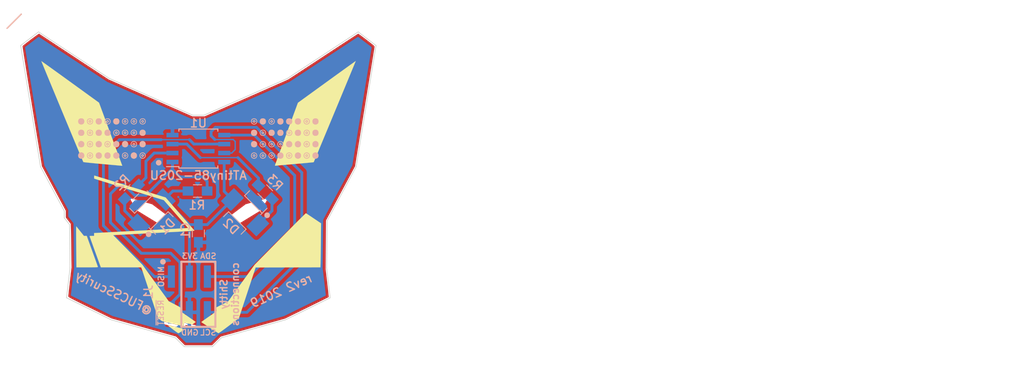
<source format=kicad_pcb>
(kicad_pcb (version 20171130) (host pcbnew 5.0.2-1.fc29)

  (general
    (thickness 1.6)
    (drawings 47)
    (tracks 69)
    (zones 0)
    (modules 19)
    (nets 11)
  )

  (page A4)
  (title_block
    (title "FUCCS Shitty Addon")
    (company "ERNW GmbH")
    (comment 1 "by Jann Föhringer")
  )

  (layers
    (0 F.Cu signal)
    (31 B.Cu signal)
    (32 B.Adhes user hide)
    (33 F.Adhes user hide)
    (34 B.Paste user)
    (35 F.Paste user hide)
    (36 B.SilkS user)
    (37 F.SilkS user hide)
    (38 B.Mask user)
    (39 F.Mask user hide)
    (40 Dwgs.User user hide)
    (41 Cmts.User user hide)
    (42 Eco1.User user hide)
    (43 Eco2.User user hide)
    (44 Edge.Cuts user)
    (45 Margin user hide)
    (46 B.CrtYd user)
    (47 F.CrtYd user hide)
    (48 B.Fab user hide)
    (49 F.Fab user hide)
  )

  (setup
    (last_trace_width 0.4)
    (user_trace_width 0.2)
    (user_trace_width 0.3)
    (user_trace_width 0.4)
    (user_trace_width 0.2)
    (user_trace_width 0.3)
    (user_trace_width 0.4)
    (user_trace_width 0.2)
    (user_trace_width 0.3)
    (user_trace_width 0.4)
    (user_trace_width 0.2)
    (user_trace_width 0.3)
    (user_trace_width 0.4)
    (trace_clearance 0.2)
    (zone_clearance 0.5)
    (zone_45_only no)
    (trace_min 0.2)
    (segment_width 0.2)
    (edge_width 0.15)
    (via_size 0.6)
    (via_drill 0.4)
    (via_min_size 0.4)
    (via_min_drill 0.3)
    (uvia_size 0.3)
    (uvia_drill 0.1)
    (uvias_allowed no)
    (uvia_min_size 0.2)
    (uvia_min_drill 0.1)
    (pcb_text_width 0.3)
    (pcb_text_size 1.5 1.5)
    (mod_edge_width 0.15)
    (mod_text_size 1 1)
    (mod_text_width 0.15)
    (pad_size 1.524 1.524)
    (pad_drill 0.762)
    (pad_to_mask_clearance 0)
    (solder_mask_min_width 0.1)
    (aux_axis_origin 0 0)
    (visible_elements FEFFFFFF)
    (pcbplotparams
      (layerselection 0x010f0_ffffffff)
      (usegerberextensions false)
      (usegerberattributes false)
      (usegerberadvancedattributes false)
      (creategerberjobfile false)
      (excludeedgelayer true)
      (linewidth 0.100000)
      (plotframeref false)
      (viasonmask false)
      (mode 1)
      (useauxorigin false)
      (hpglpennumber 1)
      (hpglpenspeed 20)
      (hpglpendiameter 15.000000)
      (psnegative false)
      (psa4output false)
      (plotreference true)
      (plotvalue true)
      (plotinvisibletext false)
      (padsonsilk false)
      (subtractmaskfromsilk false)
      (outputformat 1)
      (mirror false)
      (drillshape 0)
      (scaleselection 1)
      (outputdirectory "../gerber/"))
  )

  (net 0 "")
  (net 1 GND)
  (net 2 +3V3)
  (net 3 "Net-(D1-Pad1)")
  (net 4 "Net-(D2-Pad1)")
  (net 5 /SCL_SCK)
  (net 6 /SDA_MOSI)
  (net 7 /~RESET~)
  (net 8 /MISO)
  (net 9 /LED_L)
  (net 10 /LED_R)

  (net_class Default "This is the default net class."
    (clearance 0.2)
    (trace_width 0.25)
    (via_dia 0.6)
    (via_drill 0.4)
    (uvia_dia 0.3)
    (uvia_drill 0.1)
    (add_net +3V3)
    (add_net /LED_L)
    (add_net /LED_R)
    (add_net /MISO)
    (add_net /SCL_SCK)
    (add_net /SDA_MOSI)
    (add_net /~RESET~)
    (add_net GND)
    (add_net "Net-(D1-Pad1)")
    (add_net "Net-(D2-Pad1)")
  )

  (module fuccs-shitty-addon-footprints:LED_TOPLED-Reverse-Gullwing_Handsoldering (layer B.Cu) (tedit 5C8ED670) (tstamp 5C85A808)
    (at -6.599777 -19.00003 45)
    (descr "LED PLCC-2 SMD package")
    (tags "LED PLCC-2 SMD")
    (path /5C7179DA)
    (attr smd)
    (fp_text reference D1 (at 0.141421 2.969848 45) (layer B.SilkS)
      (effects (font (size 1.2 1.2) (thickness 0.2)) (justify mirror))
    )
    (fp_text value "LED L" (at 0 -2.5 45) (layer B.Fab)
      (effects (font (size 1 1) (thickness 0.15)) (justify mirror))
    )
    (fp_poly (pts (xy -1.54 1.54) (xy -1.54 -1.54) (xy 1.54 -1.54) (xy 1.54 1.54)) (layer B.Mask) (width 0.001))
    (fp_line (start 1.7 -2.6) (end 1.7 -1.6) (layer B.SilkS) (width 0.12))
    (fp_line (start -1.8 -2.6) (end -1.8 -1.6) (layer B.SilkS) (width 0.12))
    (fp_line (start -1.8 1.6) (end -1.8 2.6) (layer B.SilkS) (width 0.12))
    (fp_line (start 1.7 1.6) (end 1.7 2.6) (layer B.SilkS) (width 0.12))
    (fp_circle (center -2.5 1.9) (end -2.3 1.899999) (layer B.SilkS) (width 0.4))
    (fp_circle (center 0 0) (end 1.399999 0) (layer B.Fab) (width 0.05))
    (fp_circle (center 0 0) (end 1.249999 0) (layer B.Fab) (width 0.05))
    (fp_line (start -1.7 0.600001) (end -0.8 1.5) (layer B.Fab) (width 0.1))
    (fp_line (start 1.7 -1.5) (end 1.7 1.5) (layer B.Fab) (width 0.1))
    (fp_line (start 1.7 1.5) (end -1.7 1.5) (layer B.Fab) (width 0.1))
    (fp_line (start -1.7 1.5) (end -1.7 -1.5) (layer B.Fab) (width 0.1))
    (fp_line (start -1.7 -1.5) (end 1.7 -1.5) (layer B.Fab) (width 0.1))
    (fp_line (start -2.65 1.850001) (end 2.499999 1.85) (layer B.CrtYd) (width 0.05))
    (fp_line (start 2.499999 1.85) (end 2.499999 -1.85) (layer B.CrtYd) (width 0.05))
    (fp_line (start 2.499999 -1.85) (end -2.65 -1.850001) (layer B.CrtYd) (width 0.05))
    (fp_line (start -2.65 -1.850001) (end -2.65 1.850001) (layer B.CrtYd) (width 0.05))
    (fp_line (start 1.7 -1.6) (end -1.8 -1.6) (layer B.SilkS) (width 0.12))
    (fp_line (start 1.7 1.6) (end -1.8 1.6) (layer B.SilkS) (width 0.12))
    (fp_line (start -1.8 1.6) (end -1.8 1.3) (layer B.SilkS) (width 0.12))
    (fp_text user %R (at 0 0 45) (layer B.Fab)
      (effects (font (size 0.4 0.4) (thickness 0.1)) (justify mirror))
    )
    (pad 1 smd rect (at -2.54 0 45) (size 2 2.6) (layers B.Cu B.Paste B.Mask)
      (net 3 "Net-(D1-Pad1)"))
    (pad 2 smd rect (at 2.54 0 45) (size 2 2.6) (layers B.Cu B.Paste B.Mask)
      (net 2 +3V3))
    (model ${KISYS3DMOD}/LEDs.3dshapes/LED_PLCC-2.wrl
      (at (xyz 0 0 0))
      (scale (xyz 1 1 1))
      (rotate (xyz 0 0 0))
    )
  )

  (module fuccs-shitty-addon-footprints:LED_TOPLED-Reverse-Gullwing_Handsoldering (layer B.Cu) (tedit 5C8ED670) (tstamp 5C9EB2CD)
    (at 6.600223 -19.00003 135)
    (descr "LED PLCC-2 SMD package")
    (tags "LED PLCC-2 SMD")
    (path /5C717B25)
    (attr smd)
    (fp_text reference D2 (at 0 -2.828427 135) (layer B.SilkS)
      (effects (font (size 1.2 1.2) (thickness 0.2)) (justify mirror))
    )
    (fp_text value "LED R" (at 0 -2.5 135) (layer B.Fab)
      (effects (font (size 1 1) (thickness 0.15)) (justify mirror))
    )
    (fp_poly (pts (xy -1.54 1.54) (xy -1.54 -1.54) (xy 1.54 -1.54) (xy 1.54 1.54)) (layer B.Mask) (width 0.001))
    (fp_line (start 1.7 -2.6) (end 1.7 -1.6) (layer B.SilkS) (width 0.12))
    (fp_line (start -1.8 -2.6) (end -1.8 -1.6) (layer B.SilkS) (width 0.12))
    (fp_line (start -1.8 1.6) (end -1.8 2.6) (layer B.SilkS) (width 0.12))
    (fp_line (start 1.7 1.6) (end 1.7 2.6) (layer B.SilkS) (width 0.12))
    (fp_circle (center -2.5 1.9) (end -2.3 1.899999) (layer B.SilkS) (width 0.4))
    (fp_circle (center 0 0) (end 1.399999 0) (layer B.Fab) (width 0.05))
    (fp_circle (center 0 0) (end 1.249999 0) (layer B.Fab) (width 0.05))
    (fp_line (start -1.7 0.600001) (end -0.8 1.5) (layer B.Fab) (width 0.1))
    (fp_line (start 1.7 -1.5) (end 1.7 1.5) (layer B.Fab) (width 0.1))
    (fp_line (start 1.7 1.5) (end -1.7 1.5) (layer B.Fab) (width 0.1))
    (fp_line (start -1.7 1.5) (end -1.7 -1.5) (layer B.Fab) (width 0.1))
    (fp_line (start -1.7 -1.5) (end 1.7 -1.5) (layer B.Fab) (width 0.1))
    (fp_line (start -2.65 1.850001) (end 2.499999 1.85) (layer B.CrtYd) (width 0.05))
    (fp_line (start 2.499999 1.85) (end 2.499999 -1.85) (layer B.CrtYd) (width 0.05))
    (fp_line (start 2.499999 -1.85) (end -2.65 -1.850001) (layer B.CrtYd) (width 0.05))
    (fp_line (start -2.65 -1.850001) (end -2.65 1.850001) (layer B.CrtYd) (width 0.05))
    (fp_line (start 1.7 -1.6) (end -1.8 -1.6) (layer B.SilkS) (width 0.12))
    (fp_line (start 1.7 1.6) (end -1.8 1.6) (layer B.SilkS) (width 0.12))
    (fp_line (start -1.8 1.6) (end -1.8 1.3) (layer B.SilkS) (width 0.12))
    (fp_text user %R (at 0 0 135) (layer B.Fab)
      (effects (font (size 0.4 0.4) (thickness 0.1)) (justify mirror))
    )
    (pad 1 smd rect (at -2.54 0 135) (size 2 2.6) (layers B.Cu B.Paste B.Mask)
      (net 4 "Net-(D2-Pad1)"))
    (pad 2 smd rect (at 2.54 0 135) (size 2 2.6) (layers B.Cu B.Paste B.Mask)
      (net 2 +3V3))
    (model ${KISYS3DMOD}/LEDs.3dshapes/LED_PLCC-2.wrl
      (at (xyz 0 0 0))
      (scale (xyz 1 1 1))
      (rotate (xyz 0 0 0))
    )
  )

  (module fuccs-shitty-addon-footprints:Pin_Header_Straight_2x03_Pitch2.54mm_SMD_no-silk (layer B.Cu) (tedit 5C85C43B) (tstamp 5C9EAE89)
    (at -1.269777 -7.38003 270)
    (descr "surface-mounted straight pin header, 2x03, 2.54mm pitch, double rows")
    (tags "Surface mounted pin header SMD 2x03 2.54mm double row")
    (path /5C7178BD)
    (attr smd)
    (fp_text reference J1 (at -0.31997 5.780223 270) (layer B.SilkS)
      (effects (font (size 1.2 1.2) (thickness 0.2)) (justify mirror))
    )
    (fp_text value "Shitty Addon + ISP" (at 0 -4.87 270) (layer B.Fab)
      (effects (font (size 1 1) (thickness 0.15)) (justify mirror))
    )
    (fp_line (start 2.54 -3.81) (end -2.54 -3.81) (layer B.Fab) (width 0.1))
    (fp_line (start -1.59 3.81) (end 2.54 3.81) (layer B.Fab) (width 0.1))
    (fp_line (start -2.54 -3.81) (end -2.54 2.86) (layer B.Fab) (width 0.1))
    (fp_line (start -2.54 2.86) (end -1.59 3.81) (layer B.Fab) (width 0.1))
    (fp_line (start 2.54 3.81) (end 2.54 -3.81) (layer B.Fab) (width 0.1))
    (fp_line (start -2.54 2.86) (end -3.6 2.86) (layer B.Fab) (width 0.1))
    (fp_line (start -3.6 2.86) (end -3.6 2.22) (layer B.Fab) (width 0.1))
    (fp_line (start -3.6 2.22) (end -2.54 2.22) (layer B.Fab) (width 0.1))
    (fp_line (start 2.54 2.86) (end 3.6 2.86) (layer B.Fab) (width 0.1))
    (fp_line (start 3.6 2.86) (end 3.6 2.22) (layer B.Fab) (width 0.1))
    (fp_line (start 3.6 2.22) (end 2.54 2.22) (layer B.Fab) (width 0.1))
    (fp_line (start -2.54 0.32) (end -3.6 0.32) (layer B.Fab) (width 0.1))
    (fp_line (start -3.6 0.32) (end -3.6 -0.32) (layer B.Fab) (width 0.1))
    (fp_line (start -3.6 -0.32) (end -2.54 -0.32) (layer B.Fab) (width 0.1))
    (fp_line (start 2.54 0.32) (end 3.6 0.32) (layer B.Fab) (width 0.1))
    (fp_line (start 3.6 0.32) (end 3.6 -0.32) (layer B.Fab) (width 0.1))
    (fp_line (start 3.6 -0.32) (end 2.54 -0.32) (layer B.Fab) (width 0.1))
    (fp_line (start -2.54 -2.22) (end -3.6 -2.22) (layer B.Fab) (width 0.1))
    (fp_line (start -3.6 -2.22) (end -3.6 -2.86) (layer B.Fab) (width 0.1))
    (fp_line (start -3.6 -2.86) (end -2.54 -2.86) (layer B.Fab) (width 0.1))
    (fp_line (start 2.54 -2.22) (end 3.6 -2.22) (layer B.Fab) (width 0.1))
    (fp_line (start 3.6 -2.22) (end 3.6 -2.86) (layer B.Fab) (width 0.1))
    (fp_line (start 3.6 -2.86) (end 2.54 -2.86) (layer B.Fab) (width 0.1))
    (fp_line (start -5.9 4.35) (end -5.9 -4.35) (layer B.CrtYd) (width 0.05))
    (fp_line (start -5.9 -4.35) (end 5.9 -4.35) (layer B.CrtYd) (width 0.05))
    (fp_line (start 5.9 -4.35) (end 5.9 4.35) (layer B.CrtYd) (width 0.05))
    (fp_line (start 5.9 4.35) (end -5.9 4.35) (layer B.CrtYd) (width 0.05))
    (fp_text user %R (at 0 0 180) (layer B.Fab)
      (effects (font (size 1 1) (thickness 0.15)) (justify mirror))
    )
    (pad 1 smd rect (at -2.525 2.54 270) (size 3.15 1) (layers B.Cu B.Paste B.Mask)
      (net 8 /MISO))
    (pad 2 smd rect (at 2.525 2.54 270) (size 3.15 1) (layers B.Cu B.Paste B.Mask)
      (net 7 /~RESET~))
    (pad 3 smd rect (at -2.525 0 270) (size 3.15 1) (layers B.Cu B.Paste B.Mask)
      (net 2 +3V3))
    (pad 4 smd rect (at 2.525 0 270) (size 3.15 1) (layers B.Cu B.Paste B.Mask)
      (net 1 GND))
    (pad 5 smd rect (at -2.525 -2.54 270) (size 3.15 1) (layers B.Cu B.Paste B.Mask)
      (net 6 /SDA_MOSI))
    (pad 6 smd rect (at 2.525 -2.54 270) (size 3.15 1) (layers B.Cu B.Paste B.Mask)
      (net 5 /SCL_SCK))
    (model ${KISYS3DMOD}/Pin_Headers.3dshapes/Pin_Header_Straight_2x03_Pitch2.54mm_SMD.wrl
      (at (xyz 0 0 0))
      (scale (xyz 1 1 1))
      (rotate (xyz 0 0 0))
    )
  )

  (module LOGO (layer F.Cu) (tedit 0) (tstamp 0)
    (at 0.944651 -22.514)
    (fp_text reference G*** (at 0 0) (layer F.SilkS) hide
      (effects (font (size 1.524 1.524) (thickness 0.3)))
    )
    (fp_text value LOGO (at 0.75 0) (layer F.SilkS) hide
      (effects (font (size 1.524 1.524) (thickness 0.3)))
    )
    (fp_poly (pts (xy -16.053983 -0.477021) (xy -16.0655 0.315959) (xy -16.774584 0.818081) (xy -17.483667 1.320202)
      (xy -17.483667 3.892158) (xy -16.764 4.403894) (xy -16.044334 4.91563) (xy -16.044334 6.477)
      (xy -16.932559 6.477) (xy -17.579264 5.662083) (xy -17.772068 5.418955) (xy -17.959454 5.18234)
      (xy -18.131052 4.965359) (xy -18.276488 4.781131) (xy -18.385392 4.642777) (xy -18.426318 4.590532)
      (xy -18.626667 4.333897) (xy -18.625743 0.867833) (xy -17.776637 -0.201084) (xy -16.927531 -1.27)
      (xy -16.042466 -1.27) (xy -16.053983 -0.477021)) (layer F.Cu) (width 0.01))
    (fp_poly (pts (xy -2.69684 19.452865) (xy -2.58445 19.476001) (xy -2.413778 19.513077) (xy -2.196878 19.561318)
      (xy -1.945807 19.617947) (xy -1.672618 19.680187) (xy -1.389366 19.745262) (xy -1.108107 19.810394)
      (xy -0.840895 19.872809) (xy -0.599785 19.929728) (xy -0.396833 19.978376) (xy -0.244092 20.015976)
      (xy -0.153619 20.039752) (xy -0.133962 20.046429) (xy -0.135043 20.091166) (xy -0.152784 20.195598)
      (xy -0.182319 20.338858) (xy -0.218779 20.50008) (xy -0.257297 20.658398) (xy -0.293005 20.792944)
      (xy -0.321037 20.882851) (xy -0.335081 20.908613) (xy -0.380934 20.898268) (xy -0.499001 20.8709)
      (xy -0.679087 20.828894) (xy -0.910995 20.774633) (xy -1.184527 20.710503) (xy -1.489487 20.638886)
      (xy -1.629834 20.605891) (xy -1.944985 20.53144) (xy -2.232783 20.462806) (xy -2.483099 20.402457)
      (xy -2.6858 20.352858) (xy -2.830757 20.316477) (xy -2.907837 20.295781) (xy -2.917633 20.292285)
      (xy -2.915367 20.249037) (xy -2.89816 20.144945) (xy -2.870564 20.001556) (xy -2.837131 19.840417)
      (xy -2.802417 19.683077) (xy -2.770973 19.551081) (xy -2.747353 19.465977) (xy -2.738893 19.446447)
      (xy -2.69684 19.452865)) (layer F.Cu) (width 0.01))
    (fp_poly (pts (xy -23.391706 -21.692761) (xy -23.285263 -21.622311) (xy -23.116242 -21.510671) (xy -22.888714 -21.360523)
      (xy -22.606747 -21.174548) (xy -22.274412 -20.95543) (xy -21.895779 -20.705852) (xy -21.474918 -20.428495)
      (xy -21.015898 -20.126042) (xy -20.522789 -19.801176) (xy -19.999662 -19.456579) (xy -19.450585 -19.094933)
      (xy -18.87963 -18.718922) (xy -18.494197 -18.465113) (xy -13.599227 -15.241889) (xy -1.790931 -10.033001)
      (xy -0.920972 -10.033) (xy -0.051013 -10.033) (xy 5.758326 -12.595838) (xy 6.425206 -12.890098)
      (xy 7.072191 -13.175698) (xy 7.694916 -13.450706) (xy 8.289016 -13.71319) (xy 8.850128 -13.961217)
      (xy 9.373886 -14.192855) (xy 9.855927 -14.406172) (xy 10.291886 -14.599236) (xy 10.677399 -14.770115)
      (xy 11.008102 -14.916876) (xy 11.279629 -15.037588) (xy 11.487617 -15.130318) (xy 11.627702 -15.193134)
      (xy 11.695518 -15.224104) (xy 11.699916 -15.22625) (xy 11.750593 -15.257308) (xy 11.867761 -15.332265)
      (xy 12.047245 -15.448387) (xy 12.28487 -15.602938) (xy 12.57646 -15.793183) (xy 12.917842 -16.016388)
      (xy 13.304839 -16.269817) (xy 13.733278 -16.550735) (xy 14.198983 -16.856407) (xy 14.697779 -17.184097)
      (xy 15.225491 -17.531072) (xy 15.777944 -17.894594) (xy 16.350964 -18.271931) (xy 16.70532 -18.505413)
      (xy 17.286938 -18.888501) (xy 17.849422 -19.258559) (xy 18.388694 -19.612923) (xy 18.900677 -19.948932)
      (xy 19.381292 -20.263924) (xy 19.826461 -20.555237) (xy 20.232105 -20.820208) (xy 20.594148 -21.056175)
      (xy 20.908511 -21.260477) (xy 21.171116 -21.430451) (xy 21.377884 -21.563435) (xy 21.524738 -21.656766)
      (xy 21.6076 -21.707784) (xy 21.625124 -21.717) (xy 21.668676 -21.692081) (xy 21.771045 -21.621316)
      (xy 21.924104 -21.510694) (xy 22.119725 -21.366205) (xy 22.34978 -21.193837) (xy 22.606142 -20.99958)
      (xy 22.805637 -20.847078) (xy 23.1133 -20.610516) (xy 23.359944 -20.419252) (xy 23.552104 -20.267548)
      (xy 23.696315 -20.149665) (xy 23.799114 -20.059863) (xy 23.867034 -19.992405) (xy 23.906612 -19.941551)
      (xy 23.924383 -19.901562) (xy 23.926882 -19.8667) (xy 23.926493 -19.862828) (xy 23.918453 -19.810244)
      (xy 23.897382 -19.678127) (xy 23.863934 -19.470497) (xy 23.818765 -19.191374) (xy 23.762531 -18.844777)
      (xy 23.695885 -18.434727) (xy 23.619484 -17.965244) (xy 23.533982 -17.440348) (xy 23.440036 -16.864058)
      (xy 23.338299 -16.240395) (xy 23.229428 -15.573378) (xy 23.114077 -14.867028) (xy 22.992902 -14.125365)
      (xy 22.866557 -13.352407) (xy 22.735699 -12.552177) (xy 22.600982 -11.728692) (xy 22.541209 -11.363426)
      (xy 21.168931 -2.978352) (xy 19.118388 0.849741) (xy 17.067845 4.677833) (xy 17.011511 11.535833)
      (xy 17.244771 13.504333) (xy 17.291376 13.903298) (xy 17.333663 14.276395) (xy 17.370776 14.61524)
      (xy 17.401858 14.91145) (xy 17.426049 15.156642) (xy 17.442494 15.342432) (xy 17.450335 15.460439)
      (xy 17.449098 15.502064) (xy 17.40747 15.524877) (xy 17.295584 15.58215) (xy 17.119181 15.671028)
      (xy 16.884007 15.788658) (xy 16.595802 15.932187) (xy 16.26031 16.098761) (xy 15.883273 16.285526)
      (xy 15.470435 16.489628) (xy 15.027538 16.708215) (xy 14.560326 16.938433) (xy 14.361866 17.036115)
      (xy 11.303565 18.540935) (xy 6.763032 19.812202) (xy 2.2225 21.083468) (xy 0.993808 22.309666)
      (xy -2.857859 22.309666) (xy -3.474819 21.692706) (xy -4.09178 21.075746) (xy -8.660473 19.793657)
      (xy -13.229167 18.511568) (xy -16.26562 17.013367) (xy -16.818021 16.740686) (xy -17.299297 16.502733)
      (xy -17.714325 16.296926) (xy -18.067982 16.120683) (xy -18.365146 15.971421) (xy -18.610693 15.846558)
      (xy -18.809501 15.743511) (xy -18.966447 15.659698) (xy -19.086408 15.592536) (xy -19.174261 15.539443)
      (xy -19.234883 15.497836) (xy -19.273152 15.465133) (xy -19.293944 15.438752) (xy -19.302137 15.41611)
      (xy -19.303037 15.405055) (xy -19.298417 15.341488) (xy -19.284808 15.202696) (xy -19.263185 14.997533)
      (xy -19.234524 14.734854) (xy -19.199803 14.423511) (xy -19.159997 14.072358) (xy -19.116084 13.690249)
      (xy -19.073959 13.328074) (xy -18.843917 11.361203) (xy -18.880899 8.280939) (xy -18.887722 7.755653)
      (xy -18.895158 7.261034) (xy -18.903057 6.80328) (xy -18.911269 6.388592) (xy -18.919643 6.023167)
      (xy -18.928029 5.713206) (xy -18.936278 5.464907) (xy -18.944238 5.28447) (xy -18.95176 5.178094)
      (xy -18.956755 5.150921) (xy -18.996644 5.099655) (xy -19.076959 4.996282) (xy -19.18622 4.855584)
      (xy -19.312946 4.692341) (xy -19.319148 4.684351) (xy -19.45483 4.50954) (xy -18.965334 4.50954)
      (xy -18.04313 5.673186) (xy -17.120927 6.836833) (xy -16.911071 6.858) (xy -16.701215 6.879166)
      (xy -12.772789 17.7165) (xy -10.376312 18.27649) (xy -9.833938 18.403215) (xy -9.231406 18.543973)
      (xy -8.589609 18.693886) (xy -7.929441 18.848073) (xy -7.271798 19.001655) (xy -6.637573 19.14975)
      (xy -6.047661 19.287481) (xy -5.609167 19.389844) (xy -5.173746 19.491563) (xy -4.762485 19.587798)
      (xy -4.382869 19.676787) (xy -4.042382 19.756768) (xy -3.748506 19.825979) (xy -3.508726 19.882658)
      (xy -3.330525 19.925043) (xy -3.221388 19.951372) (xy -3.188921 19.959661) (xy -3.165308 19.993113)
      (xy -3.170514 20.077949) (xy -3.202012 20.216105) (xy -3.231591 20.348993) (xy -3.243816 20.446624)
      (xy -3.238865 20.481913) (xy -3.193111 20.497283) (xy -3.076082 20.528884) (xy -2.89903 20.574049)
      (xy -2.67321 20.630107) (xy -2.409875 20.69439) (xy -2.120278 20.764228) (xy -1.815675 20.836953)
      (xy -1.507319 20.909895) (xy -1.206463 20.980385) (xy -0.924362 21.045755) (xy -0.672268 21.103334)
      (xy -0.461437 21.150455) (xy -0.303121 21.184447) (xy -0.208575 21.202641) (xy -0.190338 21.204943)
      (xy -0.156189 21.19853) (xy -0.125929 21.167919) (xy -0.095318 21.101431) (xy -0.060118 20.987388)
      (xy -0.01609 20.814109) (xy 0.041005 20.569917) (xy 0.042496 20.563416) (xy 0.093306 20.339367)
      (xy 0.136591 20.143884) (xy 0.169087 19.992082) (xy 0.187528 19.899078) (xy 0.1905 19.878226)
      (xy 0.150718 19.860083) (xy 0.037354 19.825461) (xy -0.140622 19.776681) (xy -0.374239 19.716063)
      (xy -0.654525 19.645926) (xy -0.972511 19.568592) (xy -1.319225 19.486378) (xy -1.375834 19.473144)
      (xy -2.942167 19.10767) (xy -2.99928 19.356443) (xy -3.056393 19.605217) (xy -3.18978 19.576239)
      (xy -3.352432 19.540104) (xy -3.580995 19.488136) (xy -3.869141 19.421834) (xy -4.210543 19.342698)
      (xy -4.598874 19.252229) (xy -5.027806 19.151927) (xy -5.491013 19.043292) (xy -5.982166 18.927824)
      (xy -6.494939 18.807023) (xy -7.023004 18.682389) (xy -7.560034 18.555423) (xy -8.099701 18.427625)
      (xy -8.635678 18.300494) (xy -9.161638 18.175531) (xy -9.671253 18.054236) (xy -10.158196 17.938109)
      (xy -10.61614 17.82865) (xy -11.038757 17.72736) (xy -11.419721 17.635738) (xy -11.752702 17.555285)
      (xy -12.031375 17.487501) (xy -12.249412 17.433886) (xy -12.400486 17.39594) (xy -12.478268 17.375162)
      (xy -12.487658 17.371832) (xy -12.505209 17.329209) (xy -12.549473 17.212655) (xy -12.618379 17.027864)
      (xy -12.709859 16.780528) (xy -12.821844 16.476343) (xy -12.952265 16.121) (xy -13.099053 15.720195)
      (xy -13.260138 15.27962) (xy -13.433453 14.804969) (xy -13.616929 14.301937) (xy -13.808495 13.776216)
      (xy -14.006084 13.2335) (xy -14.207626 12.679483) (xy -14.411052 12.119858) (xy -14.614294 11.56032)
      (xy -14.815283 11.006561) (xy -15.011949 10.464276) (xy -15.202224 9.939158) (xy -15.384039 9.4369)
      (xy -15.555324 8.963197) (xy -15.714012 8.523742) (xy -15.858032 8.124228) (xy -15.985317 7.77035)
      (xy -16.093796 7.467801) (xy -16.181402 7.222274) (xy -16.246065 7.039464) (xy -16.285716 6.925063)
      (xy -16.298334 6.884972) (xy -16.259456 6.872079) (xy -16.156617 6.862541) (xy -16.010505 6.858117)
      (xy -15.980834 6.858) (xy -15.663334 6.858) (xy -15.665553 5.47304) (xy 1.802619 5.47304)
      (xy 2.287726 5.444319) (xy 2.467243 5.428436) (xy 2.711721 5.399202) (xy 3.002966 5.359203)
      (xy 3.322786 5.311026) (xy 3.652989 5.257255) (xy 3.8735 5.218935) (xy 4.974166 5.022272)
      (xy 7.9375 3.20878) (xy 8.429602 2.355806) (xy 8.568635 2.114098) (xy 8.691952 1.898333)
      (xy 8.793743 1.718793) (xy 8.868195 1.585758) (xy 8.909499 1.50951) (xy 8.915951 1.495292)
      (xy 8.875367 1.504689) (xy 8.762091 1.5347) (xy 8.584902 1.582903) (xy 8.35258 1.646878)
      (xy 8.073906 1.724204) (xy 7.757659 1.812462) (xy 7.41262 1.909231) (xy 7.323181 1.934387)
      (xy 5.736166 2.381023) (xy 4.1275 3.583042) (xy 3.787835 3.838491) (xy 3.456908 4.090478)
      (xy 3.143486 4.33211) (xy 2.856335 4.556499) (xy 2.604221 4.756752) (xy 2.395911 4.925978)
      (xy 2.24017 5.057288) (xy 2.160726 5.12905) (xy 1.802619 5.47304) (xy -15.665553 5.47304)
      (xy -15.66676 4.720166) (xy -16.40588 4.200614) (xy -17.145 3.681063) (xy -17.145 2.606494)
      (xy -17.145001 1.531925) (xy -17.095455 1.497018) (xy -10.655074 1.497018) (xy -10.637115 1.534274)
      (xy -10.582257 1.634419) (xy -10.496288 1.787219) (xy -10.38499 1.982442) (xy -10.25415 2.209855)
      (xy -10.165333 2.363251) (xy -9.667353 3.221299) (xy -6.752167 5.008931) (xy -5.757334 5.193798)
      (xy -5.316694 5.273858) (xy -4.945874 5.336872) (xy -4.632134 5.384571) (xy -4.362734 5.418684)
      (xy -4.124936 5.440942) (xy -3.906001 5.453075) (xy -3.832303 5.455231) (xy -3.579438 5.461)
      (xy -3.874636 5.159008) (xy -3.980735 5.060546) (xy -4.149241 4.917431) (xy -4.373928 4.734583)
      (xy -4.648568 4.516924) (xy -4.966932 4.269374) (xy -5.322794 3.996855) (xy -5.709925 3.704288)
      (xy -5.821168 3.620876) (xy -7.472502 2.384735) (xy -9.059668 1.936785) (xy -9.410609 1.837998)
      (xy -9.735058 1.74717) (xy -10.024219 1.666726) (xy -10.269298 1.599089) (xy -10.461501 1.546684)
      (xy -10.592033 1.511934) (xy -10.6521 1.497265) (xy -10.655074 1.497018) (xy -17.095455 1.497018)
      (xy -16.404167 1.009986) (xy -15.663334 0.488047) (xy -15.663334 -1.651) (xy -16.380503 -1.651)
      (xy -17.097673 -1.651001) (xy -18.030448 -0.47625) (xy -18.963223 0.6985) (xy -18.964278 2.60402)
      (xy -18.965334 4.50954) (xy -19.45483 4.50954) (xy -19.642667 4.267536) (xy -19.642667 3.315889)
      (xy -21.330069 0.165694) (xy -23.017471 -2.9845) (xy -24.403464 -11.450315) (xy -24.562199 -12.421238)
      (xy -24.71287 -13.345556) (xy -24.855073 -14.22072) (xy -24.988404 -15.044179) (xy -25.112459 -15.813381)
      (xy -25.226835 -16.525776) (xy -25.331126 -17.178812) (xy -25.424928 -17.76994) (xy -25.507839 -18.296607)
      (xy -25.579453 -18.756264) (xy -25.639366 -19.146359) (xy -25.687175 -19.464341) (xy -25.722475 -19.70766)
      (xy -25.744862 -19.873764) (xy -25.753933 -19.960103) (xy -25.753479 -19.972405) (xy -25.706254 -20.019953)
      (xy -25.602803 -20.107947) (xy -25.452618 -20.229246) (xy -25.265192 -20.376706) (xy -25.050019 -20.543188)
      (xy -24.816592 -20.721547) (xy -24.574403 -20.904643) (xy -24.332946 -21.085333) (xy -24.101713 -21.256475)
      (xy -23.890198 -21.410927) (xy -23.707894 -21.541547) (xy -23.564294 -21.641194) (xy -23.46889 -21.702724)
      (xy -23.4315 -21.719337) (xy -23.391706 -21.692761)) (layer F.Cu) (width 0.01))
  )

  (module LOGO (layer F.Cu) (tedit 0) (tstamp 0)
    (at 0.944651 -22.514)
    (fp_text reference G*** (at 0 0) (layer F.SilkS) hide
      (effects (font (size 1.524 1.524) (thickness 0.3)))
    )
    (fp_text value LOGO (at 0.75 0) (layer F.SilkS) hide
      (effects (font (size 1.524 1.524) (thickness 0.3)))
    )
    (fp_poly (pts (xy 22.903177 -21.009273) (xy 23.230832 -20.759249) (xy 23.496913 -20.55475) (xy 23.707576 -20.390497)
      (xy 23.868975 -20.261211) (xy 23.987268 -20.161612) (xy 24.06861 -20.08642) (xy 24.119156 -20.030358)
      (xy 24.145064 -19.988144) (xy 24.152487 -19.954501) (xy 24.151149 -19.939) (xy 24.142596 -19.887315)
      (xy 24.121046 -19.756064) (xy 24.087151 -19.549245) (xy 24.041567 -19.270852) (xy 23.984945 -18.92488)
      (xy 23.917939 -18.515323) (xy 23.841202 -18.046178) (xy 23.755388 -17.521438) (xy 23.66115 -16.945099)
      (xy 23.55914 -16.321155) (xy 23.450013 -15.653603) (xy 23.334421 -14.946436) (xy 23.213019 -14.20365)
      (xy 23.086458 -13.42924) (xy 22.955392 -12.6272) (xy 22.820475 -11.801526) (xy 22.749395 -11.3665)
      (xy 21.36603 -2.899834) (xy 19.321684 0.918112) (xy 17.277338 4.736059) (xy 17.237186 8.030112)
      (xy 17.197034 11.324166) (xy 17.446987 13.478835) (xy 17.495146 13.896028) (xy 17.539817 14.287011)
      (xy 17.580129 14.643869) (xy 17.61521 14.958686) (xy 17.644188 15.223549) (xy 17.66619 15.430544)
      (xy 17.680346 15.571755) (xy 17.685782 15.639269) (xy 17.685553 15.644004) (xy 17.646723 15.663862)
      (xy 17.537531 15.71831) (xy 17.363591 15.804576) (xy 17.13052 15.919887) (xy 16.843932 16.061473)
      (xy 16.509442 16.226561) (xy 16.132667 16.41238) (xy 15.719219 16.616156) (xy 15.274716 16.83512)
      (xy 14.804772 17.066498) (xy 14.527417 17.203001) (xy 11.380669 18.751498) (xy 2.391833 21.266762)
      (xy 1.7145 21.914612) (xy 1.037166 22.562461) (xy -0.931507 22.563064) (xy -2.900181 22.563666)
      (xy -4.180132 21.283715) (xy -7.803727 20.270574) (xy -2.906524 20.270574) (xy -2.501012 20.363832)
      (xy -2.329068 20.403767) (xy -2.096072 20.45844) (xy -1.823301 20.522828) (xy -1.532032 20.59191)
      (xy -1.248834 20.659399) (xy -0.992618 20.7205) (xy -0.76472 20.774619) (xy -0.577852 20.818754)
      (xy -0.444726 20.849907) (xy -0.378056 20.865078) (xy -0.37327 20.86602) (xy -0.339616 20.835374)
      (xy -0.324246 20.79625) (xy -0.276469 20.609582) (xy -0.234503 20.426097) (xy -0.202098 20.264714)
      (xy -0.183003 20.144349) (xy -0.180968 20.083922) (xy -0.182495 20.081061) (xy -0.230035 20.063929)
      (xy -0.347074 20.031797) (xy -0.521304 19.987499) (xy -0.740419 19.93387) (xy -0.99211 19.873742)
      (xy -1.264069 19.809951) (xy -1.54399 19.74533) (xy -1.819564 19.682713) (xy -2.078484 19.624934)
      (xy -2.308442 19.574827) (xy -2.497131 19.535225) (xy -2.632242 19.508964) (xy -2.701469 19.498876)
      (xy -2.707771 19.499592) (xy -2.726918 19.548191) (xy -2.759075 19.659539) (xy -2.798698 19.81378)
      (xy -2.818512 19.896248) (xy -2.906524 20.270574) (xy -7.803727 20.270574) (xy -8.70465 20.01868)
      (xy -13.229167 18.753645) (xy -16.168814 17.306624) (xy -3.024563 17.306624) (xy -3.013141 17.348246)
      (xy -3.000559 17.360076) (xy -2.951929 17.392448) (xy -2.843404 17.467064) (xy -2.684316 17.577431)
      (xy -2.483999 17.717052) (xy -2.251788 17.879432) (xy -1.997017 18.058077) (xy -1.947334 18.092968)
      (xy -1.69082 18.271691) (xy -1.455887 18.432578) (xy -1.251627 18.569626) (xy -1.087132 18.67683)
      (xy -0.971493 18.748188) (xy -0.913802 18.777697) (xy -0.909886 18.778011) (xy -0.865453 18.751165)
      (xy -0.760683 18.682011) (xy -0.604652 18.57672) (xy -0.406437 18.441463) (xy -0.175113 18.282413)
      (xy 0.080243 18.10574) (xy 0.148448 18.058378) (xy 0.407458 17.877306) (xy 0.643127 17.710482)
      (xy 0.84663 17.56432) (xy 1.00914 17.445232) (xy 1.121832 17.359632) (xy 1.175881 17.313933)
      (xy 1.179238 17.309383) (xy 1.175494 17.254589) (xy 1.155278 17.135827) (xy 1.122665 16.971262)
      (xy 1.081733 16.779059) (xy 1.036559 16.577385) (xy 0.99122 16.384405) (xy 0.949793 16.218285)
      (xy 0.916355 16.097191) (xy 0.894983 16.039289) (xy 0.89387 16.037881) (xy 0.845763 16.025735)
      (xy 0.726114 16.007497) (xy 0.547699 15.984764) (xy 0.323295 15.95913) (xy 0.065677 15.932191)
      (xy -0.021167 15.923607) (xy -0.318313 15.894997) (xy -0.551741 15.874601) (xy -0.741991 15.862354)
      (xy -0.909607 15.858193) (xy -1.07513 15.862054) (xy -1.259103 15.873874) (xy -1.482068 15.893588)
      (xy -1.735667 15.918285) (xy -1.996562 15.9436) (xy -2.233174 15.965827) (xy -2.430808 15.983642)
      (xy -2.574766 15.995725) (xy -2.650352 16.000752) (xy -2.652999 16.00081) (xy -2.689044 16.007833)
      (xy -2.720221 16.035693) (xy -2.750934 16.096131) (xy -2.785591 16.200885) (xy -2.828596 16.361697)
      (xy -2.884355 16.590305) (xy -2.90189 16.664003) (xy -2.961047 16.918897) (xy -3.000133 17.103359)
      (xy -3.020766 17.228798) (xy -3.024563 17.306624) (xy -16.168814 17.306624) (xy -16.340667 17.222031)
      (xy -16.820963 16.985341) (xy -17.279717 16.758748) (xy -17.711191 16.545115) (xy -18.10965 16.347306)
      (xy -18.469358 16.168187) (xy -18.784579 16.010622) (xy -19.049576 15.877473) (xy -19.254128 15.773878)
      (xy -4.825633 15.773878) (xy -4.790028 15.802771) (xy -4.692771 15.86223) (xy -4.547876 15.944829)
      (xy -4.369355 16.043142) (xy -4.171221 16.149742) (xy -3.967487 16.257204) (xy -3.772166 16.358101)
      (xy -3.59927 16.445007) (xy -3.462811 16.510496) (xy -3.376804 16.547141) (xy -3.35673 16.552333)
      (xy -3.3302 16.513833) (xy -3.294354 16.410849) (xy -3.255256 16.262156) (xy -3.238246 16.185478)
      (xy -3.202259 16.016132) (xy -3.166956 15.882654) (xy -3.12232 15.779794) (xy -3.058334 15.702302)
      (xy -2.964979 15.64493) (xy -2.832239 15.602427) (xy -2.650095 15.569545) (xy -2.408529 15.541033)
      (xy -2.097525 15.511643) (xy -1.922145 15.495819) (xy -0.902123 15.403574) (xy 0.088688 15.496571)
      (xy 0.42522 15.529386) (xy 0.686937 15.55802) (xy 0.883501 15.583954) (xy 1.024574 15.608669)
      (xy 1.119818 15.633645) (xy 1.178896 15.660365) (xy 1.185333 15.664685) (xy 1.240131 15.717598)
      (xy 1.286053 15.800346) (xy 1.330099 15.930035) (xy 1.379267 16.123774) (xy 1.387247 16.158244)
      (xy 1.483328 16.576687) (xy 2.243897 16.194093) (xy 2.524508 16.050643) (xy 2.733452 15.93829)
      (xy 2.87638 15.853639) (xy 2.958947 15.793291) (xy 2.986805 15.75385) (xy 2.986261 15.748)
      (xy 2.977131 15.698788) (xy 2.95509 15.571278) (xy 2.921014 15.370708) (xy 2.875776 15.102317)
      (xy 2.820251 14.771343) (xy 2.755313 14.383025) (xy 2.681836 13.942601) (xy 2.600696 13.45531)
      (xy 2.512765 12.926392) (xy 2.41892 12.361083) (xy 2.320033 11.764623) (xy 2.216979 11.14225)
      (xy 2.153634 10.759313) (xy 1.39757 6.18706) (xy 1.837326 6.18706) (xy 2.568031 10.597113)
      (xy 2.689075 11.327844) (xy 2.796985 11.979507) (xy 2.892542 12.556549) (xy 2.976529 13.063419)
      (xy 3.049726 13.504564) (xy 3.112914 13.884431) (xy 3.166876 14.207469) (xy 3.212392 14.478123)
      (xy 3.250244 14.700843) (xy 3.281214 14.880076) (xy 3.306083 15.020269) (xy 3.325631 15.12587)
      (xy 3.340642 15.201325) (xy 3.351895 15.251084) (xy 3.360173 15.279594) (xy 3.366257 15.291301)
      (xy 3.370928 15.290653) (xy 3.374967 15.282099) (xy 3.379157 15.270086) (xy 3.384278 15.25906)
      (xy 3.38659 15.256097) (xy 3.417091 15.216056) (xy 3.492745 15.113192) (xy 3.609273 14.953415)
      (xy 3.76239 14.742636) (xy 3.947814 14.486765) (xy 4.161263 14.191713) (xy 4.398455 13.863391)
      (xy 4.655108 13.50771) (xy 4.926938 13.13058) (xy 4.992376 13.039734) (xy 6.561809 10.860634)
      (xy 6.254821 10.549468) (xy 6.171927 10.466297) (xy 6.034619 10.329575) (xy 5.848811 10.145153)
      (xy 5.620419 9.918885) (xy 5.355359 9.656621) (xy 5.059546 9.364214) (xy 4.738896 9.047515)
      (xy 4.399324 8.712376) (xy 4.046747 8.364649) (xy 3.892579 8.212681) (xy 1.837326 6.18706)
      (xy 1.39757 6.18706) (xy 1.349843 5.898434) (xy 2.215454 5.898434) (xy 2.241181 5.930716)
      (xy 2.321846 6.016659) (xy 2.451852 6.150728) (xy 2.625603 6.327388) (xy 2.837502 6.541105)
      (xy 3.081952 6.786344) (xy 3.353358 7.057571) (xy 3.646122 7.349252) (xy 3.954648 7.655852)
      (xy 4.27334 7.971836) (xy 4.596599 8.29167) (xy 4.918832 8.60982) (xy 5.234439 8.920751)
      (xy 5.537826 9.218928) (xy 5.823395 9.498818) (xy 6.085549 9.754885) (xy 6.318693 9.981596)
      (xy 6.51723 10.173415) (xy 6.675562 10.324809) (xy 6.788094 10.430243) (xy 6.849229 10.484181)
      (xy 6.8587 10.490147) (xy 6.892387 10.458916) (xy 6.981645 10.371209) (xy 7.122643 10.230884)
      (xy 7.311553 10.041801) (xy 7.544546 9.807818) (xy 7.817792 9.532792) (xy 8.127462 9.220582)
      (xy 8.469728 8.875046) (xy 8.840759 8.500043) (xy 9.236726 8.099431) (xy 9.653801 7.677068)
      (xy 10.088154 7.236812) (xy 10.185126 7.138469) (xy 10.627679 6.688987) (xy 11.049804 6.259014)
      (xy 11.447994 5.852187) (xy 11.818743 5.472141) (xy 12.158542 5.122512) (xy 12.463884 4.806937)
      (xy 12.731263 4.529052) (xy 12.957171 4.292492) (xy 13.1381 4.100894) (xy 13.270544 3.957893)
      (xy 13.350994 3.867127) (xy 13.375944 3.83223) (xy 13.374399 3.83212) (xy 13.31776 3.848827)
      (xy 13.186322 3.886862) (xy 12.986704 3.944329) (xy 12.725525 4.019331) (xy 12.409405 4.109971)
      (xy 12.044963 4.214352) (xy 11.638817 4.330578) (xy 11.197589 4.456751) (xy 10.727896 4.590975)
      (xy 10.252193 4.726832) (xy 7.232887 5.588862) (xy 6.08236 5.671892) (xy 5.723105 5.696571)
      (xy 5.304692 5.723255) (xy 4.852556 5.750451) (xy 4.392132 5.776667) (xy 3.948857 5.80041)
      (xy 3.581706 5.818615) (xy 3.252533 5.834608) (xy 2.951374 5.850129) (xy 2.68841 5.864585)
      (xy 2.473823 5.87738) (xy 2.317793 5.88792) (xy 2.230502 5.89561) (xy 2.215454 5.898434)
      (xy 1.349843 5.898434) (xy 1.339209 5.834126) (xy 0.383854 5.869813) (xy 0.063151 5.880248)
      (xy -0.270421 5.888403) (xy -0.593348 5.893892) (xy -0.882114 5.896327) (xy -1.113207 5.895323)
      (xy -1.14038 5.894872) (xy -1.70926 5.884244) (xy -1.592565 6.006046) (xy -1.475871 6.127849)
      (xy -1.743353 6.152895) (xy -1.885514 6.164039) (xy -2.087813 6.177045) (xy -2.325789 6.190467)
      (xy -2.574976 6.20286) (xy -2.63525 6.205588) (xy -2.854199 6.216982) (xy -3.039592 6.229871)
      (xy -3.176688 6.242973) (xy -3.250747 6.255007) (xy -3.259588 6.259867) (xy -3.266364 6.304305)
      (xy -3.28613 6.42697) (xy -3.318014 6.622566) (xy -3.361142 6.885799) (xy -3.414643 7.211372)
      (xy -3.477642 7.593988) (xy -3.549267 8.028351) (xy -3.628646 8.509166) (xy -3.714904 9.031137)
      (xy -3.80717 9.588967) (xy -3.90457 10.177361) (xy -4.006231 10.791022) (xy -4.042755 11.011378)
      (xy -4.145727 11.632899) (xy -4.244738 12.23118) (xy -4.338913 12.80091) (xy -4.42738 13.336775)
      (xy -4.509265 13.833464) (xy -4.583695 14.285664) (xy -4.649797 14.688064) (xy -4.706697 15.03535)
      (xy -4.753522 15.32221) (xy -4.7894 15.543332) (xy -4.813456 15.693404) (xy -4.824817 15.767114)
      (xy -4.825633 15.773878) (xy -19.254128 15.773878) (xy -19.258613 15.771607) (xy -19.405955 15.695886)
      (xy -19.485865 15.653175) (xy -19.498709 15.645125) (xy -19.50712 15.607291) (xy -19.507023 15.515373)
      (xy -19.498019 15.365163) (xy -19.479709 15.152448) (xy -19.451695 14.87302) (xy -19.413578 14.522668)
      (xy -19.364958 14.097182) (xy -19.305439 13.592351) (xy -19.299986 13.546666) (xy -19.054722 11.4935)
      (xy -19.059204 10.8585) (xy -8.411502 10.8585) (xy -6.819834 13.06655) (xy -6.543865 13.448638)
      (xy -6.282422 13.809158) (xy -6.039691 14.142431) (xy -5.819858 14.44278) (xy -5.627108 14.704526)
      (xy -5.465629 14.921992) (xy -5.339606 15.089499) (xy -5.253225 15.20137) (xy -5.210671 15.251927)
      (xy -5.207 15.254234) (xy -5.197364 15.210577) (xy -5.174872 15.088811) (xy -5.140447 14.894365)
      (xy -5.095009 14.632666) (xy -5.039481 14.309144) (xy -4.974784 13.929227) (xy -4.901839 13.498345)
      (xy -4.821568 13.021927) (xy -4.734893 12.5054) (xy -4.642734 11.954194) (xy -4.546014 11.373737)
      (xy -4.445654 10.769459) (xy -4.442092 10.747974) (xy -4.308729 9.9409) (xy -4.189331 9.212688)
      (xy -4.083971 8.563815) (xy -3.992724 7.994757) (xy -3.915664 7.505992) (xy -3.852864 7.097997)
      (xy -3.804399 6.771246) (xy -3.770341 6.526218) (xy -3.750766 6.363389) (xy -3.745746 6.283236)
      (xy -3.748641 6.27429) (xy -3.786033 6.305363) (xy -3.87873 6.391548) (xy -4.022014 6.528246)
      (xy -4.211169 6.710854) (xy -4.441475 6.934774) (xy -4.708217 7.195402) (xy -5.006675 7.48814)
      (xy -5.332132 7.808386) (xy -5.679872 8.151539) (xy -6.045175 8.512998) (xy -6.105217 8.5725)
      (xy -8.411502 10.8585) (xy -19.059204 10.8585) (xy -19.07549 8.551333) (xy -19.079265 8.055164)
      (xy -19.083403 7.580415) (xy -19.087807 7.134421) (xy -19.092223 6.738559) (xy -12.383004 6.738559)
      (xy -12.358274 6.771632) (xy -12.279769 6.858278) (xy -12.153643 6.992262) (xy -11.986053 7.167352)
      (xy -11.783156 7.377314) (xy -11.551106 7.615915) (xy -11.296059 7.876923) (xy -11.024173 8.154103)
      (xy -10.741602 8.441224) (xy -10.454503 8.732052) (xy -10.169032 9.020354) (xy -9.891344 9.299896)
      (xy -9.627595 9.564446) (xy -9.383942 9.807771) (xy -9.166541 10.023638) (xy -8.981547 10.205812)
      (xy -8.835116 10.348062) (xy -8.733404 10.444155) (xy -8.682567 10.487856) (xy -8.678166 10.489822)
      (xy -8.643536 10.458711) (xy -8.553711 10.372774) (xy -8.413595 10.236822) (xy -8.228092 10.055669)
      (xy -8.002104 9.834125) (xy -7.740536 9.577004) (xy -7.448291 9.289117) (xy -7.130272 8.975276)
      (xy -6.791383 8.640294) (xy -6.541116 8.392583) (xy -6.131255 7.986361) (xy -5.778107 7.635509)
      (xy -5.477944 7.336109) (xy -5.227034 7.084243) (xy -5.021647 6.875995) (xy -4.858053 6.707449)
      (xy -4.73252 6.574685) (xy -4.641318 6.473789) (xy -4.580717 6.400841) (xy -4.546986 6.351927)
      (xy -4.536395 6.323127) (xy -4.545212 6.310526) (xy -4.556835 6.309079) (xy -4.642526 6.311858)
      (xy -4.801707 6.318845) (xy -5.027185 6.329645) (xy -5.311767 6.343864) (xy -5.648262 6.361107)
      (xy -6.029478 6.380979) (xy -6.448221 6.403086) (xy -6.8973 6.427032) (xy -7.369523 6.452423)
      (xy -7.857697 6.478865) (xy -8.354629 6.505963) (xy -8.853129 6.533322) (xy -9.346002 6.560547)
      (xy -9.826058 6.587243) (xy -10.286104 6.613017) (xy -10.718947 6.637473) (xy -11.117396 6.660216)
      (xy -11.474257 6.680853) (xy -11.78234 6.698987) (xy -12.03445 6.714225) (xy -12.223397 6.726172)
      (xy -12.341988 6.734433) (xy -12.383004 6.738559) (xy -19.092223 6.738559) (xy -19.09238 6.724514)
      (xy -19.097026 6.358029) (xy -19.101647 6.0423) (xy -19.106146 5.784659) (xy -19.110426 5.592442)
      (xy -19.114391 5.472982) (xy -19.116661 5.43856) (xy -19.137709 5.348974) (xy -19.185493 5.245285)
      (xy -19.268206 5.113892) (xy -19.394043 4.941198) (xy -19.495698 4.809484) (xy -19.854334 4.351016)
      (xy -19.854334 4.333897) (xy -18.584334 4.333897) (xy -18.383984 4.590532) (xy -18.299879 4.697704)
      (xy -18.173474 4.858045) (xy -18.015142 5.058435) (xy -17.835255 5.285753) (xy -17.644183 5.526879)
      (xy -17.53693 5.662083) (xy -16.890226 6.477) (xy -16.086667 6.477) (xy -16.086667 5.406081)
      (xy -4.926569 5.406081) (xy -4.868334 5.411982) (xy -4.808236 5.405329) (xy -4.815417 5.39063)
      (xy -4.902088 5.385038) (xy -4.92125 5.39063) (xy -4.926569 5.406081) (xy -16.086667 5.406081)
      (xy -16.086667 4.923166) (xy -16.805226 4.4195) (xy -17.523784 3.915833) (xy -17.514309 2.604889)
      (xy -17.504834 1.293946) (xy -16.79575 0.79186) (xy -16.275247 0.423303) (xy -12.187427 0.423303)
      (xy -12.149028 0.49625) (xy -12.065781 0.62565) (xy -11.936388 0.81336) (xy -11.759557 1.061236)
      (xy -11.533991 1.371135) (xy -11.258396 1.744913) (xy -11.081605 1.982987) (xy -9.884834 3.591224)
      (xy -8.3185 4.452028) (xy -6.752167 5.312833) (xy -6.2865 5.336736) (xy -6.054357 5.347279)
      (xy -5.818156 5.355626) (xy -5.591623 5.361584) (xy -5.388482 5.364959) (xy -5.22246 5.365559)
      (xy -5.107282 5.36319) (xy -5.056672 5.357659) (xy -5.058834 5.354007) (xy -5.111841 5.342035)
      (xy -5.234842 5.317813) (xy -5.414464 5.283865) (xy -5.637331 5.242711) (xy -5.890071 5.196876)
      (xy -5.930838 5.189554) (xy -6.760508 5.040743) (xy -7.377655 4.662986) (xy -2.753344 4.662986)
      (xy -2.425409 5.042428) (xy -2.289209 5.193559) (xy -2.165022 5.319688) (xy -2.067087 5.407073)
      (xy -2.01182 5.441579) (xy -1.927671 5.451911) (xy -1.780417 5.461589) (xy -1.59162 5.469979)
      (xy -1.382841 5.476447) (xy -1.175642 5.480359) (xy -0.991586 5.481083) (xy -0.852234 5.477984)
      (xy -0.8255 5.47644) (xy -0.733099 5.471596) (xy -0.571374 5.464839) (xy -0.355633 5.456737)
      (xy -0.101182 5.447856) (xy 0.17667 5.438766) (xy 0.264583 5.436012) (xy 0.533443 5.426535)
      (xy 0.771314 5.415958) (xy 0.946892 5.406081) (xy 3.074431 5.406081) (xy 3.132666 5.411982)
      (xy 3.192764 5.405329) (xy 3.185583 5.39063) (xy 3.098912 5.385038) (xy 3.07975 5.39063)
      (xy 3.074431 5.406081) (xy 0.946892 5.406081) (xy 0.966056 5.405003) (xy 1.10553 5.39439)
      (xy 1.177599 5.384841) (xy 1.184848 5.381323) (xy 1.169499 5.338556) (xy 1.12533 5.223656)
      (xy 1.054906 5.043125) (xy 0.960793 4.803464) (xy 0.845556 4.511174) (xy 0.711761 4.172758)
      (xy 0.561972 3.794716) (xy 0.398756 3.383551) (xy 0.224677 2.945764) (xy 0.130548 2.709333)
      (xy -0.078638 2.184721) (xy -0.259047 1.733832) (xy -0.412872 1.351589) (xy -0.542302 1.032916)
      (xy -0.649529 0.772735) (xy -0.736745 0.565971) (xy -0.80614 0.407545) (xy -0.859906 0.292381)
      (xy -0.900233 0.215402) (xy -0.929313 0.171532) (xy -0.949337 0.155693) (xy -0.962496 0.162809)
      (xy -0.965707 0.169333) (xy -0.988967 0.227651) (xy -1.040527 0.357129) (xy -1.117396 0.550256)
      (xy -1.216586 0.799519) (xy -1.335108 1.097404) (xy -1.469973 1.4364) (xy -1.618192 1.808995)
      (xy -1.776775 2.207674) (xy -1.880746 2.469076) (xy -2.753344 4.662986) (xy -7.377655 4.662986)
      (xy -8.227716 4.142662) (xy -9.694923 3.244581) (xy -10.144433 2.463829) (xy -10.307009 2.180219)
      (xy -10.430606 1.960777) (xy -10.519318 1.796786) (xy -10.577241 1.679523) (xy -10.608469 1.60027)
      (xy -10.6171 1.550305) (xy -10.607226 1.520908) (xy -10.592962 1.508783) (xy -10.544443 1.514209)
      (xy -10.423734 1.540457) (xy -10.240077 1.585157) (xy -10.002709 1.645941) (xy -9.720871 1.720439)
      (xy -9.403801 1.806282) (xy -9.06074 1.901099) (xy -9.033524 1.908701) (xy -8.595563 2.03227)
      (xy -8.233527 2.137089) (xy -7.941249 2.225135) (xy -7.712565 2.298384) (xy -7.541307 2.358814)
      (xy -7.421311 2.408401) (xy -7.34641 2.449124) (xy -7.344834 2.450203) (xy -7.273713 2.501106)
      (xy -7.143169 2.596409) (xy -6.961639 2.729883) (xy -6.73756 2.895296) (xy -6.479369 3.086418)
      (xy -6.195502 3.29702) (xy -5.894396 3.52087) (xy -5.820834 3.575627) (xy -5.529348 3.791875)
      (xy -5.263469 3.987619) (xy -5.029781 4.158125) (xy -4.834868 4.29866) (xy -4.685314 4.404491)
      (xy -4.587705 4.470885) (xy -4.548623 4.493109) (xy -4.550834 4.488591) (xy -4.599219 4.438559)
      (xy -4.701273 4.33647) (xy -4.84994 4.189267) (xy -5.038165 4.003896) (xy -5.258893 3.787301)
      (xy -5.505069 3.546424) (xy -5.769638 3.288211) (xy -5.845011 3.214766) (xy -7.054521 2.036585)
      (xy -9.570344 1.235869) (xy -10.015989 1.094039) (xy -10.439468 0.959274) (xy -10.51789 0.93432)
      (xy -7.029786 0.93432) (xy -7.023164 0.954191) (xy -6.97052 0.982654) (xy -6.86374 1.023023)
      (xy -6.694709 1.078609) (xy -6.455314 1.152725) (xy -6.347856 1.185333) (xy -5.57788 1.418166)
      (xy -4.622184 2.518833) (xy -4.381644 2.795593) (xy -4.145176 3.067171) (xy -3.921982 3.323036)
      (xy -3.721263 3.552658) (xy -3.552218 3.745507) (xy -3.424049 3.891051) (xy -3.371779 3.949964)
      (xy -3.07707 4.280429) (xy -2.789157 3.547797) (xy -2.702867 3.328258) (xy -2.591784 3.045694)
      (xy -2.462105 2.715869) (xy -2.32003 2.354548) (xy -2.171757 1.977496) (xy -2.023486 1.600479)
      (xy -1.935132 1.375833) (xy -1.787416 0.996646) (xy -1.661581 0.666185) (xy -1.559524 0.389764)
      (xy -1.483139 0.172697) (xy -1.43432 0.020299) (xy -1.414962 -0.062116) (xy -1.417566 -0.07569)
      (xy -1.465393 -0.070249) (xy -1.588096 -0.051119) (xy -1.777257 -0.0198) (xy -2.024459 0.022205)
      (xy -2.321286 0.073396) (xy -2.659319 0.132271) (xy -3.030142 0.197329) (xy -3.425338 0.267069)
      (xy -3.83649 0.339989) (xy -4.25518 0.414588) (xy -4.672991 0.489365) (xy -5.081506 0.562818)
      (xy -5.472308 0.633447) (xy -5.836979 0.699749) (xy -6.167104 0.760225) (xy -6.454263 0.813371)
      (xy -6.690041 0.857687) (xy -6.86602 0.891673) (xy -6.973783 0.913825) (xy -6.998499 0.91973)
      (xy -7.029786 0.93432) (xy -10.51789 0.93432) (xy -10.833592 0.833864) (xy -11.191168 0.720094)
      (xy -11.505006 0.620254) (xy -11.767913 0.53663) (xy -11.9727 0.471511) (xy -12.112175 0.427184)
      (xy -12.179147 0.405937) (xy -12.182272 0.404952) (xy -12.187427 0.423303) (xy -16.275247 0.423303)
      (xy -16.086667 0.289774) (xy -16.086667 -1.227667) (xy -16.919784 -1.227667) (xy -17.751502 -0.179917)
      (xy -18.583221 0.867833) (xy -18.583777 2.600865) (xy -18.584334 4.333897) (xy -19.854334 4.333897)
      (xy -19.854334 3.374917) (xy -21.531163 0.245297) (xy -23.207992 -2.884322) (xy -23.246781 -3.121094)
      (xy -17.043685 -3.121094) (xy -17.042237 -3.077954) (xy -17.031799 -2.965319) (xy -17.013891 -2.797708)
      (xy -16.990033 -2.589638) (xy -16.973953 -2.455194) (xy -16.94643 -2.225973) (xy -16.922809 -2.024672)
      (xy -16.904901 -1.867099) (xy -16.894519 -1.769062) (xy -16.892674 -1.74625) (xy -16.86941 -1.724052)
      (xy -16.795088 -1.708398) (xy -16.660471 -1.698464) (xy -16.456322 -1.693429) (xy -16.28775 -1.692402)
      (xy -15.6845 -1.69147) (xy -11.8745 -0.511947) (xy -11.32549 -0.342334) (xy -10.798854 -0.180322)
      (xy -10.300292 -0.027624) (xy -9.8355 0.114045) (xy -9.410176 0.242971) (xy -9.030018 0.357441)
      (xy -8.700724 0.455741) (xy -8.427992 0.536156) (xy -8.217518 0.596973) (xy -8.075001 0.636478)
      (xy -8.006138 0.652957) (xy -8.001 0.653258) (xy -7.950138 0.643638) (xy -7.822463 0.620202)
      (xy -7.624492 0.58413) (xy -7.362739 0.536601) (xy -7.043721 0.478795) (xy -6.673955 0.411892)
      (xy -6.259954 0.33707) (xy -5.808235 0.25551) (xy -5.325315 0.168392) (xy -4.817708 0.076894)
      (xy -4.720167 0.05932) (xy -4.209592 -0.032927) (xy -3.763176 -0.114051) (xy -0.497194 -0.114051)
      (xy -0.36247 0.228724) (xy -0.071876 0.967863) (xy 0.189335 1.631778) (xy 0.422616 2.224101)
      (xy 0.629418 2.748462) (xy 0.811192 3.20849) (xy 0.96939 3.607816) (xy 1.105463 3.95007)
      (xy 1.220863 4.238882) (xy 1.31704 4.477882) (xy 1.395447 4.6707) (xy 1.457535 4.820966)
      (xy 1.504756 4.932311) (xy 1.53856 5.008364) (xy 1.560399 5.052756) (xy 1.571725 5.069116)
      (xy 1.572951 5.069314) (xy 1.607058 5.038584) (xy 1.696444 4.953268) (xy 1.836118 4.818242)
      (xy 2.021086 4.638381) (xy 2.123514 4.538431) (xy 2.772833 4.538431) (xy 3.767666 3.80185)
      (xy 4.052144 3.591173) (xy 4.342107 3.376348) (xy 4.62264 3.168432) (xy 4.878829 2.978478)
      (xy 5.095761 2.817544) (xy 5.249333 2.703513) (xy 5.736166 2.341756) (xy 7.217833 1.927078)
      (xy 7.560064 1.831308) (xy 7.878406 1.742245) (xy 8.163198 1.662589) (xy 8.404776 1.595044)
      (xy 8.59348 1.54231) (xy 8.719646 1.507088) (xy 8.773068 1.49223) (xy 8.8319 1.487133)
      (xy 8.859073 1.516402) (xy 8.852295 1.586099) (xy 8.809277 1.702286) (xy 8.727726 1.871025)
      (xy 8.605351 2.098379) (xy 8.439861 2.390408) (xy 8.421593 2.422118) (xy 7.947441 3.244206)
      (xy 6.523748 4.116108) (xy 6.20621 4.310048) (xy 5.907994 4.491176) (xy 5.637555 4.654432)
      (xy 5.403348 4.794757) (xy 5.213827 4.90709) (xy 5.077448 4.986371) (xy 5.002663 5.02754)
      (xy 4.994777 5.031205) (xy 4.920517 5.051995) (xy 4.778059 5.083547) (xy 4.582732 5.122776)
      (xy 4.349866 5.1666) (xy 4.106333 5.209938) (xy 3.85921 5.253553) (xy 3.641856 5.293525)
      (xy 3.467643 5.327262) (xy 3.349945 5.352173) (xy 3.302133 5.365667) (xy 3.302 5.365786)
      (xy 3.335558 5.37051) (xy 3.441473 5.371926) (xy 3.607508 5.370182) (xy 3.821421 5.365424)
      (xy 4.070976 5.357801) (xy 4.1275 5.355824) (xy 4.974166 5.325555) (xy 6.5405 4.468717)
      (xy 8.106833 3.611879) (xy 9.305546 2.013347) (xy 9.546608 1.691267) (xy 9.770916 1.390379)
      (xy 9.973577 1.117335) (xy 10.149695 0.878787) (xy 10.294373 0.681387) (xy 10.402717 0.531789)
      (xy 10.469831 0.436644) (xy 10.49088 0.402639) (xy 10.449313 0.413015) (xy 10.333903 0.447058)
      (xy 10.151452 0.502646) (xy 9.90876 0.577656) (xy 9.612628 0.669968) (xy 9.269856 0.777458)
      (xy 8.887247 0.898004) (xy 8.4716 1.029486) (xy 8.029718 1.16978) (xy 7.901603 1.210548)
      (xy 5.325706 2.030632) (xy 5.044103 2.282502) (xy 4.944616 2.37492) (xy 4.795426 2.518091)
      (xy 4.606257 2.702465) (xy 4.386834 2.918489) (xy 4.146879 3.15661) (xy 3.896118 3.407277)
      (xy 3.767666 3.536402) (xy 2.772833 4.538431) (xy 2.123514 4.538431) (xy 2.246356 4.418561)
      (xy 2.506934 4.163657) (xy 2.797829 3.878545) (xy 3.114048 3.568101) (xy 3.450598 3.237199)
      (xy 3.641214 3.049573) (xy 4.049734 2.646853) (xy 4.40122 2.299254) (xy 4.699379 2.002917)
      (xy 4.947922 1.753982) (xy 5.150554 1.54859) (xy 5.310986 1.382881) (xy 5.432924 1.252995)
      (xy 5.520078 1.155073) (xy 5.576154 1.085254) (xy 5.604863 1.039679) (xy 5.609911 1.014489)
      (xy 5.603095 1.00754) (xy 5.548975 0.994626) (xy 5.418554 0.968119) (xy 5.218875 0.929335)
      (xy 4.95698 0.879589) (xy 4.639912 0.820198) (xy 4.274715 0.752475) (xy 3.86843 0.677738)
      (xy 3.428101 0.597301) (xy 2.960771 0.512479) (xy 2.709333 0.467059) (xy 2.226893 0.380032)
      (xy 1.764807 0.296636) (xy 1.330502 0.218215) (xy 0.931407 0.146112) (xy 0.57495 0.081671)
      (xy 0.26856 0.026234) (xy 0.019666 -0.018856) (xy -0.164304 -0.052254) (xy -0.275922 -0.072619)
      (xy -0.301514 -0.07735) (xy -0.497194 -0.114051) (xy -3.763176 -0.114051) (xy -3.723219 -0.121312)
      (xy -3.267479 -0.204638) (xy -2.848801 -0.281704) (xy -2.473614 -0.351311) (xy -2.14835 -0.412259)
      (xy -1.879436 -0.463348) (xy -1.673304 -0.503379) (xy -1.536383 -0.531152) (xy -1.475103 -0.545468)
      (xy -1.472497 -0.546603) (xy -1.487115 -0.5715) (xy -0.38382 -0.5715) (xy -0.361697 -0.528723)
      (xy -0.335657 -0.519922) (xy -0.240044 -0.504076) (xy -0.07378 -0.47512) (xy 0.155643 -0.434426)
      (xy 0.440732 -0.383367) (xy 0.773994 -0.323317) (xy 1.147936 -0.255648) (xy 1.555065 -0.181735)
      (xy 1.987889 -0.102949) (xy 2.438915 -0.020664) (xy 2.900649 0.063746) (xy 3.365599 0.148908)
      (xy 3.826273 0.233451) (xy 4.275177 0.315999) (xy 4.704818 0.39518) (xy 5.107703 0.469622)
      (xy 5.47634 0.53795) (xy 5.803236 0.598792) (xy 6.080898 0.650774) (xy 6.301833 0.692524)
      (xy 6.458549 0.722667) (xy 6.543551 0.739832) (xy 6.557016 0.743238) (xy 6.538437 0.78029)
      (xy 6.471409 0.863204) (xy 6.367587 0.978213) (xy 6.284173 1.065423) (xy 6.167924 1.18838)
      (xy 6.086198 1.282681) (xy 6.048393 1.336935) (xy 6.053666 1.3448) (xy 6.193204 1.298275)
      (xy 6.394621 1.232597) (xy 6.650015 1.15025) (xy 6.951482 1.053716) (xy 7.291123 0.94548)
      (xy 7.661033 0.828025) (xy 8.053312 0.703835) (xy 8.460056 0.575395) (xy 8.873365 0.445186)
      (xy 9.285335 0.315694) (xy 9.688065 0.189402) (xy 10.073652 0.068793) (xy 10.434195 -0.043648)
      (xy 10.76179 -0.145438) (xy 11.048537 -0.234093) (xy 11.286533 -0.30713) (xy 11.467876 -0.362065)
      (xy 11.584664 -0.396414) (xy 11.628994 -0.407693) (xy 11.629151 -0.407626) (xy 11.607795 -0.371361)
      (xy 11.539773 -0.273126) (xy 11.429275 -0.118643) (xy 11.280496 0.086368) (xy 11.097625 0.336186)
      (xy 10.884856 0.62509) (xy 10.64638 0.947361) (xy 10.386389 1.297277) (xy 10.109074 1.669118)
      (xy 10.022612 1.784781) (xy 8.39705 3.958166) (xy 7.849775 4.252996) (xy 7.411964 4.489652)
      (xy 7.045776 4.68943) (xy 6.747664 4.854411) (xy 6.514079 4.986674) (xy 6.341473 5.088301)
      (xy 6.226298 5.161369) (xy 6.165007 5.207961) (xy 6.15405 5.230155) (xy 6.180666 5.231535)
      (xy 6.289369 5.219575) (xy 6.454072 5.205314) (xy 6.646238 5.191133) (xy 6.731 5.185604)
      (xy 6.809504 5.179218) (xy 6.895785 5.168616) (xy 6.995487 5.152321) (xy 7.114253 5.128852)
      (xy 7.257728 5.09673) (xy 7.431556 5.054477) (xy 7.64138 5.000613) (xy 7.892845 4.933658)
      (xy 8.191594 4.852135) (xy 8.543272 4.754563) (xy 8.953522 4.639464) (xy 9.427989 4.505359)
      (xy 9.972315 4.350767) (xy 10.592147 4.174211) (xy 10.614775 4.167759) (xy 11.141612 4.017807)
      (xy 11.646146 3.874734) (xy 12.122299 3.740231) (xy 12.563991 3.615993) (xy 12.96514 3.503711)
      (xy 13.319669 3.40508) (xy 13.621497 3.321792) (xy 13.864543 3.255539) (xy 14.042729 3.208017)
      (xy 14.149974 3.180916) (xy 14.17983 3.175) (xy 14.236057 3.197979) (xy 14.351917 3.262746)
      (xy 14.517329 3.363046) (xy 14.722212 3.492624) (xy 14.956483 3.645224) (xy 15.203223 3.80997)
      (xy 15.452268 3.977515) (xy 15.677386 4.127632) (xy 15.869385 4.254298) (xy 16.01907 4.351491)
      (xy 16.11725 4.41319) (xy 16.154731 4.43337) (xy 16.154776 4.433334) (xy 16.143373 4.392379)
      (xy 16.106219 4.279373) (xy 16.045984 4.102018) (xy 15.965337 3.868017) (xy 15.866947 3.585072)
      (xy 15.753483 3.260888) (xy 15.627615 2.903165) (xy 15.49201 2.519608) (xy 15.476357 2.475446)
      (xy 14.786331 0.529166) (xy 14.994605 -1.285033) (xy 15.038126 -1.667099) (xy 15.077941 -2.022423)
      (xy 15.113131 -2.342348) (xy 15.142773 -2.618218) (xy 15.165944 -2.841377) (xy 15.181725 -3.003168)
      (xy 15.189192 -3.094935) (xy 15.189226 -3.112885) (xy 15.145855 -3.111554) (xy 15.025064 -3.103226)
      (xy 14.833762 -3.08848) (xy 14.578856 -3.06789) (xy 14.267254 -3.042034) (xy 13.905864 -3.011488)
      (xy 13.501594 -2.976828) (xy 13.061352 -2.938631) (xy 12.592045 -2.897474) (xy 12.323895 -2.873771)
      (xy 11.841529 -2.831236) (xy 11.384415 -2.791354) (xy 10.959464 -2.754703) (xy 10.573585 -2.721856)
      (xy 10.233685 -2.693391) (xy 9.946676 -2.669882) (xy 9.719465 -2.651904) (xy 9.558962 -2.640035)
      (xy 9.472075 -2.634848) (xy 9.45817 -2.635052) (xy 9.440855 -2.676229) (xy 9.396549 -2.788984)
      (xy 9.328173 -2.965692) (xy 9.238649 -3.198725) (xy 9.130899 -3.480457) (xy 9.007845 -3.80326)
      (xy 8.872408 -4.159508) (xy 8.727511 -4.541574) (xy 8.705368 -4.600041) (xy 7.966801 -6.550487)
      (xy 8.431985 -6.550487) (xy 8.978798 -5.10616) (xy 9.104608 -4.773819) (xy 9.221401 -4.465231)
      (xy 9.325676 -4.189656) (xy 9.41393 -3.956353) (xy 9.48266 -3.774581) (xy 9.528363 -3.653601)
      (xy 9.547468 -3.602858) (xy 9.575459 -3.559638) (xy 9.58566 -3.560525) (xy 9.60217 -3.601685)
      (xy 9.645952 -3.717168) (xy 9.715098 -3.901818) (xy 9.807701 -4.15048) (xy 9.921852 -4.457998)
      (xy 9.987597 -4.6355) (xy 20.574 -4.6355) (xy 20.595166 -4.614334) (xy 20.616333 -4.6355)
      (xy 20.595166 -4.656667) (xy 20.574 -4.6355) (xy 9.987597 -4.6355) (xy 10.055644 -4.819216)
      (xy 10.207169 -5.228978) (xy 10.374518 -5.682127) (xy 10.555784 -6.173509) (xy 10.749058 -6.697967)
      (xy 10.952433 -7.250346) (xy 11.164001 -7.825489) (xy 11.174056 -7.852834) (xy 11.387262 -8.431622)
      (xy 11.593581 -8.989594) (xy 11.790998 -9.52142) (xy 11.977499 -10.021765) (xy 12.151072 -10.485299)
      (xy 12.309703 -10.906688) (xy 12.451377 -11.2806) (xy 12.574082 -11.601703) (xy 12.675804 -11.864664)
      (xy 12.75453 -12.064151) (xy 12.808245 -12.194831) (xy 12.834936 -12.251373) (xy 12.835059 -12.251545)
      (xy 12.871427 -12.294309) (xy 12.960173 -12.395207) (xy 13.097009 -12.549465) (xy 13.277647 -12.75231)
      (xy 13.497801 -12.998967) (xy 13.753181 -13.284662) (xy 14.00663 -13.56789) (xy 14.61268 -13.56789)
      (xy 14.648053 -13.590449) (xy 14.747392 -13.659529) (xy 14.906176 -13.771878) (xy 15.119878 -13.924243)
      (xy 15.383977 -14.113373) (xy 15.693948 -14.336013) (xy 16.045267 -14.588913) (xy 16.433411 -14.868819)
      (xy 16.853856 -15.172479) (xy 17.302078 -15.496641) (xy 17.773553 -15.838051) (xy 18.179505 -16.132343)
      (xy 18.666798 -16.485623) (xy 19.134524 -16.824411) (xy 19.578166 -17.145452) (xy 19.993205 -17.445489)
      (xy 20.375123 -17.721267) (xy 20.7194 -17.96953) (xy 21.021521 -18.187021) (xy 21.276965 -18.370484)
      (xy 21.481214 -18.516664) (xy 21.629751 -18.622304) (xy 21.718057 -18.684148) (xy 21.742373 -18.699884)
      (xy 21.739993 -18.657353) (xy 21.73097 -18.534884) (xy 21.715665 -18.336915) (xy 21.694438 -18.067885)
      (xy 21.667648 -17.732232) (xy 21.635656 -17.334394) (xy 21.598823 -16.878811) (xy 21.557508 -16.369919)
      (xy 21.512072 -15.812159) (xy 21.462875 -15.209967) (xy 21.410276 -14.567783) (xy 21.354638 -13.890045)
      (xy 21.296318 -13.181192) (xy 21.235679 -12.445661) (xy 21.185008 -11.832167) (xy 21.122668 -11.077274)
      (xy 21.062306 -10.344872) (xy 21.004285 -9.639446) (xy 20.948971 -8.965481) (xy 20.896726 -8.327461)
      (xy 20.847915 -7.729872) (xy 20.802902 -7.177199) (xy 20.762052 -6.673926) (xy 20.725729 -6.224538)
      (xy 20.694296 -5.833521) (xy 20.668118 -5.505358) (xy 20.647559 -5.244536) (xy 20.632984 -5.055539)
      (xy 20.624756 -4.942851) (xy 20.622988 -4.910667) (xy 20.623343 -4.89826) (xy 20.62322 -4.884236)
      (xy 20.623226 -4.87222) (xy 20.623969 -4.865836) (xy 20.626059 -4.868711) (xy 20.630103 -4.884469)
      (xy 20.63671 -4.916736) (xy 20.646488 -4.969136) (xy 20.660045 -5.045295) (xy 20.67799 -5.148837)
      (xy 20.700931 -5.283388) (xy 20.729477 -5.452574) (xy 20.764235 -5.660018) (xy 20.805814 -5.909347)
      (xy 20.854823 -6.204186) (xy 20.911869 -6.548159) (xy 20.977562 -6.944891) (xy 21.052509 -7.398009)
      (xy 21.137318 -7.911136) (xy 21.232599 -8.487898) (xy 21.338959 -9.131921) (xy 21.457007 -9.846829)
      (xy 21.587351 -10.636247) (xy 21.730599 -11.503801) (xy 21.805503 -11.957418) (xy 21.929799 -12.710468)
      (xy 22.050281 -13.441075) (xy 22.166232 -14.144853) (xy 22.276933 -14.817412) (xy 22.381665 -15.454365)
      (xy 22.479709 -16.051323) (xy 22.570346 -16.6039) (xy 22.652859 -17.107707) (xy 22.726527 -17.558356)
      (xy 22.790633 -17.951459) (xy 22.844458 -18.282629) (xy 22.887283 -18.547477) (xy 22.91839 -18.741615)
      (xy 22.937059 -18.860655) (xy 22.942632 -18.900085) (xy 22.910588 -18.934253) (xy 22.82185 -19.012285)
      (xy 22.686176 -19.126395) (xy 22.513325 -19.268796) (xy 22.313054 -19.431702) (xy 22.095122 -19.607327)
      (xy 21.869286 -19.787885) (xy 21.645305 -19.965589) (xy 21.432937 -20.132655) (xy 21.241939 -20.281295)
      (xy 21.08207 -20.403723) (xy 20.963088 -20.492153) (xy 20.89475 -20.5388) (xy 20.882448 -20.543947)
      (xy 20.850029 -20.510559) (xy 20.765795 -20.419302) (xy 20.634137 -20.275062) (xy 20.459444 -20.082722)
      (xy 20.246109 -19.84717) (xy 19.998521 -19.573289) (xy 19.721072 -19.265965) (xy 19.418152 -18.930084)
      (xy 19.094151 -18.570531) (xy 18.75346 -18.192191) (xy 18.40047 -17.799948) (xy 18.039572 -17.39869)
      (xy 17.675156 -16.9933) (xy 17.311613 -16.588664) (xy 16.953333 -16.189668) (xy 16.604707 -15.801195)
      (xy 16.270126 -15.428133) (xy 15.953981 -15.075366) (xy 15.660661 -14.747779) (xy 15.394559 -14.450258)
      (xy 15.160064 -14.187688) (xy 14.961567 -13.964953) (xy 14.803458 -13.78694) (xy 14.690129 -13.658534)
      (xy 14.62597 -13.584619) (xy 14.61268 -13.56789) (xy 14.00663 -13.56789) (xy 14.039501 -13.604622)
      (xy 14.352472 -13.954073) (xy 14.687808 -14.328239) (xy 15.04122 -14.722348) (xy 15.408421 -15.131626)
      (xy 15.785123 -15.551297) (xy 16.167039 -15.976589) (xy 16.54988 -16.402727) (xy 16.929359 -16.824938)
      (xy 17.301189 -17.238446) (xy 17.661081 -17.638479) (xy 18.004749 -18.020263) (xy 18.327904 -18.379022)
      (xy 18.626259 -18.709984) (xy 18.895526 -19.008374) (xy 19.131417 -19.269418) (xy 19.329645 -19.488342)
      (xy 19.485923 -19.660372) (xy 19.595961 -19.780735) (xy 19.638534 -19.826731) (xy 19.664477 -19.854639)
      (xy 19.684694 -19.877697) (xy 19.695819 -19.893735) (xy 19.694488 -19.900585) (xy 19.677338 -19.896077)
      (xy 19.641002 -19.878044) (xy 19.582117 -19.844316) (xy 19.497318 -19.792724) (xy 19.38324 -19.721101)
      (xy 19.23652 -19.627277) (xy 19.053791 -19.509084) (xy 18.83169 -19.364352) (xy 18.566852 -19.190913)
      (xy 18.255913 -18.986599) (xy 17.895507 -18.749241) (xy 17.482271 -18.476669) (xy 17.01284 -18.166716)
      (xy 16.483849 -17.817212) (xy 15.891934 -17.42599) (xy 15.233729 -16.990879) (xy 15.029537 -16.855891)
      (xy 11.453575 -14.491895) (xy 8.431985 -6.550487) (xy 7.966801 -6.550487) (xy 7.966613 -6.550982)
      (xy 9.253937 -9.932408) (xy 9.44862 -10.443898) (xy 9.63485 -10.933403) (xy 9.810396 -11.395044)
      (xy 9.973025 -11.822943) (xy 10.120508 -12.21122) (xy 10.250611 -12.553997) (xy 10.361103 -12.845395)
      (xy 10.449753 -13.079535) (xy 10.514329 -13.250538) (xy 10.552599 -13.352526) (xy 10.562608 -13.379909)
      (xy 10.536851 -13.360985) (xy 10.455784 -13.286309) (xy 10.323783 -13.160186) (xy 10.145222 -12.986917)
      (xy 9.924475 -12.770805) (xy 9.665917 -12.516152) (xy 9.37392 -12.227261) (xy 9.052861 -11.908435)
      (xy 8.707113 -11.563975) (xy 8.341051 -11.198184) (xy 8.152375 -11.009242) (xy 5.720795 -8.5725)
      (xy 2.674651 -4.593167) (xy 2.282859 -4.081132) (xy 1.905504 -3.58754) (xy 1.545774 -3.116582)
      (xy 1.206855 -2.672451) (xy 0.891937 -2.259337) (xy 0.604207 -1.881433) (xy 0.346852 -1.54293)
      (xy 0.123061 -1.248021) (xy -0.063979 -1.000897) (xy -0.211079 -0.805749) (xy -0.315052 -0.66677)
      (xy -0.37271 -0.588152) (xy -0.38382 -0.5715) (xy -1.487115 -0.5715) (xy -1.493813 -0.582906)
      (xy -1.5636 -0.682151) (xy -1.678716 -0.840169) (xy -1.836016 -1.052789) (xy -2.032358 -1.315838)
      (xy -2.264599 -1.625145) (xy -2.529595 -1.976541) (xy -2.824202 -2.365852) (xy -3.145279 -2.788909)
      (xy -3.489681 -3.24154) (xy -3.854266 -3.719574) (xy -4.23589 -4.21884) (xy -4.478164 -4.535245)
      (xy -7.161891 -8.037822) (xy -6.583449 -8.037822) (xy -6.571125 -8.00111) (xy -6.520284 -7.923229)
      (xy -6.426282 -7.795756) (xy -6.284472 -7.610267) (xy -6.284163 -7.609866) (xy -6.202121 -7.503104)
      (xy -6.073172 -7.33507) (xy -5.901878 -7.111715) (xy -5.692802 -6.838994) (xy -5.450505 -6.52286)
      (xy -5.179549 -6.169266) (xy -4.884498 -5.784166) (xy -4.569912 -5.373513) (xy -4.240354 -4.94326)
      (xy -3.900387 -4.499361) (xy -3.690225 -4.224922) (xy -3.356488 -3.789334) (xy -3.037696 -3.373715)
      (xy -2.73757 -2.982888) (xy -2.459826 -2.621672) (xy -2.208185 -2.294891) (xy -1.986366 -2.007365)
      (xy -1.798087 -1.763916) (xy -1.647067 -1.569366) (xy -1.537025 -1.428536) (xy -1.471681 -1.346247)
      (xy -1.454074 -1.325816) (xy -1.46077 -1.367741) (xy -1.483284 -1.485201) (xy -1.520123 -1.670851)
      (xy -1.569794 -1.917348) (xy -1.630806 -2.217348) (xy -1.701665 -2.563507) (xy -1.780879 -2.948482)
      (xy -1.866956 -3.364928) (xy -1.941486 -3.724135) (xy -2.438039 -6.113315) (xy -4.404603 -7.034811)
      (xy -4.790433 -7.215595) (xy -5.156635 -7.387166) (xy -5.49535 -7.545842) (xy -5.798715 -7.687941)
      (xy -6.058871 -7.809781) (xy -6.267957 -7.907682) (xy -6.418111 -7.97796) (xy -6.501474 -8.016935)
      (xy -6.511129 -8.021436) (xy -6.561902 -8.04179) (xy -6.583449 -8.037822) (xy -7.161891 -8.037822)
      (xy -7.514167 -8.497583) (xy -7.599182 -8.583488) (xy -6.598123 -8.583488) (xy -6.571356 -8.564127)
      (xy -6.474254 -8.512145) (xy -6.313232 -8.430661) (xy -6.094708 -8.322796) (xy -5.825098 -8.191671)
      (xy -5.510818 -8.040405) (xy -5.158286 -7.87212) (xy -4.773917 -7.689935) (xy -4.364129 -7.49697)
      (xy -4.355671 -7.493) (xy -2.055597 -6.4135) (xy -1.517382 -3.834422) (xy -1.401962 -3.281407)
      (xy -1.302583 -2.805714) (xy -1.217982 -2.401786) (xy -1.146898 -2.064066) (xy -1.088067 -1.786997)
      (xy -1.040228 -1.56502) (xy -1.002118 -1.39258) (xy -0.972475 -1.264117) (xy -0.950037 -1.174076)
      (xy -0.933543 -1.116898) (xy -0.921728 -1.087027) (xy -0.913333 -1.078905) (xy -0.907093 -1.086975)
      (xy -0.901747 -1.105678) (xy -0.899643 -1.114607) (xy -0.887987 -1.168751) (xy -0.860555 -1.298497)
      (xy -0.85319 -1.3335) (xy -0.409315 -1.3335) (xy -0.386733 -1.358123) (xy -0.31683 -1.444546)
      (xy -0.203773 -1.587359) (xy -0.051732 -1.781153) (xy 0.135125 -2.02052) (xy 0.352628 -2.30005)
      (xy 0.596607 -2.614334) (xy 0.862895 -2.957962) (xy 1.147322 -3.325526) (xy 1.445719 -3.711615)
      (xy 1.753916 -4.110822) (xy 2.067745 -4.517736) (xy 2.383038 -4.926948) (xy 2.695623 -5.333049)
      (xy 3.001334 -5.730631) (xy 3.296 -6.114283) (xy 3.575452 -6.478596) (xy 3.835523 -6.818161)
      (xy 4.072041 -7.12757) (xy 4.280839 -7.401412) (xy 4.457747 -7.634278) (xy 4.598596 -7.82076)
      (xy 4.699218 -7.955448) (xy 4.755442 -8.032932) (xy 4.763913 -8.045621) (xy 4.752764 -8.061378)
      (xy 4.686322 -8.037764) (xy 4.671909 -8.030603) (xy 4.610682 -8.00091) (xy 4.480511 -7.939039)
      (xy 4.289164 -7.848643) (xy 4.044409 -7.733375) (xy 3.754012 -7.596889) (xy 3.425743 -7.442838)
      (xy 3.067367 -7.274874) (xy 2.686652 -7.096651) (xy 2.582333 -7.047852) (xy 2.201394 -6.869605)
      (xy 1.844296 -6.702365) (xy 1.518263 -6.549525) (xy 1.230518 -6.414478) (xy 0.988285 -6.300618)
      (xy 0.798787 -6.211338) (xy 0.669247 -6.150031) (xy 0.606889 -6.120091) (xy 0.602306 -6.117692)
      (xy 0.591816 -6.075684) (xy 0.565751 -5.958183) (xy 0.525681 -5.772609) (xy 0.473177 -5.52638)
      (xy 0.409812 -5.226916) (xy 0.337155 -4.881637) (xy 0.256778 -4.497961) (xy 0.170253 -4.083308)
      (xy 0.10367 -3.763195) (xy 0.013067 -3.327704) (xy -0.072967 -2.915507) (xy -0.152797 -2.534344)
      (xy -0.22479 -2.191952) (xy -0.287312 -1.89607) (xy -0.338728 -1.654437) (xy -0.377406 -1.474792)
      (xy -0.40171 -1.364872) (xy -0.409315 -1.3335) (xy -0.85319 -1.3335) (xy -0.818875 -1.496568)
      (xy -0.764472 -1.755686) (xy -0.698871 -2.068572) (xy -0.623599 -2.427949) (xy -0.540181 -2.826539)
      (xy -0.450142 -3.257063) (xy -0.355009 -3.712245) (xy -0.337339 -3.796823) (xy -0.241779 -4.253485)
      (xy -0.151156 -4.685067) (xy -0.06697 -5.084524) (xy 0.009279 -5.444811) (xy 0.076091 -5.758884)
      (xy 0.131967 -6.019697) (xy 0.175408 -6.220204) (xy 0.204913 -6.353362) (xy 0.218983 -6.412124)
      (xy 0.219827 -6.414344) (xy 0.259585 -6.434164) (xy 0.370424 -6.487256) (xy 0.546749 -6.570987)
      (xy 0.782965 -6.682724) (xy 1.073478 -6.819832) (xy 1.412691 -6.979679) (xy 1.79501 -7.159629)
      (xy 2.214841 -7.357051) (xy 2.666587 -7.569311) (xy 3.144656 -7.793774) (xy 3.64345 -8.027807)
      (xy 4.157375 -8.268777) (xy 4.622937 -8.486928) (xy 4.822041 -8.580195) (xy 4.241937 -8.650394)
      (xy 4.086682 -8.669117) (xy 3.857791 -8.696628) (xy 3.565696 -8.731678) (xy 3.220829 -8.773017)
      (xy 2.833623 -8.819396) (xy 2.414511 -8.869563) (xy 1.973925 -8.92227) (xy 1.522299 -8.976266)
      (xy 1.374327 -8.993951) (xy -0.913178 -9.267307) (xy -3.726839 -8.930892) (xy -4.206641 -8.873464)
      (xy -4.662337 -8.818806) (xy -5.086859 -8.767773) (xy -5.473139 -8.721219) (xy -5.81411 -8.679999)
      (xy -6.102704 -8.64497) (xy -6.331853 -8.616986) (xy -6.494488 -8.596902) (xy -6.583544 -8.585573)
      (xy -6.598123 -8.583488) (xy -7.599182 -8.583488) (xy -9.981161 -10.990375) (xy -10.421856 -11.435506)
      (xy -10.806721 -11.823746) (xy -11.139339 -12.158521) (xy -11.423296 -12.443257) (xy -11.662176 -12.681381)
      (xy -11.859563 -12.876318) (xy -12.019043 -13.031495) (xy -12.144201 -13.150338) (xy -12.238621 -13.236273)
      (xy -12.305887 -13.292727) (xy -12.349585 -13.323126) (xy -12.373299 -13.330896) (xy -12.380614 -13.319463)
      (xy -12.375115 -13.292253) (xy -12.367812 -13.2715) (xy -12.340501 -13.199604) (xy -12.285522 -13.054925)
      (xy -12.205293 -12.843822) (xy -12.10223 -12.572652) (xy -11.978751 -12.247776) (xy -11.837271 -11.875551)
      (xy -11.680208 -11.462337) (xy -11.509979 -11.014491) (xy -11.329001 -10.538372) (xy -11.139689 -10.040339)
      (xy -11.050235 -9.805008) (xy -9.813 -6.550182) (xy -10.553375 -4.598008) (xy -11.293751 -2.645834)
      (xy -11.541792 -2.655288) (xy -11.627752 -2.660689) (xy -11.789948 -2.672996) (xy -12.020292 -2.691524)
      (xy -12.310694 -2.715591) (xy -12.653067 -2.744512) (xy -13.03932 -2.777604) (xy -13.461365 -2.814183)
      (xy -13.911113 -2.853566) (xy -14.380474 -2.895068) (xy -14.411823 -2.897854) (xy -14.873776 -2.938757)
      (xy -15.310097 -2.977064) (xy -15.713593 -3.012166) (xy -16.077069 -3.043451) (xy -16.39333 -3.070311)
      (xy -16.655183 -3.092133) (xy -16.855433 -3.10831) (xy -16.986885 -3.118229) (xy -17.042346 -3.121281)
      (xy -17.043685 -3.121094) (xy -23.246781 -3.121094) (xy -23.523199 -4.808362) (xy -22.475658 -4.808362)
      (xy -22.467875 -4.753455) (xy -22.453424 -4.752799) (xy -22.443318 -4.809458) (xy -22.450082 -4.833938)
      (xy -22.468879 -4.849973) (xy -22.475658 -4.808362) (xy -23.523199 -4.808362) (xy -24.599788 -11.379911)
      (xy -24.736915 -12.217354) (xy -24.870354 -13.033084) (xy -24.999459 -13.823124) (xy -25.123586 -14.583499)
      (xy -25.24209 -15.31023) (xy -25.354326 -15.999343) (xy -25.459648 -16.646861) (xy -25.557412 -17.248807)
      (xy -25.646973 -17.801204) (xy -25.727687 -18.300077) (xy -25.798906 -18.741449) (xy -25.815425 -18.844189)
      (xy -24.790746 -18.844189) (xy -24.781866 -18.795478) (xy -24.759982 -18.667633) (xy -24.725826 -18.465064)
      (xy -24.680129 -18.192183) (xy -24.623622 -17.8534) (xy -24.557036 -17.453127) (xy -24.481103 -16.995773)
      (xy -24.396554 -16.48575) (xy -24.30412 -15.927469) (xy -24.204532 -15.325341) (xy -24.098522 -14.683777)
      (xy -23.986821 -14.007187) (xy -23.87016 -13.299982) (xy -23.749271 -12.566574) (xy -23.63581 -11.877731)
      (xy -23.511996 -11.126543) (xy -23.391817 -10.398917) (xy -23.275994 -9.699154) (xy -23.165249 -9.031558)
      (xy -23.060304 -8.40043) (xy -22.961881 -7.810073) (xy -22.870702 -7.264789) (xy -22.787488 -6.76888)
      (xy -22.712961 -6.326648) (xy -22.647844 -5.942396) (xy -22.592858 -5.620425) (xy -22.548724 -5.365038)
      (xy -22.516166 -5.180538) (xy -22.495904 -5.071226) (xy -22.48871 -5.040898) (xy -22.490863 -5.089133)
      (xy -22.499667 -5.217204) (xy -22.514759 -5.420572) (xy -22.535773 -5.694695) (xy -22.562347 -6.035035)
      (xy -22.594117 -6.437052) (xy -22.630718 -6.896207) (xy -22.671787 -7.407958) (xy -22.71696 -7.967768)
      (xy -22.765872 -8.571095) (xy -22.818161 -9.2134) (xy -22.873462 -9.890144) (xy -22.93141 -10.596787)
      (xy -22.991644 -11.328789) (xy -23.029684 -11.789834) (xy -23.091188 -12.536067) (xy -23.150623 -13.260273)
      (xy -23.207626 -13.957866) (xy -23.261832 -14.624266) (xy -23.312876 -15.254887) (xy -23.360394 -15.845149)
      (xy -23.404021 -16.390466) (xy -23.443392 -16.886257) (xy -23.478144 -17.327939) (xy -23.507911 -17.710928)
      (xy -23.53233 -18.030641) (xy -23.551035 -18.282495) (xy -23.563662 -18.461908) (xy -23.569846 -18.564295)
      (xy -23.570308 -18.586895) (xy -23.56453 -18.603021) (xy -23.548779 -18.609426) (xy -23.518883 -18.603248)
      (xy -23.470673 -18.581619) (xy -23.399976 -18.541674) (xy -23.302621 -18.480549) (xy -23.174438 -18.395377)
      (xy -23.011255 -18.283293) (xy -22.808901 -18.141432) (xy -22.563205 -17.966929) (xy -22.269996 -17.756918)
      (xy -21.925102 -17.508533) (xy -21.524354 -17.218909) (xy -21.063579 -16.885181) (xy -20.538606 -16.504483)
      (xy -20.531667 -16.499449) (xy -20.066272 -16.161842) (xy -19.609179 -15.830292) (xy -19.166608 -15.509308)
      (xy -18.744778 -15.203398) (xy -18.349909 -14.917073) (xy -17.988219 -14.654842) (xy -17.665929 -14.421214)
      (xy -17.389257 -14.220699) (xy -17.164424 -14.057804) (xy -16.997648 -13.937041) (xy -16.920255 -13.881056)
      (xy -16.335676 -13.458503) (xy -19.521937 -16.995085) (xy -19.942242 -17.461286) (xy -20.346903 -17.909518)
      (xy -20.7323 -18.335803) (xy -21.094812 -18.736164) (xy -21.43082 -19.106625) (xy -21.736705 -19.443209)
      (xy -22.008847 -19.741938) (xy -22.18356 -19.933112) (xy -21.554324 -19.933112) (xy -21.531978 -19.904274)
      (xy -21.456266 -19.816367) (xy -21.330557 -19.673161) (xy -21.158225 -19.478429) (xy -20.942639 -19.235945)
      (xy -20.687172 -18.949479) (xy -20.395195 -18.622806) (xy -20.070079 -18.259696) (xy -19.715196 -17.863923)
      (xy -19.333917 -17.439258) (xy -18.929613 -16.989475) (xy -18.505656 -16.518345) (xy -18.112681 -16.082084)
      (xy -14.62836 -12.215778) (xy -13.07525 -8.002306) (xy -12.863514 -7.427953) (xy -12.65937 -6.874336)
      (xy -12.464803 -6.346829) (xy -12.281796 -5.850804) (xy -12.112335 -5.391634) (xy -11.958403 -4.974694)
      (xy -11.821984 -4.605355) (xy -11.705062 -4.288992) (xy -11.609622 -4.030977) (xy -11.537648 -3.836684)
      (xy -11.491123 -3.711486) (xy -11.472459 -3.661834) (xy -11.422779 -3.534834) (xy -11.341463 -3.7465)
      (xy -11.306655 -3.83769) (xy -11.24621 -3.996684) (xy -11.164445 -4.212097) (xy -11.065681 -4.472544)
      (xy -10.954234 -4.766638) (xy -10.834423 -5.082995) (xy -10.769128 -5.255483) (xy -10.278108 -6.552799)
      (xy -13.104947 -13.977401) (xy -12.319 -13.977401) (xy -12.289777 -13.944265) (xy -12.205029 -13.855731)
      (xy -12.069138 -13.716233) (xy -11.886489 -13.530202) (xy -11.661464 -13.302069) (xy -11.398447 -13.036266)
      (xy -11.10182 -12.737226) (xy -10.775967 -12.40938) (xy -10.42527 -12.057159) (xy -10.054113 -11.684996)
      (xy -9.811499 -11.442035) (xy -9.365213 -10.995476) (xy -8.974707 -10.605187) (xy -8.636028 -10.267435)
      (xy -8.345223 -9.978487) (xy -8.098339 -9.73461) (xy -7.891423 -9.53207) (xy -7.720522 -9.367134)
      (xy -7.581684 -9.236069) (xy -7.470954 -9.135142) (xy -7.384381 -9.060619) (xy -7.31801 -9.008768)
      (xy -7.26789 -8.975854) (xy -7.230067 -8.958146) (xy -7.200589 -8.951909) (xy -7.176249 -8.953285)
      (xy -7.10529 -8.962864) (xy -6.960715 -8.980656) (xy -6.753043 -9.005427) (xy -6.492797 -9.035943)
      (xy -6.190497 -9.070967) (xy -5.856665 -9.109267) (xy -5.545667 -9.144641) (xy -4.856467 -9.222883)
      (xy -4.250178 -9.292057) (xy -3.725549 -9.352311) (xy -3.281327 -9.403791) (xy -2.91626 -9.446645)
      (xy -2.629097 -9.481021) (xy -2.418583 -9.507066) (xy -2.283469 -9.524927) (xy -2.244074 -9.531275)
      (xy 0.425677 -9.531275) (xy 0.473289 -9.524222) (xy 0.59632 -9.508424) (xy 0.786091 -9.484907)
      (xy 1.033919 -9.454699) (xy 1.331124 -9.418829) (xy 1.669025 -9.378324) (xy 2.038941 -9.334213)
      (xy 2.432191 -9.287524) (xy 2.840095 -9.239285) (xy 3.253972 -9.190523) (xy 3.66514 -9.142267)
      (xy 4.064919 -9.095545) (xy 4.444627 -9.051384) (xy 4.795585 -9.010814) (xy 5.109111 -8.974861)
      (xy 5.376524 -8.944555) (xy 5.441591 -8.937261) (xy 5.477365 -8.965943) (xy 5.568097 -9.050586)
      (xy 5.709364 -9.186799) (xy 5.896742 -9.370193) (xy 6.125807 -9.596376) (xy 6.392137 -9.860959)
      (xy 6.691308 -10.15955) (xy 7.018897 -10.48776) (xy 7.370479 -10.841198) (xy 7.741633 -11.215473)
      (xy 7.99753 -11.474169) (xy 8.441978 -11.924087) (xy 8.830117 -12.317481) (xy 9.165284 -12.657918)
      (xy 9.450815 -12.948965) (xy 9.690047 -13.194187) (xy 9.886316 -13.397153) (xy 10.042959 -13.561428)
      (xy 10.163312 -13.69058) (xy 10.250712 -13.788176) (xy 10.308495 -13.857781) (xy 10.339997 -13.902963)
      (xy 10.348556 -13.927289) (xy 10.337507 -13.934326) (xy 10.310187 -13.92764) (xy 10.281772 -13.916093)
      (xy 9.424882 -13.539727) (xy 8.586824 -13.171191) (xy 7.770909 -12.81196) (xy 6.980449 -12.463506)
      (xy 6.218756 -12.127302) (xy 5.489142 -11.804824) (xy 4.794919 -11.497543) (xy 4.139397 -11.206933)
      (xy 3.525891 -10.934467) (xy 2.95771 -10.68162) (xy 2.438168 -10.449863) (xy 1.970576 -10.240672)
      (xy 1.558246 -10.055518) (xy 1.204489 -9.895877) (xy 0.912618 -9.763219) (xy 0.685945 -9.659021)
      (xy 0.527781 -9.584754) (xy 0.441438 -9.541892) (xy 0.425677 -9.531275) (xy -2.244074 -9.531275)
      (xy -2.222501 -9.534751) (xy -2.218528 -9.5361) (xy -2.254582 -9.554371) (xy -2.362028 -9.603976)
      (xy -2.534745 -9.682186) (xy -2.766613 -9.786273) (xy -3.051512 -9.913508) (xy -3.383321 -10.06116)
      (xy -3.755919 -10.226503) (xy -4.163187 -10.406805) (xy -4.599004 -10.599339) (xy -4.967183 -10.761696)
      (xy -5.507886 -10.999959) (xy -6.0913 -11.25707) (xy -6.702117 -11.52628) (xy -7.325026 -11.800843)
      (xy -7.944721 -12.074009) (xy -8.545893 -12.339032) (xy -9.113234 -12.589162) (xy -9.631434 -12.817653)
      (xy -10.022417 -12.990072) (xy -10.436051 -13.172077) (xy -10.825761 -13.342745) (xy -11.18482 -13.499185)
      (xy -11.506505 -13.638506) (xy -11.784088 -13.757817) (xy -12.010845 -13.854226) (xy -12.180051 -13.924841)
      (xy -12.28498 -13.966772) (xy -12.319 -13.977401) (xy -13.104947 -13.977401) (xy -13.303604 -14.499167)
      (xy -17.407625 -17.2085) (xy -17.940664 -17.560285) (xy -18.454258 -17.899025) (xy -18.943961 -18.221798)
      (xy -19.405325 -18.525681) (xy -19.833902 -18.807752) (xy -20.225246 -19.06509) (xy -20.574909 -19.294772)
      (xy -20.878443 -19.493876) (xy -21.131401 -19.659479) (xy -21.329336 -19.788661) (xy -21.467801 -19.878497)
      (xy -21.542347 -19.926067) (xy -21.554324 -19.933112) (xy -22.18356 -19.933112) (xy -22.243625 -19.998835)
      (xy -22.43742 -20.209925) (xy -22.586613 -20.371229) (xy -22.687583 -20.478771) (xy -22.736711 -20.528573)
      (xy -22.740868 -20.531667) (xy -22.780924 -20.506284) (xy -22.878767 -20.434401) (xy -23.026081 -20.322424)
      (xy -23.214548 -20.176753) (xy -23.435851 -20.003794) (xy -23.681674 -19.809948) (xy -23.791789 -19.722606)
      (xy -24.106458 -19.470736) (xy -24.356865 -19.26602) (xy -24.546749 -19.105173) (xy -24.679847 -18.984907)
      (xy -24.759898 -18.901934) (xy -24.790641 -18.852968) (xy -24.790746 -18.844189) (xy -25.815425 -18.844189)
      (xy -25.859988 -19.121344) (xy -25.910287 -19.435785) (xy -25.949158 -19.680796) (xy -25.975956 -19.8524)
      (xy -25.990036 -19.94662) (xy -25.992125 -19.96402) (xy -25.974457 -20.002295) (xy -25.918025 -20.065692)
      (xy -25.818186 -20.158102) (xy -25.670296 -20.283415) (xy -25.469712 -20.445524) (xy -25.21179 -20.64832)
      (xy -24.891885 -20.895693) (xy -24.754417 -21.001186) (xy -24.471715 -21.216804) (xy -24.20941 -21.415011)
      (xy -23.975221 -21.590114) (xy -23.776867 -21.736424) (xy -23.622065 -21.848248) (xy -23.518534 -21.919896)
      (xy -23.473991 -21.945675) (xy -23.473573 -21.945675) (xy -23.433767 -21.922289) (xy -23.327385 -21.854916)
      (xy -23.158502 -21.746224) (xy -22.931194 -21.59888) (xy -22.649537 -21.415552) (xy -22.317608 -21.198905)
      (xy -21.939481 -20.951608) (xy -21.519235 -20.676328) (xy -21.060943 -20.375732) (xy -20.568684 -20.052487)
      (xy -20.046532 -19.70926) (xy -19.498564 -19.348719) (xy -18.928856 -18.973531) (xy -18.562906 -18.732354)
      (xy -17.979836 -18.348035) (xy -17.414871 -17.975757) (xy -16.872185 -17.618266) (xy -16.355951 -17.278307)
      (xy -15.870342 -16.958624) (xy -15.419532 -16.661962) (xy -15.007694 -16.391066) (xy -14.639001 -16.148679)
      (xy -14.317627 -15.937548) (xy -14.047744 -15.760416) (xy -13.833526 -15.620028) (xy -13.679146 -15.519129)
      (xy -13.588778 -15.460464) (xy -13.567061 -15.446704) (xy -13.514249 -15.421112) (xy -13.38829 -15.363334)
      (xy -13.193525 -15.275298) (xy -12.934297 -15.158934) (xy -12.614948 -15.016171) (xy -12.239818 -14.84894)
      (xy -11.813251 -14.659168) (xy -11.339587 -14.448788) (xy -10.823168 -14.219726) (xy -10.268337 -13.973914)
      (xy -9.679435 -13.71328) (xy -9.060803 -13.439755) (xy -8.416784 -13.155267) (xy -7.751719 -12.861746)
      (xy -7.580618 -12.786274) (xy -1.721946 -10.202334) (xy -0.121199 -10.202334) (xy 11.662833 -15.401358)
      (xy 21.636815 -21.973712) (xy 22.903177 -21.009273)) (layer F.Mask) (width 0.01))
  )

  (module LOGO (layer F.Cu) (tedit 0) (tstamp 0)
    (at 0.944651 -22.514)
    (fp_text reference G*** (at 0 0) (layer F.SilkS) hide
      (effects (font (size 1.524 1.524) (thickness 0.3)))
    )
    (fp_text value LOGO (at 0.75 0) (layer F.SilkS) hide
      (effects (font (size 1.524 1.524) (thickness 0.3)))
    )
    (fp_poly (pts (xy 21.256316 -17.817559) (xy 21.210763 -17.704714) (xy 21.136603 -17.523151) (xy 21.035797 -17.277595)
      (xy 20.910305 -16.972771) (xy 20.76209 -16.613404) (xy 20.593113 -16.204218) (xy 20.405333 -15.74994)
      (xy 20.200714 -15.255294) (xy 19.981215 -14.725006) (xy 19.748798 -14.163799) (xy 19.505425 -13.5764)
      (xy 19.253055 -12.967532) (xy 18.993651 -12.341923) (xy 18.729174 -11.704295) (xy 18.461584 -11.059376)
      (xy 18.192844 -10.411888) (xy 17.924913 -9.766558) (xy 17.659753 -9.128111) (xy 17.399326 -8.501271)
      (xy 17.145593 -7.890764) (xy 16.900514 -7.301315) (xy 16.66605 -6.737648) (xy 16.444164 -6.204489)
      (xy 16.236816 -5.706563) (xy 16.045967 -5.248595) (xy 15.873579 -4.83531) (xy 15.721612 -4.471433)
      (xy 15.592028 -4.161689) (xy 15.486787 -3.910802) (xy 15.407852 -3.723499) (xy 15.357183 -3.604504)
      (xy 15.336741 -3.558543) (xy 15.336551 -3.558251) (xy 15.292943 -3.551239) (xy 15.172363 -3.537644)
      (xy 14.98219 -3.518167) (xy 14.729806 -3.493508) (xy 14.422591 -3.464368) (xy 14.067924 -3.431446)
      (xy 13.673186 -3.395444) (xy 13.245759 -3.357061) (xy 12.815138 -3.318943) (xy 12.355747 -3.278511)
      (xy 11.915946 -3.239716) (xy 11.503966 -3.20329) (xy 11.128037 -3.169963) (xy 10.796387 -3.140468)
      (xy 10.517247 -3.115536) (xy 10.298846 -3.0959) (xy 10.149415 -3.08229) (xy 10.081993 -3.07593)
      (xy 9.952273 -3.065084) (xy 9.888071 -3.070654) (xy 9.870816 -3.099196) (xy 9.879436 -3.147403)
      (xy 9.896965 -3.199041) (xy 9.941859 -3.3249) (xy 10.01221 -3.519756) (xy 10.106109 -3.778384)
      (xy 10.221646 -4.095562) (xy 10.356913 -4.466064) (xy 10.509999 -4.884668) (xy 10.678997 -5.346149)
      (xy 10.861997 -5.845284) (xy 11.05709 -6.376849) (xy 11.262367 -6.935619) (xy 11.475918 -7.516371)
      (xy 11.506808 -7.600332) (xy 13.110564 -11.959167) (xy 17.185127 -14.914794) (xy 17.70756 -15.293579)
      (xy 18.210737 -15.658051) (xy 18.69044 -16.005171) (xy 19.142448 -16.331902) (xy 19.562543 -16.635206)
      (xy 19.946503 -16.912043) (xy 20.29011 -17.159376) (xy 20.589144 -17.374167) (xy 20.839385 -17.553376)
      (xy 21.036614 -17.693967) (xy 21.176611 -17.7929) (xy 21.255157 -17.847138) (xy 21.271301 -17.856961)
      (xy 21.256316 -17.817559)) (layer F.SilkS) (width 0.01))
    (fp_poly (pts (xy -23.0696 -17.822928) (xy -22.969724 -17.753898) (xy -22.80981 -17.64119) (xy -22.59409 -17.487845)
      (xy -22.326797 -17.296901) (xy -22.012164 -17.071399) (xy -21.654423 -16.814378) (xy -21.257807 -16.528879)
      (xy -20.826548 -16.21794) (xy -20.364878 -15.884601) (xy -19.877031 -15.531903) (xy -19.367239 -15.162884)
      (xy -19.027127 -14.916447) (xy -14.964834 -11.971869) (xy -13.324417 -7.521034) (xy -13.107856 -6.933357)
      (xy -12.899658 -6.368184) (xy -12.701676 -5.830555) (xy -12.515762 -5.325511) (xy -12.34377 -4.858092)
      (xy -12.187552 -4.433336) (xy -12.048962 -4.056286) (xy -11.929852 -3.73198) (xy -11.832076 -3.465459)
      (xy -11.757486 -3.261762) (xy -11.707936 -3.12593) (xy -11.685277 -3.063003) (xy -11.684 -3.0591)
      (xy -11.717586 -3.052007) (xy -11.736917 -3.053098) (xy -11.78732 -3.057683) (xy -11.914779 -3.069183)
      (xy -12.112022 -3.086944) (xy -12.371779 -3.110313) (xy -12.686776 -3.138634) (xy -13.049744 -3.171256)
      (xy -13.45341 -3.207523) (xy -13.890503 -3.246782) (xy -14.353751 -3.28838) (xy -14.467367 -3.29858)
      (xy -14.935247 -3.341155) (xy -15.37824 -3.382569) (xy -15.789133 -3.422074) (xy -16.160712 -3.458926)
      (xy -16.485765 -3.492378) (xy -16.757079 -3.521684) (xy -16.967442 -3.546097) (xy -17.109641 -3.564872)
      (xy -17.176462 -3.577263) (xy -17.180508 -3.579233) (xy -17.20091 -3.622635) (xy -17.251561 -3.739232)
      (xy -17.330497 -3.924294) (xy -17.435753 -4.173089) (xy -17.565365 -4.480886) (xy -17.717366 -4.842954)
      (xy -17.889792 -5.254562) (xy -18.080679 -5.710978) (xy -18.288062 -6.207472) (xy -18.509975 -6.739311)
      (xy -18.744454 -7.301765) (xy -18.989534 -7.890103) (xy -19.243249 -8.499593) (xy -19.503636 -9.125504)
      (xy -19.768729 -9.763104) (xy -20.036563 -10.407663) (xy -20.305173 -11.05445) (xy -20.572595 -11.698732)
      (xy -20.836864 -12.335779) (xy -21.096014 -12.96086) (xy -21.348081 -13.569244) (xy -21.5911 -14.156198)
      (xy -21.823106 -14.716992) (xy -22.042134 -15.246895) (xy -22.24622 -15.741176) (xy -22.433398 -16.195102)
      (xy -22.601703 -16.603944) (xy -22.749171 -16.962969) (xy -22.873837 -17.267446) (xy -22.973735 -17.512645)
      (xy -23.046901 -17.693834) (xy -23.091371 -17.806282) (xy -23.105205 -17.845241) (xy -23.0696 -17.822928)) (layer F.SilkS) (width 0.01))
    (fp_poly (pts (xy -17.638794 6.176595) (xy -17.095422 6.858) (xy -16.7005 6.859188) (xy -15.917334 9.024565)
      (xy -15.769524 9.433579) (xy -15.630325 9.819414) (xy -15.502418 10.174591) (xy -15.388486 10.491632)
      (xy -15.29121 10.76306) (xy -15.213272 10.981397) (xy -15.157353 11.139166) (xy -15.126136 11.228888)
      (xy -15.12048 11.24647) (xy -15.12989 11.261663) (xy -15.171035 11.27399) (xy -15.251146 11.283722)
      (xy -15.377455 11.291132) (xy -15.557191 11.296488) (xy -15.797585 11.300063) (xy -16.10587 11.302128)
      (xy -16.489274 11.302953) (xy -16.628822 11.303) (xy -18.150852 11.303) (xy -18.180594 8.752416)
      (xy -18.185758 8.283556) (xy -18.190167 7.830718) (xy -18.193774 7.402613) (xy -18.196531 7.007952)
      (xy -18.198391 6.655446) (xy -18.199308 6.353807) (xy -18.199234 6.111746) (xy -18.198123 5.937974)
      (xy -18.196251 5.848511) (xy -18.182167 5.49519) (xy -17.638794 6.176595)) (layer F.SilkS) (width 0.01))
    (fp_poly (pts (xy -10.6045 -0.125763) (xy -5.566834 1.42618) (xy -1.487226 6.117166) (xy -1.770197 6.149799)
      (xy -1.847776 6.156085) (xy -2.004472 6.16639) (xy -2.234848 6.180415) (xy -2.533464 6.197862)
      (xy -2.894881 6.218429) (xy -3.313661 6.241818) (xy -3.784365 6.267729) (xy -4.301554 6.295862)
      (xy -4.859789 6.325918) (xy -5.453632 6.357598) (xy -6.077644 6.3906) (xy -6.726386 6.424627)
      (xy -7.323667 6.455711) (xy -7.987842 6.490164) (xy -8.630803 6.523544) (xy -9.247239 6.555576)
      (xy -9.831835 6.585981) (xy -10.379278 6.614482) (xy -10.884257 6.640802) (xy -11.341456 6.664664)
      (xy -11.745564 6.68579) (xy -12.091268 6.703903) (xy -12.373253 6.718726) (xy -12.586208 6.729981)
      (xy -12.724818 6.737392) (xy -12.782148 6.740578) (xy -12.97013 6.752166) (xy -10.905833 8.847666)
      (xy -8.841537 10.943166) (xy -6.978788 13.526616) (xy -5.116038 16.110065) (xy -4.251946 16.553449)
      (xy -3.956486 16.707722) (xy -3.719757 16.836974) (xy -3.54623 16.93858) (xy -3.440376 17.009918)
      (xy -3.406667 17.048365) (xy -3.406901 17.049234) (xy -3.423484 17.120217) (xy -3.443738 17.240201)
      (xy -3.453004 17.305599) (xy -3.480061 17.509562) (xy -2.396197 18.262564) (xy -2.129446 18.448386)
      (xy -1.886527 18.618566) (xy -1.675795 18.767175) (xy -1.505606 18.888283) (xy -1.384316 18.97596)
      (xy -1.320281 19.024277) (xy -1.312334 19.031756) (xy -1.345284 19.060613) (xy -1.432132 19.121597)
      (xy -1.554877 19.202131) (xy -1.56932 19.211339) (xy -1.826307 19.374732) (xy -2.320737 19.255661)
      (xy -2.519494 19.209018) (xy -2.692093 19.170776) (xy -2.819666 19.144968) (xy -2.882514 19.135628)
      (xy -2.932752 19.167337) (xy -2.976879 19.269834) (xy -3.001967 19.3675) (xy -3.041246 19.509448)
      (xy -3.082558 19.580498) (xy -3.12512 19.595283) (xy -3.181766 19.584541) (xy -3.310795 19.556282)
      (xy -3.502274 19.5128) (xy -3.746268 19.456388) (xy -4.032845 19.38934) (xy -4.35207 19.313951)
      (xy -4.637445 19.246033) (xy -6.078722 18.901833) (xy -6.626752 18.497715) (xy -7.763306 15.03794)
      (xy -7.935479 14.514221) (xy -8.10102 14.011431) (xy -8.257901 13.535689) (xy -8.404092 13.093116)
      (xy -8.537563 12.68983) (xy -8.656286 12.331951) (xy -8.758231 12.025597) (xy -8.841369 11.776888)
      (xy -8.903671 11.591944) (xy -8.943107 11.476883) (xy -8.95627 11.440583) (xy -9.01268 11.303)
      (xy -11.861757 11.302931) (xy -14.710834 11.302863) (xy -15.50481 9.112181) (xy -15.653349 8.701773)
      (xy -15.792836 8.315265) (xy -15.920659 7.959974) (xy -16.034204 7.643216) (xy -16.130858 7.372311)
      (xy -16.208007 7.154575) (xy -16.263038 6.997324) (xy -16.293338 6.907878) (xy -16.29856 6.88975)
      (xy -16.259571 6.874572) (xy -16.156644 6.863345) (xy -16.010485 6.858138) (xy -15.980834 6.858)
      (xy -15.663334 6.858) (xy -15.663334 6.455405) (xy -9.323917 6.121674) (xy -8.593291 6.083142)
      (xy -7.882619 6.045526) (xy -7.196811 6.009094) (xy -6.540777 5.974111) (xy -5.919429 5.940843)
      (xy -5.337676 5.909558) (xy -4.800428 5.880521) (xy -4.312598 5.853998) (xy -3.879095 5.830255)
      (xy -3.504829 5.80956) (xy -3.194711 5.792178) (xy -2.953653 5.778376) (xy -2.786563 5.76842)
      (xy -2.698353 5.762575) (xy -2.692058 5.762055) (xy -2.399615 5.736166) (xy -4.110224 3.770915)
      (xy -5.820834 1.805663) (xy -10.72105 0.295921) (xy -11.344112 0.103826) (xy -11.944604 -0.081566)
      (xy -12.51757 -0.258714) (xy -13.058056 -0.426073) (xy -13.561108 -0.582101) (xy -14.021772 -0.725255)
      (xy -14.435092 -0.853994) (xy -14.796115 -0.966773) (xy -15.099885 -1.062051) (xy -15.34145 -1.138284)
      (xy -15.515853 -1.193929) (xy -15.618142 -1.227445) (xy -15.644675 -1.23723) (xy -15.655827 -1.289646)
      (xy -15.658125 -1.397069) (xy -15.655125 -1.469172) (xy -15.642167 -1.677705) (xy -10.6045 -0.125763)) (layer F.SilkS) (width 0.01))
    (fp_poly (pts (xy 14.286599 3.683057) (xy 14.393307 3.752175) (xy 14.551864 3.856673) (xy 14.753146 3.990498)
      (xy 14.988029 4.1476) (xy 15.247386 4.321928) (xy 15.329974 4.377606) (xy 16.372448 5.080905)
      (xy 16.355795 7.250036) (xy 16.351886 7.71048) (xy 16.34723 8.177562) (xy 16.342004 8.63806)
      (xy 16.336386 9.078753) (xy 16.330553 9.48642) (xy 16.324682 9.847839) (xy 16.318952 10.149788)
      (xy 16.314031 10.360894) (xy 16.28892 11.302623) (xy 11.714569 11.313394) (xy 7.140219 11.324166)
      (xy 6.853295 12.192) (xy 6.78915 12.386235) (xy 6.701744 12.651243) (xy 6.594257 12.977365)
      (xy 6.46987 13.354942) (xy 6.331764 13.774316) (xy 6.18312 14.225828) (xy 6.027117 14.699819)
      (xy 5.866938 15.18663) (xy 5.705762 15.676603) (xy 5.673545 15.77456) (xy 4.780718 18.489288)
      (xy 3.372371 19.55281) (xy 3.069006 19.780734) (xy 2.785162 19.991753) (xy 2.528213 20.18055)
      (xy 2.305535 20.341807) (xy 2.124501 20.470207) (xy 1.992485 20.56043) (xy 1.916863 20.607161)
      (xy 1.902762 20.612581) (xy 1.85384 20.589117) (xy 1.743168 20.524243) (xy 1.579481 20.423452)
      (xy 1.371516 20.29224) (xy 1.128007 20.1361) (xy 0.857693 19.960528) (xy 0.663312 19.833032)
      (xy 0.381765 19.647485) (xy 0.123383 19.476904) (xy -0.103479 19.326825) (xy -0.290467 19.20279)
      (xy -0.429227 19.110336) (xy -0.511405 19.055002) (xy -0.530773 19.041338) (xy -0.501246 19.014344)
      (xy -0.410077 18.945294) (xy -0.265433 18.840041) (xy -0.075482 18.704437) (xy 0.151608 18.544333)
      (xy 0.407671 18.365582) (xy 0.552551 18.265137) (xy 0.865677 18.047651) (xy 1.114906 17.872161)
      (xy 1.306719 17.733593) (xy 1.447597 17.626875) (xy 1.544022 17.546936) (xy 1.602474 17.488703)
      (xy 1.629435 17.447104) (xy 1.632243 17.420166) (xy 1.613054 17.324072) (xy 1.590085 17.192535)
      (xy 1.584924 17.160652) (xy 1.557133 16.985805) (xy 2.416152 16.546819) (xy 3.275172 16.107833)
      (xy 7.006166 10.930527) (xy 10.6002 7.283478) (xy 11.057636 6.819831) (xy 11.498958 6.373566)
      (xy 11.920498 5.948339) (xy 12.318585 5.547806) (xy 12.689552 5.175623) (xy 13.029729 4.835445)
      (xy 13.335449 4.53093) (xy 13.603042 4.265734) (xy 13.828839 4.043511) (xy 14.009172 3.86792)
      (xy 14.140372 3.742614) (xy 14.218771 3.671251) (xy 14.240866 3.655369) (xy 14.286599 3.683057)) (layer F.SilkS) (width 0.01))
    (fp_poly (pts (xy -5.23212 19.490138) (xy -5.121365 19.512739) (xy -4.955144 19.548553) (xy -4.746939 19.59451)
      (xy -4.510228 19.647542) (xy -4.258492 19.70458) (xy -4.005211 19.762556) (xy -3.763866 19.8184)
      (xy -3.547937 19.869043) (xy -3.370904 19.911418) (xy -3.246247 19.942454) (xy -3.189378 19.958367)
      (xy -3.161894 19.997811) (xy -3.171077 20.093738) (xy -3.181759 20.139271) (xy -3.217729 20.23838)
      (xy -3.280209 20.319594) (xy -3.388778 20.404367) (xy -3.474068 20.459556) (xy -3.606805 20.537611)
      (xy -3.715629 20.592728) (xy -3.777391 20.613208) (xy -3.778021 20.613182) (xy -3.825996 20.587496)
      (xy -3.93027 20.517417) (xy -4.080295 20.410515) (xy -4.265522 20.274358) (xy -4.475405 20.116515)
      (xy -4.558647 20.053023) (xy -4.771036 19.889457) (xy -4.957865 19.743758) (xy -5.109632 19.623489)
      (xy -5.216834 19.536211) (xy -5.269968 19.489486) (xy -5.27393 19.483818) (xy -5.23212 19.490138)) (layer F.SilkS) (width 0.01))
  )

  (module Capacitors_SMD:C_0805_HandSoldering (layer B.Cu) (tedit 5C85C321) (tstamp 5C8186E9)
    (at 0.000223 -16.00003 270)
    (descr "Capacitor SMD 0805, hand soldering")
    (tags "capacitor 0805")
    (path /5C7180AF)
    (attr smd)
    (fp_text reference C1 (at -0.4 1.8 270) (layer B.SilkS)
      (effects (font (size 1.2 1.2) (thickness 0.2)) (justify mirror))
    )
    (fp_text value 100nF (at 0 -1.75 270) (layer B.Fab)
      (effects (font (size 1 1) (thickness 0.15)) (justify mirror))
    )
    (fp_text user %R (at 0 1.75 270) (layer B.Fab)
      (effects (font (size 1 1) (thickness 0.15)) (justify mirror))
    )
    (fp_line (start -1 -0.62) (end -1 0.62) (layer B.Fab) (width 0.1))
    (fp_line (start 1 -0.62) (end -1 -0.62) (layer B.Fab) (width 0.1))
    (fp_line (start 1 0.62) (end 1 -0.62) (layer B.Fab) (width 0.1))
    (fp_line (start -1 0.62) (end 1 0.62) (layer B.Fab) (width 0.1))
    (fp_line (start 0.5 0.85) (end -0.5 0.85) (layer B.SilkS) (width 0.12))
    (fp_line (start -0.5 -0.85) (end 0.5 -0.85) (layer B.SilkS) (width 0.12))
    (fp_line (start -2.25 0.88) (end 2.25 0.88) (layer B.CrtYd) (width 0.05))
    (fp_line (start -2.25 0.88) (end -2.25 -0.87) (layer B.CrtYd) (width 0.05))
    (fp_line (start 2.25 -0.87) (end 2.25 0.88) (layer B.CrtYd) (width 0.05))
    (fp_line (start 2.25 -0.87) (end -2.25 -0.87) (layer B.CrtYd) (width 0.05))
    (pad 1 smd rect (at -1.25 0 270) (size 1.5 1.25) (layers B.Cu B.Paste B.Mask)
      (net 2 +3V3))
    (pad 2 smd rect (at 1.25 0 270) (size 1.5 1.25) (layers B.Cu B.Paste B.Mask)
      (net 1 GND))
    (model Capacitors_SMD.3dshapes/C_0805.wrl
      (at (xyz 0 0 0))
      (scale (xyz 1 1 1))
      (rotate (xyz 0 0 0))
    )
  )

  (module Resistors_SMD:R_0805_HandSoldering (layer B.Cu) (tedit 5C85C2F8) (tstamp 5C85B98B)
    (at -0.109777 -22.00003)
    (descr "Resistor SMD 0805, hand soldering")
    (tags "resistor 0805")
    (path /5C717ED7)
    (attr smd)
    (fp_text reference R1 (at -0.09 2) (layer B.SilkS)
      (effects (font (size 1.2 1.2) (thickness 0.2)) (justify mirror))
    )
    (fp_text value 10K (at 0 -1.75) (layer B.Fab)
      (effects (font (size 1 1) (thickness 0.15)) (justify mirror))
    )
    (fp_text user %R (at 0 0) (layer B.Fab)
      (effects (font (size 0.5 0.5) (thickness 0.075)) (justify mirror))
    )
    (fp_line (start -1 -0.62) (end -1 0.62) (layer B.Fab) (width 0.1))
    (fp_line (start 1 -0.62) (end -1 -0.62) (layer B.Fab) (width 0.1))
    (fp_line (start 1 0.62) (end 1 -0.62) (layer B.Fab) (width 0.1))
    (fp_line (start -1 0.62) (end 1 0.62) (layer B.Fab) (width 0.1))
    (fp_line (start 0.6 -0.88) (end -0.6 -0.88) (layer B.SilkS) (width 0.12))
    (fp_line (start -0.6 0.88) (end 0.6 0.88) (layer B.SilkS) (width 0.12))
    (fp_line (start -2.35 0.9) (end 2.35 0.9) (layer B.CrtYd) (width 0.05))
    (fp_line (start -2.35 0.9) (end -2.35 -0.9) (layer B.CrtYd) (width 0.05))
    (fp_line (start 2.35 -0.9) (end 2.35 0.9) (layer B.CrtYd) (width 0.05))
    (fp_line (start 2.35 -0.9) (end -2.35 -0.9) (layer B.CrtYd) (width 0.05))
    (pad 1 smd rect (at -1.35 0) (size 1.5 1.3) (layers B.Cu B.Paste B.Mask)
      (net 2 +3V3))
    (pad 2 smd rect (at 1.35 0) (size 1.5 1.3) (layers B.Cu B.Paste B.Mask)
      (net 7 /~RESET~))
    (model ${KISYS3DMOD}/Resistor_SMD.3dshapes/R_0805_2012Metric.wrl
      (at (xyz 0 0 0))
      (scale (xyz 1 1 1))
      (rotate (xyz 0 0 0))
    )
  )

  (module Resistors_SMD:R_0805_HandSoldering (layer B.Cu) (tedit 5C85C345) (tstamp 5C85B72F)
    (at -9.439777 -21.84003 45)
    (descr "Resistor SMD 0805, hand soldering")
    (tags "resistor 0805")
    (path /5C717C48)
    (attr smd)
    (fp_text reference R2 (at 0 -1.92333 45) (layer B.SilkS)
      (effects (font (size 1.2 1.2) (thickness 0.2)) (justify mirror))
    )
    (fp_text value 100 (at 0 -1.75 45) (layer B.Fab)
      (effects (font (size 1 1) (thickness 0.15)) (justify mirror))
    )
    (fp_text user %R (at 2.797 -1.186 45) (layer B.Fab)
      (effects (font (size 0.5 0.5) (thickness 0.075)) (justify mirror))
    )
    (fp_line (start -1 -0.62) (end -1 0.62) (layer B.Fab) (width 0.1))
    (fp_line (start 1 -0.62) (end -1 -0.62) (layer B.Fab) (width 0.1))
    (fp_line (start 1 0.62) (end 1 -0.62) (layer B.Fab) (width 0.1))
    (fp_line (start -1 0.62) (end 1 0.62) (layer B.Fab) (width 0.1))
    (fp_line (start 0.6 -0.88) (end -0.6 -0.88) (layer B.SilkS) (width 0.12))
    (fp_line (start -0.6 0.88) (end 0.6 0.88) (layer B.SilkS) (width 0.12))
    (fp_line (start -2.35 0.9) (end 2.35 0.9) (layer B.CrtYd) (width 0.05))
    (fp_line (start -2.35 0.9) (end -2.35 -0.9) (layer B.CrtYd) (width 0.05))
    (fp_line (start 2.35 -0.9) (end 2.35 0.9) (layer B.CrtYd) (width 0.05))
    (fp_line (start 2.35 -0.9) (end -2.35 -0.9) (layer B.CrtYd) (width 0.05))
    (pad 1 smd rect (at -1.35 0 45) (size 1.5 1.3) (layers B.Cu B.Paste B.Mask)
      (net 3 "Net-(D1-Pad1)"))
    (pad 2 smd rect (at 1.35 0 45) (size 1.5 1.3) (layers B.Cu B.Paste B.Mask)
      (net 9 /LED_L))
    (model ${KISYS3DMOD}/Resistor_SMD.3dshapes/R_0805_2012Metric.wrl
      (at (xyz 0 0 0))
      (scale (xyz 1 1 1))
      (rotate (xyz 0 0 0))
    )
  )

  (module Resistors_SMD:R_0805_HandSoldering (layer B.Cu) (tedit 5C85C311) (tstamp 5C85B4C1)
    (at 9.440223 -21.84003 135)
    (descr "Resistor SMD 0805, hand soldering")
    (tags "resistor 0805")
    (path /5C717D23)
    (attr smd)
    (fp_text reference R3 (at 0 1.92333 135) (layer B.SilkS)
      (effects (font (size 1.2 1.2) (thickness 0.2)) (justify mirror))
    )
    (fp_text value 100 (at 0 -1.75 135) (layer B.Fab)
      (effects (font (size 1 1) (thickness 0.15)) (justify mirror))
    )
    (fp_text user %R (at 0 0 135) (layer B.Fab)
      (effects (font (size 0.5 0.5) (thickness 0.075)) (justify mirror))
    )
    (fp_line (start -1 -0.62) (end -1 0.62) (layer B.Fab) (width 0.1))
    (fp_line (start 1 -0.62) (end -1 -0.62) (layer B.Fab) (width 0.1))
    (fp_line (start 1 0.62) (end 1 -0.62) (layer B.Fab) (width 0.1))
    (fp_line (start -1 0.62) (end 1 0.62) (layer B.Fab) (width 0.1))
    (fp_line (start 0.6 -0.88) (end -0.6 -0.88) (layer B.SilkS) (width 0.12))
    (fp_line (start -0.6 0.88) (end 0.6 0.88) (layer B.SilkS) (width 0.12))
    (fp_line (start -2.35 0.9) (end 2.35 0.9) (layer B.CrtYd) (width 0.05))
    (fp_line (start -2.35 0.9) (end -2.35 -0.9) (layer B.CrtYd) (width 0.05))
    (fp_line (start 2.35 -0.9) (end 2.35 0.9) (layer B.CrtYd) (width 0.05))
    (fp_line (start 2.35 -0.9) (end -2.35 -0.9) (layer B.CrtYd) (width 0.05))
    (pad 1 smd rect (at -1.35 0 135) (size 1.5 1.3) (layers B.Cu B.Paste B.Mask)
      (net 4 "Net-(D2-Pad1)"))
    (pad 2 smd rect (at 1.35 0 135) (size 1.5 1.3) (layers B.Cu B.Paste B.Mask)
      (net 10 /LED_R))
    (model ${KISYS3DMOD}/Resistor_SMD.3dshapes/R_0805_2012Metric.wrl
      (at (xyz 0 0 0))
      (scale (xyz 1 1 1))
      (rotate (xyz 0 0 0))
    )
  )

  (module Housings_SOIC:SOIJ-8_5.3x5.3mm_Pitch1.27mm (layer B.Cu) (tedit 5C85C356) (tstamp 5C85B1C2)
    (at 0.000223 -28.00003)
    (descr "8-Lead Plastic Small Outline (SM) - Medium, 5.28 mm Body [SOIC] (see Microchip Packaging Specification 00000049BS.pdf)")
    (tags "SOIC 1.27")
    (path /5C722433)
    (attr smd)
    (fp_text reference U1 (at 0 -3.6) (layer B.SilkS)
      (effects (font (size 1.2 1.2) (thickness 0.2)) (justify mirror))
    )
    (fp_text value ATtiny85-20SUR (at 0 -3.68) (layer B.Fab)
      (effects (font (size 1 1) (thickness 0.15)) (justify mirror))
    )
    (fp_line (start -2.75 2.55) (end -4.5 2.55) (layer B.SilkS) (width 0.15))
    (fp_line (start -2.75 -2.755) (end 2.75 -2.755) (layer B.SilkS) (width 0.15))
    (fp_line (start -2.75 2.755) (end 2.75 2.755) (layer B.SilkS) (width 0.15))
    (fp_line (start -2.75 -2.755) (end -2.75 -2.455) (layer B.SilkS) (width 0.15))
    (fp_line (start 2.75 -2.755) (end 2.75 -2.455) (layer B.SilkS) (width 0.15))
    (fp_line (start 2.75 2.755) (end 2.75 2.455) (layer B.SilkS) (width 0.15))
    (fp_line (start -2.75 2.755) (end -2.75 2.55) (layer B.SilkS) (width 0.15))
    (fp_line (start -4.75 -2.95) (end 4.75 -2.95) (layer B.CrtYd) (width 0.05))
    (fp_line (start -4.75 2.95) (end 4.75 2.95) (layer B.CrtYd) (width 0.05))
    (fp_line (start 4.75 2.95) (end 4.75 -2.95) (layer B.CrtYd) (width 0.05))
    (fp_line (start -4.75 2.95) (end -4.75 -2.95) (layer B.CrtYd) (width 0.05))
    (fp_line (start -2.65 1.65) (end -1.65 2.65) (layer B.Fab) (width 0.15))
    (fp_line (start -2.65 -2.65) (end -2.65 1.65) (layer B.Fab) (width 0.15))
    (fp_line (start 2.65 -2.65) (end -2.65 -2.65) (layer B.Fab) (width 0.15))
    (fp_line (start 2.65 2.65) (end 2.65 -2.65) (layer B.Fab) (width 0.15))
    (fp_line (start -1.65 2.65) (end 2.65 2.65) (layer B.Fab) (width 0.15))
    (fp_text user %R (at 0 0) (layer B.Fab)
      (effects (font (size 1 1) (thickness 0.15)) (justify mirror))
    )
    (pad 8 smd rect (at 3.65 1.905) (size 1.7 0.65) (layers B.Cu B.Paste B.Mask)
      (net 2 +3V3))
    (pad 7 smd rect (at 3.65 0.635) (size 1.7 0.65) (layers B.Cu B.Paste B.Mask)
      (net 5 /SCL_SCK))
    (pad 6 smd rect (at 3.65 -0.635) (size 1.7 0.65) (layers B.Cu B.Paste B.Mask)
      (net 8 /MISO))
    (pad 5 smd rect (at 3.65 -1.905) (size 1.7 0.65) (layers B.Cu B.Paste B.Mask)
      (net 6 /SDA_MOSI))
    (pad 4 smd rect (at -3.65 -1.905) (size 1.7 0.65) (layers B.Cu B.Paste B.Mask)
      (net 1 GND))
    (pad 3 smd rect (at -3.65 -0.635) (size 1.7 0.65) (layers B.Cu B.Paste B.Mask)
      (net 10 /LED_R))
    (pad 2 smd rect (at -3.65 0.635) (size 1.7 0.65) (layers B.Cu B.Paste B.Mask)
      (net 9 /LED_L))
    (pad 1 smd rect (at -3.65 1.905) (size 1.7 0.65) (layers B.Cu B.Paste B.Mask)
      (net 7 /~RESET~))
    (model ${KISYS3DMOD}/Package_SO.3dshapes/SOIJ-8_5.3x5.3mm_P1.27mm.wrl
      (at (xyz 0 0 0))
      (scale (xyz 1 1 1))
      (rotate (xyz 0 0 0))
    )
  )

  (module LOGO (layer F.Cu) (tedit 0) (tstamp 0)
    (at 52.3 -30.8)
    (fp_text reference G*** (at 0 0) (layer F.SilkS) hide
      (effects (font (size 1.524 1.524) (thickness 0.3)))
    )
    (fp_text value LOGO (at 0.75 0) (layer F.SilkS) hide
      (effects (font (size 1.524 1.524) (thickness 0.3)))
    )
  )

  (module LOGO (layer F.Cu) (tedit 0) (tstamp 0)
    (at 96.3 -31.8)
    (fp_text reference G*** (at 0 0) (layer F.SilkS) hide
      (effects (font (size 1.524 1.524) (thickness 0.3)))
    )
    (fp_text value LOGO (at 0.75 0) (layer F.SilkS) hide
      (effects (font (size 1.524 1.524) (thickness 0.3)))
    )
  )

  (module LOGO (layer F.Cu) (tedit 5C85E0E6) (tstamp 0)
    (at 75.3 -30.8)
    (fp_text reference G*** (at 0 0) (layer F.SilkS) hide
      (effects (font (size 1.524 1.524) (thickness 0.3)))
    )
    (fp_text value LOGO (at 0.75 0) (layer F.SilkS) hide
      (effects (font (size 1.524 1.524) (thickness 0.3)))
    )
  )

  (module LOGO (layer F.Cu) (tedit 0) (tstamp 0)
    (at 55.3 -27.8)
    (fp_text reference G*** (at 0 0) (layer F.SilkS) hide
      (effects (font (size 1.524 1.524) (thickness 0.3)))
    )
    (fp_text value LOGO (at 0.75 0) (layer F.SilkS) hide
      (effects (font (size 1.524 1.524) (thickness 0.3)))
    )
  )

  (module LOGO (layer F.Cu) (tedit 0) (tstamp 0)
    (at 57.3 -24.8)
    (fp_text reference G*** (at 0 0) (layer F.SilkS) hide
      (effects (font (size 1.524 1.524) (thickness 0.3)))
    )
    (fp_text value LOGO (at 0.75 0) (layer F.SilkS) hide
      (effects (font (size 1.524 1.524) (thickness 0.3)))
    )
  )

  (module LOGO (layer F.Cu) (tedit 0) (tstamp 0)
    (at 112.54 -29.8)
    (fp_text reference G*** (at 0 0) (layer F.SilkS) hide
      (effects (font (size 1.524 1.524) (thickness 0.3)))
    )
    (fp_text value LOGO (at 0.75 0) (layer F.SilkS) hide
      (effects (font (size 1.524 1.524) (thickness 0.3)))
    )
  )

  (module LOGO (layer F.Cu) (tedit 0) (tstamp 0)
    (at 0.700223 -22.69003)
    (fp_text reference G*** (at 0 0) (layer F.SilkS) hide
      (effects (font (size 1.524 1.524) (thickness 0.3)))
    )
    (fp_text value LOGO (at 0.75 0) (layer F.SilkS) hide
      (effects (font (size 1.524 1.524) (thickness 0.3)))
    )
    (fp_poly (pts (xy -23.09603 -20.541446) (xy -23.023438 -20.507791) (xy -22.88862 -20.436237) (xy -22.719741 -20.34004)
      (xy -22.517046 -20.219363) (xy -22.280779 -20.07437) (xy -22.011185 -19.905222) (xy -21.708509 -19.712082)
      (xy -21.372994 -19.495114) (xy -21.004885 -19.254478) (xy -20.604428 -18.990339) (xy -20.171865 -18.702858)
      (xy -19.707441 -18.392198) (xy -19.211402 -18.058522) (xy -18.683991 -17.701992) (xy -18.125453 -17.322772)
      (xy -17.536032 -16.921023) (xy -16.915974 -16.496908) (xy -16.265521 -16.050591) (xy -15.584919 -15.582232)
      (xy -14.874412 -15.091996) (xy -14.689666 -14.964326) (xy -13.81125 -14.357107) (xy -10.31875 -12.832605)
      (xy -9.753772 -12.585984) (xy -9.226314 -12.355732) (xy -8.735098 -12.141286) (xy -8.278844 -11.942083)
      (xy -7.856272 -11.757562) (xy -7.466104 -11.587158) (xy -7.10706 -11.43031) (xy -6.777861 -11.286456)
      (xy -6.477226 -11.155031) (xy -6.203878 -11.035475) (xy -5.956536 -10.927224) (xy -5.733922 -10.829716)
      (xy -5.534756 -10.742388) (xy -5.357758 -10.664677) (xy -5.201649 -10.596022) (xy -5.06515 -10.535859)
      (xy -4.946981 -10.483626) (xy -4.845864 -10.43876) (xy -4.760519 -10.400698) (xy -4.689666 -10.368879)
      (xy -4.632026 -10.342739) (xy -4.58632 -10.321716) (xy -4.551268 -10.305247) (xy -4.525591 -10.29277)
      (xy -4.508011 -10.283722) (xy -4.497246 -10.277541) (xy -4.492019 -10.273663) (xy -4.491049 -10.271527)
      (xy -4.49272 -10.270637) (xy -4.515203 -10.274702) (xy -4.577479 -10.28758) (xy -4.678007 -10.308934)
      (xy -4.815248 -10.338426) (xy -4.987661 -10.375719) (xy -5.193706 -10.420474) (xy -5.431844 -10.472354)
      (xy -5.700534 -10.531022) (xy -5.998237 -10.596139) (xy -6.323413 -10.667367) (xy -6.674521 -10.744369)
      (xy -7.050021 -10.826808) (xy -7.448374 -10.914345) (xy -7.86804 -11.006643) (xy -8.307478 -11.103364)
      (xy -8.765149 -11.204171) (xy -9.239512 -11.308725) (xy -9.729028 -11.416688) (xy -10.232157 -11.527724)
      (xy -10.747358 -11.641494) (xy -11.25984 -11.754732) (xy -18.000598 -13.244607) (xy -19.45298 -12.183845)
      (xy -19.747888 -11.968022) (xy -20.009592 -11.775583) (xy -20.237924 -11.606656) (xy -20.43272 -11.461367)
      (xy -20.593811 -11.339839) (xy -20.721032 -11.2422) (xy -20.814218 -11.168575) (xy -20.8732 -11.11909)
      (xy -20.897814 -11.09387) (xy -20.89857 -11.091333) (xy -20.893684 -11.062021) (xy -20.883007 -10.993089)
      (xy -20.866816 -10.88642) (xy -20.845387 -10.743896) (xy -20.818997 -10.5674) (xy -20.787921 -10.358815)
      (xy -20.752438 -10.120024) (xy -20.712822 -9.85291) (xy -20.669351 -9.559355) (xy -20.6223 -9.241243)
      (xy -20.571947 -8.900455) (xy -20.518568 -8.538876) (xy -20.462439 -8.158388) (xy -20.403837 -7.760873)
      (xy -20.343039 -7.348214) (xy -20.28032 -6.922295) (xy -20.215957 -6.484998) (xy -20.150226 -6.038205)
      (xy -20.083405 -5.5838) (xy -20.01577 -5.123666) (xy -19.947596 -4.659685) (xy -19.879162 -4.19374)
      (xy -19.810742 -3.727714) (xy -19.742613 -3.26349) (xy -19.675052 -2.80295) (xy -19.608336 -2.347978)
      (xy -19.542741 -1.900455) (xy -19.478543 -1.462266) (xy -19.416018 -1.035293) (xy -19.355444 -0.621418)
      (xy -19.297097 -0.222525) (xy -19.241253 0.159504) (xy -19.188188 0.522786) (xy -19.13818 0.865438)
      (xy -19.091504 1.185578) (xy -19.048437 1.481321) (xy -19.009256 1.750787) (xy -18.974237 1.992091)
      (xy -18.943656 2.203352) (xy -18.91779 2.382685) (xy -18.896915 2.528209) (xy -18.881308 2.638041)
      (xy -18.871246 2.710297) (xy -18.867004 2.743095) (xy -18.8669 2.744956) (xy -18.878723 2.729983)
      (xy -18.905846 2.682448) (xy -18.945295 2.607979) (xy -18.994099 2.5122) (xy -19.049284 2.400737)
      (xy -19.055445 2.388112) (xy -19.086098 2.325337) (xy -19.13416 2.227082) (xy -19.198392 2.095874)
      (xy -19.277557 1.934237) (xy -19.370416 1.744699) (xy -19.475732 1.529785) (xy -19.592267 1.29202)
      (xy -19.718782 1.03393) (xy -19.854039 0.758042) (xy -19.9968 0.466881) (xy -20.145828 0.162973)
      (xy -20.299884 -0.151156) (xy -20.457731 -0.472981) (xy -20.568351 -0.6985) (xy -21.902563 -3.418416)
      (xy -23.398735 -11.20775) (xy -23.507966 -11.776422) (xy -23.615328 -12.335374) (xy -23.720537 -12.88312)
      (xy -23.823307 -13.418172) (xy -23.923354 -13.939044) (xy -24.02039 -14.44425) (xy -24.114131 -14.932303)
      (xy -24.204292 -15.401717) (xy -24.290586 -15.851005) (xy -24.372729 -16.278681) (xy -24.450434 -16.683259)
      (xy -24.523417 -17.063251) (xy -24.591391 -17.417172) (xy -24.654072 -17.743534) (xy -24.711174 -18.040853)
      (xy -24.762411 -18.30764) (xy -24.807497 -18.54241) (xy -24.846148 -18.743676) (xy -24.878078 -18.909951)
      (xy -24.903001 -19.03975) (xy -24.920632 -19.131585) (xy -24.930685 -19.18397) (xy -24.932603 -19.193976)
      (xy -24.970298 -19.390869) (xy -24.375524 -19.783713) (xy -24.1414 -19.939016) (xy -23.931812 -20.07941)
      (xy -23.748401 -20.203754) (xy -23.592806 -20.310909) (xy -23.466669 -20.399738) (xy -23.37163 -20.4691)
      (xy -23.309329 -20.517856) (xy -23.283666 -20.541849) (xy -23.242254 -20.568568) (xy -23.181197 -20.568629)
      (xy -23.09603 -20.541446)) (layer B.Mask) (width 0.01))
    (fp_poly (pts (xy 21.753169 -20.5608) (xy 21.796149 -20.53982) (xy 21.855636 -20.50096) (xy 21.939449 -20.440287)
      (xy 21.952981 -20.430265) (xy 22.003252 -20.394257) (xy 22.081879 -20.339555) (xy 22.184006 -20.269419)
      (xy 22.304775 -20.18711) (xy 22.43933 -20.09589) (xy 22.582814 -19.99902) (xy 22.730371 -19.899761)
      (xy 22.877142 -19.801374) (xy 23.018273 -19.707121) (xy 23.148904 -19.620262) (xy 23.264181 -19.54406)
      (xy 23.359246 -19.481774) (xy 23.429242 -19.436666) (xy 23.469313 -19.411998) (xy 23.470262 -19.411462)
      (xy 23.471346 -19.402666) (xy 23.469315 -19.378478) (xy 23.463971 -19.337854) (xy 23.455119 -19.279751)
      (xy 23.442562 -19.203126) (xy 23.426104 -19.106935) (xy 23.405549 -18.990135) (xy 23.3807 -18.851683)
      (xy 23.35136 -18.690536) (xy 23.317334 -18.505651) (xy 23.278425 -18.295984) (xy 23.234436 -18.060493)
      (xy 23.185172 -17.798133) (xy 23.130436 -17.507863) (xy 23.070031 -17.188638) (xy 23.003762 -16.839416)
      (xy 22.931432 -16.459153) (xy 22.852844 -16.046807) (xy 22.767802 -15.601333) (xy 22.676111 -15.121689)
      (xy 22.577572 -14.606831) (xy 22.471991 -14.055717) (xy 22.359171 -13.467303) (xy 22.238915 -12.840547)
      (xy 22.111027 -12.174403) (xy 21.975311 -11.467831) (xy 21.963238 -11.404989) (xy 20.428036 -3.414336)
      (xy 18.924148 -0.348314) (xy 18.75796 -0.009639) (xy 18.596654 0.31882) (xy 18.441228 0.63504)
      (xy 18.292684 0.936997) (xy 18.152019 1.22267) (xy 18.020233 1.490034) (xy 17.898327 1.737068)
      (xy 17.787299 1.961748) (xy 17.688148 2.162052) (xy 17.601874 2.335956) (xy 17.529477 2.481438)
      (xy 17.471956 2.596475) (xy 17.43031 2.679045) (xy 17.405539 2.727123) (xy 17.39865 2.739317)
      (xy 17.385468 2.7413) (xy 17.387444 2.704842) (xy 17.38864 2.698089) (xy 17.395846 2.654787)
      (xy 17.408719 2.572511) (xy 17.426984 2.453145) (xy 17.450365 2.298572) (xy 17.478586 2.110674)
      (xy 17.511371 1.891335) (xy 17.548445 1.642438) (xy 17.589532 1.365866) (xy 17.634355 1.063503)
      (xy 17.682639 0.737231) (xy 17.734109 0.388934) (xy 17.788489 0.020495) (xy 17.845502 -0.366203)
      (xy 17.904873 -0.769276) (xy 17.966326 -1.186842) (xy 18.029586 -1.617018) (xy 18.094376 -2.05792)
      (xy 18.160421 -2.507664) (xy 18.227445 -2.964369) (xy 18.295172 -3.42615) (xy 18.363326 -3.891125)
      (xy 18.431633 -4.35741) (xy 18.499815 -4.823122) (xy 18.567597 -5.286379) (xy 18.634703 -5.745296)
      (xy 18.700858 -6.197991) (xy 18.765786 -6.64258) (xy 18.82921 -7.07718) (xy 18.890856 -7.499909)
      (xy 18.950447 -7.908883) (xy 19.007707 -8.302218) (xy 19.062361 -8.678032) (xy 19.114133 -9.034441)
      (xy 19.162747 -9.369563) (xy 19.207928 -9.681514) (xy 19.249399 -9.968411) (xy 19.286885 -10.22837)
      (xy 19.320109 -10.459509) (xy 19.348798 -10.659944) (xy 19.372673 -10.827793) (xy 19.39146 -10.961172)
      (xy 19.404883 -11.058197) (xy 19.412666 -11.116986) (xy 19.414597 -11.135699) (xy 19.382544 -11.161424)
      (xy 19.3205 -11.208548) (xy 19.231532 -11.274857) (xy 19.118709 -11.358135) (xy 18.985099 -11.456169)
      (xy 18.833771 -11.566743) (xy 18.667793 -11.687643) (xy 18.490233 -11.816654) (xy 18.304159 -11.951562)
      (xy 18.112641 -12.090153) (xy 17.918747 -12.23021) (xy 17.725545 -12.36952) (xy 17.536104 -12.505869)
      (xy 17.353491 -12.637041) (xy 17.180776 -12.760821) (xy 17.021026 -12.874996) (xy 16.877311 -12.977351)
      (xy 16.752698 -13.065671) (xy 16.650257 -13.13774) (xy 16.573055 -13.191346) (xy 16.52416 -13.224273)
      (xy 16.506806 -13.234397) (xy 16.483642 -13.229703) (xy 16.420689 -13.216206) (xy 16.319494 -13.194248)
      (xy 16.181601 -13.164168) (xy 16.008557 -13.126308) (xy 15.801907 -13.081007) (xy 15.563197 -13.028605)
      (xy 15.293973 -12.969444) (xy 14.99578 -12.903863) (xy 14.670165 -12.832203) (xy 14.318673 -12.754805)
      (xy 13.942849 -12.672008) (xy 13.54424 -12.584153) (xy 13.124391 -12.49158) (xy 12.684847 -12.39463)
      (xy 12.227156 -12.293643) (xy 11.752861 -12.188959) (xy 11.26351 -12.080919) (xy 10.760648 -11.969863)
      (xy 10.24582 -11.856132) (xy 9.757127 -11.748144) (xy 9.232727 -11.632285) (xy 8.718932 -11.518838)
      (xy 8.217284 -11.408141) (xy 7.729324 -11.300531) (xy 7.256593 -11.196347) (xy 6.800633 -11.095927)
      (xy 6.362984 -10.999608) (xy 5.945189 -10.907729) (xy 5.548788 -10.820627) (xy 5.175322 -10.738641)
      (xy 4.826334 -10.662109) (xy 4.503363 -10.591369) (xy 4.207952 -10.526758) (xy 3.941641 -10.468615)
      (xy 3.705972 -10.417278) (xy 3.502487 -10.373084) (xy 3.332725 -10.336373) (xy 3.19823 -10.30748)
      (xy 3.100541 -10.286746) (xy 3.0412 -10.274507) (xy 3.021768 -10.271049) (xy 3.02091 -10.272471)
      (xy 3.024023 -10.275507) (xy 3.032399 -10.280724) (xy 3.047329 -10.288692) (xy 3.070105 -10.299978)
      (xy 3.102018 -10.31515) (xy 3.144361 -10.334777) (xy 3.198423 -10.359427) (xy 3.265498 -10.389668)
      (xy 3.346876 -10.426068) (xy 3.443849 -10.469196) (xy 3.557709 -10.51962) (xy 3.689746 -10.577907)
      (xy 3.841253 -10.644627) (xy 4.013522 -10.720346) (xy 4.207842 -10.805635) (xy 4.425507 -10.90106)
      (xy 4.667808 -11.007189) (xy 4.936036 -11.124592) (xy 5.231482 -11.253837) (xy 5.555439 -11.39549)
      (xy 5.909197 -11.550122) (xy 6.294049 -11.718299) (xy 6.711286 -11.900591) (xy 7.162199 -12.097565)
      (xy 7.648079 -12.309789) (xy 8.170219 -12.537832) (xy 8.710092 -12.773607) (xy 12.350767 -14.363545)
      (xy 13.208009 -14.956906) (xy 13.859679 -15.407392) (xy 14.489955 -15.841915) (xy 15.098228 -16.260072)
      (xy 15.683888 -16.661459) (xy 16.246325 -17.045673) (xy 16.784931 -17.412312) (xy 17.299096 -17.760971)
      (xy 17.78821 -18.091249) (xy 18.251663 -18.402741) (xy 18.688847 -18.695044) (xy 19.099152 -18.967756)
      (xy 19.481968 -19.220473) (xy 19.836686 -19.452792) (xy 20.162697 -19.66431) (xy 20.459391 -19.854623)
      (xy 20.726158 -20.023329) (xy 20.962389 -20.170024) (xy 21.167475 -20.294305) (xy 21.340806 -20.395769)
      (xy 21.481772 -20.474013) (xy 21.589765 -20.528634) (xy 21.664175 -20.559228) (xy 21.685463 -20.564853)
      (xy 21.71888 -20.567833) (xy 21.753169 -20.5608)) (layer B.Mask) (width 0.01))
    (fp_poly (pts (xy -25.693294 -24.365581) (xy -25.650286 -24.32079) (xy -25.632833 -24.265835) (xy -25.647552 -24.242502)
      (xy -25.689719 -24.192712) (xy -25.756353 -24.11944) (xy -25.844472 -24.025657) (xy -25.951092 -23.914338)
      (xy -26.073233 -23.788454) (xy -26.207911 -23.650979) (xy -26.352144 -23.504885) (xy -26.50295 -23.353146)
      (xy -26.657347 -23.198734) (xy -26.812352 -23.044622) (xy -26.964983 -22.893784) (xy -27.112258 -22.749191)
      (xy -27.251195 -22.613818) (xy -27.378811 -22.490637) (xy -27.492125 -22.38262) (xy -27.588153 -22.292741)
      (xy -27.663913 -22.223973) (xy -27.716424 -22.179288) (xy -27.742702 -22.16166) (xy -27.7438 -22.1615)
      (xy -27.790581 -22.178763) (xy -27.824851 -22.21338) (xy -27.845879 -22.263689) (xy -27.846739 -22.3034)
      (xy -27.828897 -22.327823) (xy -27.783942 -22.3784) (xy -27.714863 -22.452168) (xy -27.62465 -22.546164)
      (xy -27.516293 -22.657427) (xy -27.392782 -22.782994) (xy -27.257106 -22.919903) (xy -27.112257 -23.065191)
      (xy -26.961222 -23.215897) (xy -26.806994 -23.369058) (xy -26.65256 -23.521711) (xy -26.500912 -23.670896)
      (xy -26.355039 -23.813648) (xy -26.217931 -23.947007) (xy -26.092577 -24.068009) (xy -25.981969 -24.173693)
      (xy -25.889095 -24.261096) (xy -25.816946 -24.327257) (xy -25.768512 -24.369212) (xy -25.746782 -24.383999)
      (xy -25.746729 -24.384) (xy -25.693294 -24.365581)) (layer B.Mask) (width 0.01))
    (fp_poly (pts (xy 24.295043 -24.369292) (xy 24.344198 -24.327155) (xy 24.416868 -24.260568) (xy 24.510083 -24.172513)
      (xy 24.620875 -24.065969) (xy 24.746276 -23.943917) (xy 24.883317 -23.809337) (xy 25.029029 -23.665208)
      (xy 25.180445 -23.514512) (xy 25.334596 -23.360228) (xy 25.488512 -23.205337) (xy 25.639226 -23.052819)
      (xy 25.78377 -22.905654) (xy 25.919173 -22.766822) (xy 26.042469 -22.639303) (xy 26.150689 -22.526078)
      (xy 26.240863 -22.430127) (xy 26.310024 -22.35443) (xy 26.355203 -22.301967) (xy 26.373431 -22.275718)
      (xy 26.373667 -22.274429) (xy 26.354975 -22.214599) (xy 26.307947 -22.172808) (xy 26.261272 -22.1615)
      (xy 26.240165 -22.17265) (xy 26.197452 -22.206718) (xy 26.132169 -22.264625) (xy 26.04335 -22.347296)
      (xy 25.930033 -22.455655) (xy 25.79125 -22.590625) (xy 25.626039 -22.753129) (xy 25.433434 -22.944092)
      (xy 25.212471 -23.164436) (xy 25.183284 -23.193617) (xy 25.008923 -23.368498) (xy 24.844047 -23.534883)
      (xy 24.691048 -23.690291) (xy 24.552318 -23.832246) (xy 24.430252 -23.958268) (xy 24.327241 -24.06588)
      (xy 24.245678 -24.152604) (xy 24.187957 -24.21596) (xy 24.156471 -24.253471) (xy 24.151167 -24.262533)
      (xy 24.16834 -24.309538) (xy 24.209068 -24.354697) (xy 24.257162 -24.381787) (xy 24.272371 -24.384)
      (xy 24.295043 -24.369292)) (layer B.Mask) (width 0.01))
  )

  (module LOGO (layer F.Cu) (tedit 0) (tstamp 0)
    (at 111.56 -30.71)
    (fp_text reference G*** (at 0 0) (layer F.SilkS) hide
      (effects (font (size 1.524 1.524) (thickness 0.3)))
    )
    (fp_text value LOGO (at 0.75 0) (layer F.SilkS) hide
      (effects (font (size 1.524 1.524) (thickness 0.3)))
    )
  )

  (gr_text ~RESET~ (at -5.3 -4.8 90) (layer B.SilkS) (tstamp 5C9EAD0B)
    (effects (font (size 0.8 0.8) (thickness 0.15)) (justify mirror))
  )
  (gr_text MISO (at -5.25 -9.9 90) (layer B.SilkS) (tstamp 5C9EACB9)
    (effects (font (size 0.8 0.8) (thickness 0.15)) (justify mirror))
  )
  (gr_text @FUCSScurity (at -11.9 -7.6 -26) (layer B.SilkS) (tstamp 5C89580D)
    (effects (font (size 1.2 1.15) (thickness 0.2)) (justify mirror))
  )
  (gr_text "rev2 2019" (at 11.7 -7.9 24) (layer B.SilkS)
    (effects (font (size 1.2 1.2) (thickness 0.2)) (justify mirror))
  )
  (gr_text "●⊚●●●⊚●⊚\n●⊚●⊚●●⊚●\n●⊚●●⊚⊚⊚●\n●⊚●⊚●⊚⊚⊚\n" (at -12.199777 -29.35003 180) (layer B.SilkS) (tstamp 5C85DDA9)
    (effects (font (size 1 1) (thickness 0.1)) (justify mirror))
  )
  (gr_line (start -22.564212 -44.49385) (end -12.591695 -37.92164) (layer Edge.Cuts) (width 0.1))
  (gr_line (start -12.591695 -37.92164) (end -0.787248 -32.714733) (layer Edge.Cuts) (width 0.1))
  (gr_line (start -0.787248 -32.714733) (end 0.787332 -32.714733) (layer Edge.Cuts) (width 0.1))
  (gr_line (start 0.787332 -32.714733) (end 12.591772 -37.92164) (layer Edge.Cuts) (width 0.1))
  (gr_line (start 12.591772 -37.92164) (end 22.564292 -44.49178) (layer Edge.Cuts) (width 0.1))
  (gr_line (start 22.564292 -44.49178) (end 25.079902 -42.56632) (layer Edge.Cuts) (width 0.1))
  (gr_line (start 25.079902 -42.56632) (end 22.273352 -25.429383) (layer Edge.Cuts) (width 0.1))
  (gr_line (start 22.273352 -25.429383) (end 18.183682 -17.794713) (layer Edge.Cuts) (width 0.1))
  (gr_line (start 18.183682 -17.794713) (end 18.111382 -11.130513) (layer Edge.Cuts) (width 0.1))
  (gr_line (start 18.111382 -11.130513) (end 18.605412 -6.902353) (layer Edge.Cuts) (width 0.1))
  (gr_line (start 18.605412 -6.902353) (end 12.302952 -3.796603) (layer Edge.Cuts) (width 0.1))
  (gr_line (start 12.302952 -3.796603) (end 3.263712 -1.265483) (layer Edge.Cuts) (width 0.1))
  (gr_line (start 3.263712 -1.265483) (end 2.013652 -0.028873) (layer Edge.Cuts) (width 0.1))
  (gr_line (start 2.013652 -0.028873) (end 1.984152 0.000027) (layer Edge.Cuts) (width 0.1))
  (gr_line (start 1.984152 0.000027) (end -1.984598 0.000027) (layer Edge.Cuts) (width 0.1))
  (gr_line (start -1.984598 0.000027) (end -3.263588 -1.265523) (layer Edge.Cuts) (width 0.1))
  (gr_line (start -3.263588 -1.265523) (end -12.304895 -3.796643) (layer Edge.Cuts) (width 0.1))
  (gr_line (start -12.304895 -3.796643) (end -18.607344 -6.902393) (layer Edge.Cuts) (width 0.1))
  (gr_line (start -18.607344 -6.902393) (end -18.113324 -11.130553) (layer Edge.Cuts) (width 0.1))
  (gr_line (start -18.113324 -11.130553) (end -18.177924 -17.243873) (layer Edge.Cuts) (width 0.1))
  (gr_line (start -18.177924 -17.243873) (end -18.927754 -18.202993) (layer Edge.Cuts) (width 0.1))
  (gr_line (start -18.927754 -18.202993) (end -18.925754 -19.177613) (layer Edge.Cuts) (width 0.1))
  (gr_line (start -18.925754 -19.177613) (end -22.273352 -25.429423) (layer Edge.Cuts) (width 0.1))
  (gr_line (start -22.273352 -25.429423) (end -25.079902 -42.56636) (layer Edge.Cuts) (width 0.1))
  (gr_line (start -25.079902 -42.56636) (end -22.564212 -44.49385) (layer Edge.Cuts) (width 0.1))
  (gr_text " @jannf\n" (at -13.399777 -6.20003 -26) (layer B.Mask) (tstamp 5C85DD85)
    (effects (font (size 1.2 1.2) (thickness 0.2)) (justify mirror))
  )
  (gr_text "@jeffmakes\n" (at 12.600223 -6.20003 24) (layer B.Mask)
    (effects (font (size 1.2 1.2) (thickness 0.2)) (justify mirror))
  )
  (gr_text "●⊚●●●⊚●⊚\n●⊚●⊚●●⊚●\n●⊚●●⊚⊚⊚●\n●⊚●⊚●⊚⊚⊚\n" (at 12.200223 -29.50003) (layer B.SilkS)
    (effects (font (size 1 1) (thickness 0.1)) (justify mirror))
  )
  (gr_line (start -24.999777 -47.00003) (end -26.999777 -45.00003) (layer B.Mask) (width 0.2) (tstamp 5C85D4B8))
  (gr_line (start -24.999777 -47.00003) (end -26.999777 -45.00003) (layer B.SilkS) (width 0.2))
  (gr_circle (center -5.599777 -26.00003) (end -5.399777 -26.00003) (layer B.SilkS) (width 0.4) (tstamp 5C85D447))
  (gr_circle (center -4.999777 -12.00003) (end -4.799777 -12.00003) (layer B.SilkS) (width 0.4))
  (gr_text "Shitty\nconnections" (at 4.400223 -7.40003 90) (layer B.SilkS)
    (effects (font (size 1 1) (thickness 0.2)) (justify mirror))
  )
  (gr_text SCL (at 1.400223 -2.00003) (layer B.SilkS) (tstamp 5C85D29D)
    (effects (font (size 0.8 0.8) (thickness 0.15)) (justify mirror))
  )
  (gr_text GND (at -1.199777 -2.00003) (layer B.SilkS) (tstamp 5C85D119)
    (effects (font (size 0.8 0.8) (thickness 0.15)) (justify mirror))
  )
  (gr_text SDA (at 1.400223 -12.80003) (layer B.SilkS) (tstamp 5C85D0AF)
    (effects (font (size 0.8 0.8) (thickness 0.15)) (justify mirror))
  )
  (gr_text 3V3 (at -1.199777 -12.80003) (layer B.SilkS)
    (effects (font (size 0.8 0.8) (thickness 0.15)) (justify mirror))
  )
  (gr_line (start -2.399777 -2.80003) (end -2.399777 -12.00003) (layer B.SilkS) (width 0.3))
  (gr_line (start 2.400223 -2.80003) (end -2.399777 -2.80003) (layer B.SilkS) (width 0.3))
  (gr_line (start 2.400223 -12.00003) (end 2.400223 -2.80003) (layer B.SilkS) (width 0.3))
  (gr_line (start -2.399777 -12.00003) (end 2.400223 -12.00003) (layer B.SilkS) (width 0.3))
  (gr_text ATtiny85-20SU (at 0.000223 -24.20003) (layer B.SilkS)
    (effects (font (size 1.2 1.2) (thickness 0.2)) (justify mirror))
  )

  (segment (start 3.650223 -21.95003) (end 4.804172 -20.796081) (width 0.4) (layer B.Cu) (net 2))
  (segment (start 3.650223 -26.09503) (end 3.650223 -21.95003) (width 0.4) (layer B.Cu) (net 2))
  (segment (start 1.258121 -17.25003) (end 0.000223 -17.25003) (width 0.4) (layer B.Cu) (net 2))
  (segment (start 4.804172 -20.796081) (end 1.258121 -17.25003) (width 0.4) (layer B.Cu) (net 2))
  (segment (start -1.257675 -17.25003) (end -4.803726 -20.796081) (width 0.4) (layer B.Cu) (net 2))
  (segment (start 0.000223 -17.25003) (end -1.257675 -17.25003) (width 0.4) (layer B.Cu) (net 2))
  (segment (start -3.599777 -22.00003) (end -4.803726 -20.796081) (width 0.4) (layer B.Cu) (net 2))
  (segment (start -1.459777 -22.00003) (end -3.599777 -22.00003) (width 0.4) (layer B.Cu) (net 2))
  (segment (start -1.257675 -9.917132) (end -1.269777 -9.90503) (width 0.4) (layer B.Cu) (net 2))
  (segment (start -1.257675 -17.25003) (end -1.257675 -9.917132) (width 0.4) (layer B.Cu) (net 2))
  (segment (start -10.394371 -19.202522) (end -8.395828 -17.203979) (width 0.4) (layer B.Cu) (net 3))
  (segment (start -10.394371 -20.885436) (end -10.394371 -19.202522) (width 0.4) (layer B.Cu) (net 3))
  (segment (start 10.394817 -19.202522) (end 8.396274 -17.203979) (width 0.4) (layer B.Cu) (net 4))
  (segment (start 10.394817 -20.885436) (end 10.394817 -19.202522) (width 0.4) (layer B.Cu) (net 4))
  (segment (start 4.700223 -27.36503) (end 5.200223 -27.86503) (width 0.2) (layer B.Cu) (net 5))
  (segment (start 3.650223 -27.36503) (end 4.700223 -27.36503) (width 0.2) (layer B.Cu) (net 5))
  (segment (start 5.200223 -27.86503) (end 5.200223 -29.00003) (width 0.2) (layer B.Cu) (net 5))
  (segment (start 5.200223 -29.00003) (end 4.920224 -29.280029) (width 0.2) (layer B.Cu) (net 5))
  (segment (start 4.920224 -29.280029) (end 2.320224 -29.280029) (width 0.2) (layer B.Cu) (net 5))
  (segment (start 2.320224 -29.280029) (end 1.800223 -29.80003) (width 0.4) (layer B.Cu) (net 5))
  (segment (start 1.800223 -29.80003) (end 1.800223 -30.40003) (width 0.4) (layer B.Cu) (net 5))
  (segment (start 6.855223 -4.85503) (end 1.270223 -4.85503) (width 0.4) (layer B.Cu) (net 5))
  (segment (start 1.800223 -30.40003) (end 2.400223 -31.00003) (width 0.4) (layer B.Cu) (net 5))
  (segment (start 2.400223 -31.00003) (end 8.200223 -31.00003) (width 0.4) (layer B.Cu) (net 5))
  (segment (start 8.200223 -31.00003) (end 14.600223 -24.60003) (width 0.4) (layer B.Cu) (net 5))
  (segment (start 14.600223 -24.60003) (end 14.600223 -12.60003) (width 0.4) (layer B.Cu) (net 5))
  (segment (start 14.600223 -12.60003) (end 6.855223 -4.85503) (width 0.4) (layer B.Cu) (net 5))
  (segment (start 13.600223 -16.40003) (end 7.105223 -9.90503) (width 0.4) (layer B.Cu) (net 6))
  (segment (start 7.105223 -9.90503) (end 1.270223 -9.90503) (width 0.4) (layer B.Cu) (net 6))
  (segment (start 13.600223 -24.20003) (end 13.600223 -16.40003) (width 0.4) (layer B.Cu) (net 6))
  (segment (start 3.650223 -29.90503) (end 7.895223 -29.90503) (width 0.4) (layer B.Cu) (net 6))
  (segment (start 7.895223 -29.90503) (end 13.600223 -24.20003) (width 0.4) (layer B.Cu) (net 6))
  (segment (start -3.649777 -26.09503) (end -3.649777 -25.05003) (width 0.4) (layer B.Cu) (net 7))
  (segment (start -3.649777 -25.05003) (end -2.599777 -24.00003) (width 0.4) (layer B.Cu) (net 7))
  (segment (start -2.599777 -24.00003) (end 0.600223 -24.00003) (width 0.4) (layer B.Cu) (net 7))
  (segment (start 1.240223 -23.36003) (end 1.240223 -22.00003) (width 0.4) (layer B.Cu) (net 7))
  (segment (start 0.600223 -24.00003) (end 1.240223 -23.36003) (width 0.4) (layer B.Cu) (net 7))
  (segment (start -2.599777 -7.40003) (end -3.809777 -6.19003) (width 0.4) (layer B.Cu) (net 7))
  (segment (start -2.599777 -11.9) (end -2.599777 -7.40003) (width 0.4) (layer B.Cu) (net 7))
  (segment (start -3.899777 -13.2) (end -2.599777 -11.9) (width 0.4) (layer B.Cu) (net 7))
  (segment (start -3.809777 -6.19003) (end -3.809777 -4.85503) (width 0.4) (layer B.Cu) (net 7))
  (segment (start -12.4 -17.55) (end -8.05 -13.2) (width 0.4) (layer B.Cu) (net 7))
  (segment (start -12.4 -21.6) (end -12.4 -17.55) (width 0.4) (layer B.Cu) (net 7))
  (segment (start -3.649777 -25.15003) (end -7.395142 -21.404665) (width 0.4) (layer B.Cu) (net 7))
  (segment (start -9.004665 -21.404665) (end -10.5 -22.9) (width 0.4) (layer B.Cu) (net 7))
  (segment (start -8.05 -13.2) (end -3.899777 -13.2) (width 0.4) (layer B.Cu) (net 7))
  (segment (start -3.649777 -26.09503) (end -3.649777 -25.15003) (width 0.4) (layer B.Cu) (net 7))
  (segment (start -7.395142 -21.404665) (end -9.004665 -21.404665) (width 0.4) (layer B.Cu) (net 7))
  (segment (start -10.5 -22.9) (end -11.1 -22.9) (width 0.4) (layer B.Cu) (net 7))
  (segment (start -11.1 -22.9) (end -12.4 -21.6) (width 0.4) (layer B.Cu) (net 7))
  (segment (start -1.259778 -29.260031) (end -5.259778 -29.260031) (width 0.2) (layer B.Cu) (net 8))
  (segment (start 1.165223 -28.63503) (end -0.634777 -28.63503) (width 0.4) (layer B.Cu) (net 8))
  (segment (start 3.650223 -28.63503) (end 1.165223 -28.63503) (width 0.4) (layer B.Cu) (net 8))
  (segment (start -0.634777 -28.63503) (end -1.259778 -29.260031) (width 0.4) (layer B.Cu) (net 8))
  (segment (start -6.20503 -9.90503) (end -3.809777 -9.90503) (width 0.4) (layer B.Cu) (net 8))
  (segment (start -13.4 -17.1) (end -6.20503 -9.90503) (width 0.4) (layer B.Cu) (net 8))
  (segment (start -13.4 -26.999807) (end -13.4 -17.1) (width 0.4) (layer B.Cu) (net 8))
  (segment (start -11.149807 -29.25) (end -13.4 -26.999807) (width 0.4) (layer B.Cu) (net 8))
  (segment (start -5.259778 -29.260031) (end -5.269809 -29.25) (width 0.4) (layer B.Cu) (net 8))
  (segment (start -5.269809 -29.25) (end -11.149807 -29.25) (width 0.4) (layer B.Cu) (net 8))
  (segment (start -3.649777 -27.36503) (end -6.234777 -27.36503) (width 0.4) (layer B.Cu) (net 9))
  (segment (start -6.234777 -27.36503) (end -7.399777 -26.20003) (width 0.4) (layer B.Cu) (net 9))
  (segment (start -7.399777 -23.88003) (end -8.485183 -22.794624) (width 0.4) (layer B.Cu) (net 9))
  (segment (start -7.399777 -26.20003) (end -7.399777 -23.88003) (width 0.4) (layer B.Cu) (net 9))
  (segment (start 5.57946 -26.720031) (end 0.280222 -26.720031) (width 0.2) (layer B.Cu) (net 10))
  (segment (start 8.485629 -22.794624) (end 8.485629 -23.813862) (width 0.4) (layer B.Cu) (net 10))
  (segment (start 8.485629 -23.813862) (end 5.57946 -26.720031) (width 0.4) (layer B.Cu) (net 10))
  (segment (start 0.280222 -26.720031) (end -1.634777 -28.63503) (width 0.4) (layer B.Cu) (net 10))
  (segment (start -1.634777 -28.63503) (end -3.649777 -28.63503) (width 0.4) (layer B.Cu) (net 10))

  (zone (net 1) (net_name GND) (layer B.Cu) (tstamp 5C85ED7C) (hatch edge 0.508)
    (connect_pads (clearance 0.508))
    (min_thickness 0.254)
    (fill yes (arc_segments 16) (thermal_gap 0.508) (thermal_bridge_width 0.508))
    (polygon
      (pts
        (xy 29.000223 -49.00003) (xy -27.999777 -49.00003) (xy -27.999777 3.99997) (xy 29.000223 3.99997)
      )
    )
    (filled_polygon
      (pts
        (xy -12.976908 -37.35513) (xy -12.92987 -37.32213) (xy -12.92069 -37.318081) (xy -12.912307 -37.312556) (xy -12.859044 -37.290889)
        (xy -1.118241 -32.112054) (xy -1.054521 -32.069478) (xy -0.928505 -32.044412) (xy -0.80312 -32.016495) (xy -0.727641 -32.029733)
        (xy 0.727724 -32.029733) (xy 0.803203 -32.016495) (xy 0.928585 -32.044411) (xy 1.054605 -32.069478) (xy 1.118325 -32.112054)
        (xy 12.859102 -37.29088) (xy 12.912295 -37.312509) (xy 12.920717 -37.318058) (xy 12.929947 -37.322129) (xy 12.976966 -37.355116)
        (xy 22.534576 -43.651903) (xy 24.337557 -42.271891) (xy 21.615762 -25.652463) (xy 17.597359 -18.150834) (xy 17.541365 -18.06897)
        (xy 17.519555 -17.96522) (xy 17.488689 -17.863796) (xy 17.498321 -17.765084) (xy 17.42668 -11.161633) (xy 17.423182 -11.118023)
        (xy 17.42595 -11.094335) (xy 17.425691 -11.070487) (xy 17.433761 -11.027485) (xy 17.86893 -7.303082) (xy 12.057113 -4.439112)
        (xy 3.106081 -1.932692) (xy 2.999932 -1.912173) (xy 2.918922 -1.858676) (xy 2.832351 -1.814769) (xy 2.761995 -1.732704)
        (xy 1.70287 -0.684973) (xy -1.702979 -0.684973) (xy -2.761833 -1.732699) (xy -2.832259 -1.814836) (xy -2.918793 -1.858718)
        (xy -2.999727 -1.91218) (xy -3.105921 -1.932721) (xy -12.05907 -4.43916) (xy -17.870864 -7.303121) (xy -17.435714 -11.02743)
        (xy -17.42765 -11.070334) (xy -17.427903 -11.094279) (xy -17.425124 -11.118064) (xy -17.428614 -11.161578) (xy -17.491763 -17.137489)
        (xy -17.484685 -17.158975) (xy -17.493194 -17.272997) (xy -17.493676 -17.318569) (xy -17.498206 -17.340148) (xy -17.504966 -17.430729)
        (xy -17.525956 -17.472339) (xy -17.53553 -17.517949) (xy -17.586787 -17.592933) (xy -17.596719 -17.612623) (xy -17.624793 -17.648533)
        (xy -17.689313 -17.74292) (xy -17.708253 -17.755288) (xy -18.24227 -18.438357) (xy -18.240823 -19.143515) (xy -18.230749 -19.246584)
        (xy -18.260328 -19.343832) (xy -18.279952 -19.443561) (xy -18.337307 -19.529781) (xy -21.615752 -25.652445) (xy -21.836412 -26.999807)
        (xy -14.251357 -26.999807) (xy -14.235 -26.917574) (xy -14.234999 -17.182238) (xy -14.251357 -17.1) (xy -14.186552 -16.7742)
        (xy -14.132728 -16.693647) (xy -14.002 -16.497999) (xy -13.932282 -16.451415) (xy -6.853615 -9.372747) (xy -6.807031 -9.303029)
        (xy -6.530831 -9.118478) (xy -6.287267 -9.07003) (xy -6.287264 -9.07003) (xy -6.205031 -9.053673) (xy -6.122798 -9.07003)
        (xy -4.957217 -9.07003) (xy -4.957217 -8.33003) (xy -4.907934 -8.082265) (xy -4.767586 -7.872221) (xy -4.557542 -7.731873)
        (xy -4.309777 -7.68259) (xy -3.498085 -7.68259) (xy -4.103205 -7.07747) (xy -4.309777 -7.07747) (xy -4.557542 -7.028187)
        (xy -4.767586 -6.887839) (xy -4.907934 -6.677795) (xy -4.957217 -6.43003) (xy -4.957217 -3.28003) (xy -4.907934 -3.032265)
        (xy -4.767586 -2.822221) (xy -4.557542 -2.681873) (xy -4.309777 -2.63259) (xy -3.309777 -2.63259) (xy -3.062012 -2.681873)
        (xy -2.851968 -2.822221) (xy -2.71162 -3.032265) (xy -2.662337 -3.28003) (xy -2.662337 -4.56928) (xy -2.404777 -4.56928)
        (xy -2.404777 -3.153721) (xy -2.308104 -2.920332) (xy -2.129476 -2.741703) (xy -1.896087 -2.64503) (xy -1.555527 -2.64503)
        (xy -1.396777 -2.80378) (xy -1.396777 -4.72803) (xy -1.142777 -4.72803) (xy -1.142777 -2.80378) (xy -0.984027 -2.64503)
        (xy -0.643467 -2.64503) (xy -0.410078 -2.741703) (xy -0.23145 -2.920332) (xy -0.134777 -3.153721) (xy -0.134777 -4.56928)
        (xy -0.293527 -4.72803) (xy -1.142777 -4.72803) (xy -1.396777 -4.72803) (xy -2.246027 -4.72803) (xy -2.404777 -4.56928)
        (xy -2.662337 -4.56928) (xy -2.662337 -6.156602) (xy -2.404777 -6.414162) (xy -2.404777 -5.14078) (xy -2.246027 -4.98203)
        (xy -1.396777 -4.98203) (xy -1.396777 -6.90628) (xy -1.142777 -6.90628) (xy -1.142777 -4.98203) (xy -0.293527 -4.98203)
        (xy -0.134777 -5.14078) (xy -0.134777 -6.556339) (xy -0.23145 -6.789728) (xy -0.410078 -6.968357) (xy -0.643467 -7.06503)
        (xy -0.984027 -7.06503) (xy -1.142777 -6.90628) (xy -1.396777 -6.90628) (xy -1.555527 -7.06503) (xy -1.819372 -7.06503)
        (xy -1.813225 -7.074229) (xy -1.785997 -7.211113) (xy -1.764777 -7.317793) (xy -1.764777 -7.317796) (xy -1.74842 -7.400029)
        (xy -1.764777 -7.482262) (xy -1.764777 -7.68259) (xy -0.769777 -7.68259) (xy -0.522012 -7.731873) (xy -0.311968 -7.872221)
        (xy -0.17162 -8.082265) (xy -0.122337 -8.33003) (xy -0.122337 -11.48003) (xy -0.17162 -11.727795) (xy -0.311968 -11.937839)
        (xy -0.422675 -12.011812) (xy -0.422675 -13.36503) (xy -0.285527 -13.36503) (xy -0.126777 -13.52378) (xy -0.126777 -14.62303)
        (xy 0.127223 -14.62303) (xy 0.127223 -13.52378) (xy 0.285973 -13.36503) (xy 0.751533 -13.36503) (xy 0.984922 -13.461703)
        (xy 1.16355 -13.640332) (xy 1.260223 -13.873721) (xy 1.260223 -14.46428) (xy 1.101473 -14.62303) (xy 0.127223 -14.62303)
        (xy -0.126777 -14.62303) (xy -0.146777 -14.62303) (xy -0.146777 -14.87703) (xy -0.126777 -14.87703) (xy -0.126777 -14.89703)
        (xy 0.127223 -14.89703) (xy 0.127223 -14.87703) (xy 1.101473 -14.87703) (xy 1.260223 -15.03578) (xy 1.260223 -15.626339)
        (xy 1.16355 -15.859728) (xy 1.021903 -16.001376) (xy 1.083032 -16.042221) (xy 1.22338 -16.252265) (xy 1.252716 -16.399748)
        (xy 1.258121 -16.398673) (xy 1.340354 -16.41503) (xy 1.340358 -16.41503) (xy 1.583922 -16.463478) (xy 1.860122 -16.648029)
        (xy 1.906708 -16.71775) (xy 4.017558 -18.828599) (xy 4.134231 -18.711926) (xy 4.344275 -18.571578) (xy 4.59204 -18.522295)
        (xy 4.638396 -18.531516) (xy 6.131709 -17.038203) (xy 6.122488 -16.991847) (xy 6.171771 -16.744082) (xy 6.312119 -16.534038)
        (xy 7.726333 -15.119824) (xy 7.936377 -14.979476) (xy 8.184142 -14.930193) (xy 8.431907 -14.979476) (xy 8.641951 -15.119824)
        (xy 10.480429 -16.958302) (xy 10.620777 -17.168346) (xy 10.67006 -17.416111) (xy 10.620777 -17.663876) (xy 10.480429 -17.87392)
        (xy 10.363756 -17.990593) (xy 10.9271 -18.553937) (xy 10.996818 -18.600521) (xy 11.181369 -18.876721) (xy 11.229817 -19.120285)
        (xy 11.246175 -19.202522) (xy 11.229817 -19.284759) (xy 11.229817 -19.744158) (xy 11.842575 -20.356916) (xy 11.982923 -20.56696)
        (xy 12.032206 -20.814725) (xy 11.982923 -21.06249) (xy 11.842575 -21.272534) (xy 10.781915 -22.333194) (xy 10.571871 -22.473542)
        (xy 10.324106 -22.522825) (xy 10.076341 -22.473542) (xy 10.068487 -22.468294) (xy 10.073735 -22.476148) (xy 10.123018 -22.723913)
        (xy 10.073735 -22.971678) (xy 9.933387 -23.181722) (xy 9.331057 -23.784052) (xy 9.336987 -23.813862) (xy 9.299956 -24.00003)
        (xy 9.272181 -24.139663) (xy 9.08763 -24.415863) (xy 9.017912 -24.462447) (xy 6.111743 -27.368615) (xy 5.90526 -27.506583)
        (xy 5.851798 -27.517217) (xy 5.892577 -27.578247) (xy 5.935223 -27.792642) (xy 5.935223 -27.792646) (xy 5.949621 -27.86503)
        (xy 5.935223 -27.937414) (xy 5.935223 -28.927647) (xy 5.949621 -29.000031) (xy 5.935697 -29.07003) (xy 7.549356 -29.07003)
        (xy 12.765223 -23.854161) (xy 12.765224 -16.745899) (xy 6.759356 -10.74003) (xy 2.417663 -10.74003) (xy 2.417663 -11.48003)
        (xy 2.36838 -11.727795) (xy 2.228032 -11.937839) (xy 2.017988 -12.078187) (xy 1.770223 -12.12747) (xy 0.770223 -12.12747)
        (xy 0.522458 -12.078187) (xy 0.312414 -11.937839) (xy 0.172066 -11.727795) (xy 0.122783 -11.48003) (xy 0.122783 -8.33003)
        (xy 0.172066 -8.082265) (xy 0.312414 -7.872221) (xy 0.522458 -7.731873) (xy 0.770223 -7.68259) (xy 1.770223 -7.68259)
        (xy 2.017988 -7.731873) (xy 2.228032 -7.872221) (xy 2.36838 -8.082265) (xy 2.417663 -8.33003) (xy 2.417663 -9.07003)
        (xy 7.02299 -9.07003) (xy 7.105223 -9.053673) (xy 7.187456 -9.07003) (xy 7.18746 -9.07003) (xy 7.431024 -9.118478)
        (xy 7.707224 -9.303029) (xy 7.75381 -9.37275) (xy 13.765224 -15.384163) (xy 13.765224 -12.945899) (xy 6.509356 -5.69003)
        (xy 2.417663 -5.69003) (xy 2.417663 -6.43003) (xy 2.36838 -6.677795) (xy 2.228032 -6.887839) (xy 2.017988 -7.028187)
        (xy 1.770223 -7.07747) (xy 0.770223 -7.07747) (xy 0.522458 -7.028187) (xy 0.312414 -6.887839) (xy 0.172066 -6.677795)
        (xy 0.122783 -6.43003) (xy 0.122783 -3.28003) (xy 0.172066 -3.032265) (xy 0.312414 -2.822221) (xy 0.522458 -2.681873)
        (xy 0.770223 -2.63259) (xy 1.770223 -2.63259) (xy 2.017988 -2.681873) (xy 2.228032 -2.822221) (xy 2.36838 -3.032265)
        (xy 2.417663 -3.28003) (xy 2.417663 -4.02003) (xy 6.77299 -4.02003) (xy 6.855223 -4.003673) (xy 6.937456 -4.02003)
        (xy 6.93746 -4.02003) (xy 7.181024 -4.068478) (xy 7.457224 -4.253029) (xy 7.50381 -4.32275) (xy 15.132506 -11.951445)
        (xy 15.202224 -11.998029) (xy 15.386775 -12.274229) (xy 15.435223 -12.517793) (xy 15.435223 -12.517796) (xy 15.45158 -12.600029)
        (xy 15.435223 -12.682262) (xy 15.435223 -24.517793) (xy 15.451581 -24.60003) (xy 15.386775 -24.925831) (xy 15.296231 -25.061339)
        (xy 15.202224 -25.202031) (xy 15.132506 -25.248615) (xy 8.84881 -31.53231) (xy 8.802224 -31.602031) (xy 8.526024 -31.786582)
        (xy 8.28246 -31.83503) (xy 8.282456 -31.83503) (xy 8.200223 -31.851387) (xy 8.11799 -31.83503) (xy 2.482455 -31.83503)
        (xy 2.400222 -31.851387) (xy 2.317989 -31.83503) (xy 2.317986 -31.83503) (xy 2.074422 -31.786582) (xy 1.798222 -31.602031)
        (xy 1.751637 -31.532312) (xy 1.267941 -31.048615) (xy 1.198223 -31.002031) (xy 1.013671 -30.725831) (xy 0.965223 -30.482267)
        (xy 0.965223 -30.482263) (xy 0.948866 -30.40003) (xy 0.965223 -30.317797) (xy 0.965223 -29.882263) (xy 0.948866 -29.80003)
        (xy 0.965223 -29.717797) (xy 0.965223 -29.717794) (xy 1.013671 -29.47423) (xy 1.016477 -29.47003) (xy -0.288909 -29.47003)
        (xy -0.727495 -29.908615) (xy -0.933978 -30.046583) (xy -1.259778 -30.111388) (xy -1.585578 -30.046583) (xy -1.662731 -29.995031)
        (xy -2.164777 -29.995031) (xy -2.164777 -30.032032) (xy -2.323525 -30.032032) (xy -2.164777 -30.19078) (xy -2.164777 -30.35634)
        (xy -2.26145 -30.589729) (xy -2.440079 -30.768357) (xy -2.673468 -30.86503) (xy -3.364027 -30.86503) (xy -3.522777 -30.70628)
        (xy -3.522777 -30.03203) (xy -3.502777 -30.03203) (xy -3.502777 -29.995031) (xy -3.796777 -29.995031) (xy -3.796777 -30.03203)
        (xy -3.776777 -30.03203) (xy -3.776777 -30.70628) (xy -3.935527 -30.86503) (xy -4.626086 -30.86503) (xy -4.859475 -30.768357)
        (xy -5.038104 -30.589729) (xy -5.134777 -30.35634) (xy -5.134777 -30.19078) (xy -5.004634 -30.060637) (xy -5.259778 -30.111388)
        (xy -5.392441 -30.085) (xy -11.067575 -30.085) (xy -11.149808 -30.101357) (xy -11.232041 -30.085) (xy -11.232044 -30.085)
        (xy -11.475608 -30.036552) (xy -11.667079 -29.908615) (xy -11.751808 -29.852001) (xy -11.79839 -29.782285) (xy -13.93228 -27.648394)
        (xy -14.002001 -27.601808) (xy -14.186552 -27.325607) (xy -14.235 -27.082043) (xy -14.235 -27.08204) (xy -14.251357 -26.999807)
        (xy -21.836412 -26.999807) (xy -24.337595 -42.272158) (xy -22.534342 -43.653788)
      )
    )
  )
  (zone (net 0) (net_name "") (layer B.Cu) (tstamp 5C85ED7F) (hatch edge 0.508)
    (connect_pads (clearance 0.5))
    (min_thickness 0.254)
    (fill yes (arc_segments 16) (thermal_gap 0.508) (thermal_bridge_width 0.508))
    (polygon
      (pts
        (xy -15 -33) (xy -15 -9) (xy 13 -9) (xy 13 -33)
      )
    )
    (filled_polygon
      (pts
        (xy 12.873 -9.127) (xy 12.296747 -9.127) (xy 12.873 -9.703253)
      )
    )
    (filled_polygon
      (pts
        (xy -1.11438 -32.119095) (xy -1.0514 -32.077013) (xy -0.926849 -32.052238) (xy -0.802934 -32.024649) (xy -0.728333 -32.037733)
        (xy 0.728417 -32.037733) (xy 0.803018 -32.024649) (xy 0.926927 -32.052237) (xy 1.051484 -32.077013) (xy 1.114466 -32.119096)
        (xy 2.823622 -32.873) (xy 12.873 -32.873) (xy 12.873 -27.496807) (xy 8.842595 -31.527211) (xy 8.796456 -31.596263)
        (xy 8.522902 -31.779046) (xy 8.281671 -31.82703) (xy 8.281667 -31.82703) (xy 8.200223 -31.84323) (xy 8.118779 -31.82703)
        (xy 2.481665 -31.82703) (xy 2.400222 -31.84323) (xy 2.318779 -31.82703) (xy 2.318775 -31.82703) (xy 2.077544 -31.779046)
        (xy 1.80399 -31.596263) (xy 1.757852 -31.527213) (xy 1.27304 -31.0424) (xy 1.203991 -30.996263) (xy 1.021207 -30.722709)
        (xy 0.973223 -30.481478) (xy 0.973223 -30.481474) (xy 0.957023 -30.40003) (xy 0.973223 -30.318586) (xy 0.973223 -29.881474)
        (xy 0.957023 -29.80003) (xy 0.973223 -29.718586) (xy 0.973223 -29.718583) (xy 1.021207 -29.477352) (xy 1.031445 -29.46203)
        (xy -0.292223 -29.46203) (xy -0.732594 -29.9024) (xy -0.9371 -30.039047) (xy -1.259778 -30.103231) (xy -1.582456 -30.039047)
        (xy -1.660304 -29.987031) (xy -2.160494 -29.987031) (xy -2.160494 -30.23003) (xy -2.209157 -30.474673) (xy -2.347736 -30.682071)
        (xy -2.555134 -30.82065) (xy -2.799777 -30.869313) (xy -4.499777 -30.869313) (xy -4.74442 -30.82065) (xy -4.951818 -30.682071)
        (xy -5.090397 -30.474673) (xy -5.13906 -30.23003) (xy -5.13906 -30.079219) (xy -5.259778 -30.103231) (xy -5.391651 -30.077)
        (xy -11.068365 -30.077) (xy -11.149808 -30.0932) (xy -11.231251 -30.077) (xy -11.231255 -30.077) (xy -11.472486 -30.029016)
        (xy -11.74604 -29.846233) (xy -11.792175 -29.777186) (xy -13.927181 -27.642179) (xy -13.996233 -27.59604) (xy -14.179016 -27.322485)
        (xy -14.227 -27.081254) (xy -14.227 -27.081251) (xy -14.2432 -26.999807) (xy -14.227 -26.918363) (xy -14.226999 -17.181449)
        (xy -14.2432 -17.1) (xy -14.179016 -16.777322) (xy -14.142524 -16.722708) (xy -13.996232 -16.503767) (xy -13.927183 -16.45763)
        (xy -6.8474 -9.377846) (xy -6.801263 -9.308797) (xy -6.529185 -9.127) (xy -14.873 -9.127) (xy -14.873 -32.873)
        (xy -2.823539 -32.873)
      )
    )
    (filled_polygon
      (pts
        (xy 12.873 -12.042361) (xy 9.95764 -9.127) (xy 7.429378 -9.127) (xy 7.701456 -9.308797) (xy 7.747595 -9.377849)
        (xy 12.873 -14.503253)
      )
    )
    (filled_polygon
      (pts
        (xy 12.773223 -23.857475) (xy 12.773224 -16.742585) (xy 6.76267 -10.73203) (xy 2.409506 -10.73203) (xy 2.409506 -11.48003)
        (xy 2.360843 -11.724673) (xy 2.222264 -11.932071) (xy 2.014866 -12.07065) (xy 1.770223 -12.119313) (xy 0.770223 -12.119313)
        (xy 0.52558 -12.07065) (xy 0.318182 -11.932071) (xy 0.179603 -11.724673) (xy 0.13094 -11.48003) (xy 0.13094 -9.127)
        (xy -0.130494 -9.127) (xy -0.130494 -11.48003) (xy -0.179157 -11.724673) (xy -0.317736 -11.932071) (xy -0.430675 -12.007534)
        (xy -0.430675 -13.360747) (xy 0.625223 -13.360747) (xy 0.869866 -13.40941) (xy 1.077264 -13.547989) (xy 1.215843 -13.755387)
        (xy 1.264506 -14.00003) (xy 1.264506 -15.50003) (xy 1.215843 -15.744673) (xy 1.077264 -15.952071) (xy 1.005488 -16.00003)
        (xy 1.077264 -16.047989) (xy 1.215843 -16.255387) (xy 1.24643 -16.409156) (xy 1.258121 -16.40683) (xy 1.339565 -16.42303)
        (xy 1.339569 -16.42303) (xy 1.5808 -16.471014) (xy 1.854354 -16.653797) (xy 1.900493 -16.722849) (xy 4.017669 -18.840024)
        (xy 4.139999 -18.717694) (xy 4.347397 -18.579115) (xy 4.59204 -18.530452) (xy 4.631592 -18.53832) (xy 6.138513 -17.031399)
        (xy 6.130645 -16.991847) (xy 6.179308 -16.747204) (xy 6.317887 -16.539806) (xy 7.732101 -15.125592) (xy 7.939499 -14.987013)
        (xy 8.184142 -14.93835) (xy 8.428785 -14.987013) (xy 8.636183 -15.125592) (xy 10.474661 -16.96407) (xy 10.61324 -17.171468)
        (xy 10.661903 -17.416111) (xy 10.61324 -17.660754) (xy 10.474661 -17.868152) (xy 10.352331 -17.990482) (xy 10.922003 -18.560154)
        (xy 10.99105 -18.606289) (xy 11.037185 -18.675335) (xy 11.037187 -18.675337) (xy 11.173833 -18.879843) (xy 11.238018 -19.202522)
        (xy 11.221817 -19.28397) (xy 11.221817 -19.747694) (xy 11.836807 -20.362684) (xy 11.975386 -20.570082) (xy 12.024049 -20.814725)
        (xy 11.975386 -21.059368) (xy 11.836807 -21.266766) (xy 10.776147 -22.327426) (xy 10.568749 -22.466005) (xy 10.324106 -22.514668)
        (xy 10.079463 -22.466005) (xy 10.039487 -22.439294) (xy 10.066198 -22.47927) (xy 10.114861 -22.723913) (xy 10.066198 -22.968556)
        (xy 9.927619 -23.175954) (xy 9.32234 -23.781233) (xy 9.32883 -23.813862) (xy 9.29105 -24.003797) (xy 9.264645 -24.136541)
        (xy 9.262971 -24.139046) (xy 9.127999 -24.341047) (xy 9.127997 -24.341049) (xy 9.081862 -24.410095) (xy 9.012816 -24.45623)
        (xy 6.106644 -27.3624) (xy 5.902138 -27.499047) (xy 5.838494 -27.511706) (xy 5.885041 -27.581369) (xy 5.924317 -27.778823)
        (xy 5.927223 -27.793431) (xy 5.927223 -27.793435) (xy 5.941464 -27.86503) (xy 5.927223 -27.936625) (xy 5.927223 -28.928437)
        (xy 5.941464 -29.000031) (xy 5.927223 -29.071625) (xy 5.927223 -29.071629) (xy 5.92595 -29.07803) (xy 7.55267 -29.07803)
      )
    )
    (filled_polygon
      (pts
        (xy -3.988644 -12.119313) (xy -4.309777 -12.119313) (xy -4.55442 -12.07065) (xy -4.761818 -11.932071) (xy -4.900397 -11.724673)
        (xy -4.94906 -11.48003) (xy -4.94906 -10.73203) (xy -5.862476 -10.73203) (xy -7.503446 -12.373) (xy -4.24233 -12.373)
      )
    )
    (filled_polygon
      (pts
        (xy -11.22137 -19.747693) (xy -11.22137 -19.28397) (xy -11.237571 -19.202522) (xy -11.173387 -18.879844) (xy -11.080019 -18.740109)
        (xy -10.990603 -18.606289) (xy -10.921554 -18.560152) (xy -10.351885 -17.990482) (xy -10.474215 -17.868152) (xy -10.612794 -17.660754)
        (xy -10.661457 -17.416111) (xy -10.612794 -17.171468) (xy -10.474215 -16.96407) (xy -8.635737 -15.125592) (xy -8.428339 -14.987013)
        (xy -8.183696 -14.93835) (xy -7.939053 -14.987013) (xy -7.731655 -15.125592) (xy -6.317441 -16.539806) (xy -6.178862 -16.747204)
        (xy -6.130199 -16.991847) (xy -6.136107 -17.021546) (xy -4.621293 -18.53636) (xy -4.591594 -18.530452) (xy -4.346951 -18.579115)
        (xy -4.139553 -18.717694) (xy -4.017223 -18.840024) (xy -2.084675 -16.907475) (xy -2.084674 -12.554452) (xy -3.257405 -13.727181)
        (xy -3.303544 -13.796233) (xy -3.577098 -13.979016) (xy -3.818329 -14.027) (xy -3.818333 -14.027) (xy -3.899777 -14.0432)
        (xy -3.981221 -14.027) (xy -7.707446 -14.027) (xy -11.573 -17.892553) (xy -11.573 -20.099323)
      )
    )
    (filled_polygon
      (pts
        (xy -0.246963 -26.077661) (xy -0.042457 -25.941015) (xy 0.280222 -25.87683) (xy 0.602901 -25.941015) (xy 0.680748 -25.993031)
        (xy 2.16094 -25.993031) (xy 2.16094 -25.77003) (xy 2.209603 -25.525387) (xy 2.348182 -25.317989) (xy 2.55558 -25.17941)
        (xy 2.800223 -25.130747) (xy 2.823223 -25.130747) (xy 2.823224 -22.031479) (xy 2.807023 -21.95003) (xy 2.871207 -21.627352)
        (xy 2.96855 -21.481669) (xy 3.049826 -21.360031) (xy 2.725785 -21.03599) (xy 2.587206 -20.828592) (xy 2.538543 -20.583949)
        (xy 2.587206 -20.339306) (xy 2.725785 -20.131908) (xy 2.848115 -20.009578) (xy 1.162718 -18.32418) (xy 1.077264 -18.452071)
        (xy 0.869866 -18.59065) (xy 0.625223 -18.639313) (xy -0.624777 -18.639313) (xy -0.86942 -18.59065) (xy -1.076818 -18.452071)
        (xy -1.162271 -18.324181) (xy -2.847669 -20.009578) (xy -2.725339 -20.131908) (xy -2.58676 -20.339306) (xy -2.538097 -20.583949)
        (xy -2.58676 -20.828592) (xy -2.609991 -20.863359) (xy -2.45442 -20.75941) (xy -2.209777 -20.710747) (xy -0.709777 -20.710747)
        (xy -0.465134 -20.75941) (xy -0.257736 -20.897989) (xy -0.119157 -21.105387) (xy -0.109777 -21.152543) (xy -0.100397 -21.105387)
        (xy 0.038182 -20.897989) (xy 0.24558 -20.75941) (xy 0.490223 -20.710747) (xy 1.990223 -20.710747) (xy 2.234866 -20.75941)
        (xy 2.442264 -20.897989) (xy 2.580843 -21.105387) (xy 2.629506 -21.35003) (xy 2.629506 -22.65003) (xy 2.580843 -22.894673)
        (xy 2.442264 -23.102071) (xy 2.234866 -23.24065) (xy 2.067223 -23.273997) (xy 2.067223 -23.278582) (xy 2.083424 -23.36003)
        (xy 2.056332 -23.496233) (xy 2.019239 -23.682709) (xy 1.836456 -23.956263) (xy 1.767407 -24.0024) (xy 1.242595 -24.527211)
        (xy 1.196456 -24.596263) (xy 0.922902 -24.779046) (xy 0.681671 -24.82703) (xy 0.681667 -24.82703) (xy 0.600223 -24.84323)
        (xy 0.518779 -24.82703) (xy -2.257223 -24.82703) (xy -2.600566 -25.170373) (xy -2.555134 -25.17941) (xy -2.347736 -25.317989)
        (xy -2.209157 -25.525387) (xy -2.160494 -25.77003) (xy -2.160494 -26.42003) (xy -2.209157 -26.664673) (xy -2.252827 -26.73003)
        (xy -2.209157 -26.795387) (xy -2.160494 -27.04003) (xy -2.160494 -27.69003) (xy -2.183966 -27.80803) (xy -1.97733 -27.80803)
      )
    )
    (filled_polygon
      (pts
        (xy -7.466657 -20.57569) (xy -8.578583 -19.463764) (xy -8.60796 -19.469608) (xy -8.852603 -19.420945) (xy -9.060001 -19.282366)
        (xy -9.182331 -19.160036) (xy -9.567371 -19.545075) (xy -9.567371 -19.889116) (xy -8.952381 -20.504106) (xy -8.90323 -20.577665)
        (xy -7.476586 -20.577665)
      )
    )
    (filled_polygon
      (pts
        (xy 7.4281 -23.701837) (xy 7.043639 -23.317376) (xy 6.90506 -23.109978) (xy 6.856397 -22.865335) (xy 6.90506 -22.620692)
        (xy 7.043639 -22.413294) (xy 8.104299 -21.352634) (xy 8.311697 -21.214055) (xy 8.55634 -21.165392) (xy 8.800983 -21.214055)
        (xy 8.840959 -21.240766) (xy 8.814248 -21.20079) (xy 8.765585 -20.956147) (xy 8.814248 -20.711504) (xy 8.952827 -20.504106)
        (xy 9.567818 -19.889115) (xy 9.567818 -19.545077) (xy 9.182777 -19.160036) (xy 9.060447 -19.282366) (xy 8.853049 -19.420945)
        (xy 8.608406 -19.469608) (xy 8.588882 -19.465724) (xy 7.065917 -20.988689) (xy 7.069801 -21.008213) (xy 7.021138 -21.252856)
        (xy 6.882559 -21.460254) (xy 5.468345 -22.874468) (xy 5.260947 -23.013047) (xy 5.016304 -23.06171) (xy 4.771661 -23.013047)
        (xy 4.564263 -22.874468) (xy 4.477223 -22.787428) (xy 4.477223 -25.130747) (xy 4.500223 -25.130747) (xy 4.744866 -25.17941)
        (xy 4.952264 -25.317989) (xy 5.090843 -25.525387) (xy 5.139506 -25.77003) (xy 5.139506 -25.990432)
      )
    )
    (filled_polygon
      (pts
        (xy -2.801803 -21.112454) (xy -2.862379 -21.17303) (xy -2.813852 -21.17303)
      )
    )
    (filled_polygon
      (pts
        (xy -3.242146 -23.472844) (xy -3.19601 -23.403797) (xy -2.922456 -23.221014) (xy -2.681225 -23.17303) (xy -2.681221 -23.17303)
        (xy -2.599778 -23.15683) (xy -2.571425 -23.16247) (xy -2.661818 -23.102071) (xy -2.800397 -22.894673) (xy -2.813852 -22.82703)
        (xy -3.518334 -22.82703) (xy -3.599778 -22.84323) (xy -3.681222 -22.82703) (xy -3.681225 -22.82703) (xy -3.922456 -22.779046)
        (xy -4.19601 -22.596263) (xy -4.2319 -22.542551) (xy -4.563817 -22.874468) (xy -4.678894 -22.95136) (xy -3.699777 -23.930476)
      )
    )
    (filled_polygon
      (pts
        (xy -5.13906 -28.31003) (xy -5.115588 -28.19203) (xy -6.153333 -28.19203) (xy -6.234777 -28.20823) (xy -6.316221 -28.19203)
        (xy -6.316225 -28.19203) (xy -6.557456 -28.144046) (xy -6.83101 -27.961263) (xy -6.877147 -27.892213) (xy -7.926958 -26.842402)
        (xy -7.99601 -26.796263) (xy -8.178793 -26.522708) (xy -8.226777 -26.281477) (xy -8.226777 -26.281474) (xy -8.242977 -26.20003)
        (xy -8.226777 -26.118586) (xy -8.226776 -24.386521) (xy -8.414472 -24.423856) (xy -8.659115 -24.375193) (xy -8.866513 -24.236614)
        (xy -9.766787 -23.33634) (xy -9.857628 -23.427181) (xy -9.903767 -23.496233) (xy -10.177321 -23.679016) (xy -10.418552 -23.727)
        (xy -10.418556 -23.727) (xy -10.5 -23.7432) (xy -10.581444 -23.727) (xy -11.018552 -23.727) (xy -11.1 -23.743201)
        (xy -11.422679 -23.679016) (xy -11.627185 -23.54237) (xy -11.627186 -23.542369) (xy -11.696233 -23.496233) (xy -11.742369 -23.427186)
        (xy -12.573 -22.596554) (xy -12.573 -26.657254) (xy -10.807252 -28.423) (xy -5.351253 -28.423) (xy -5.269809 -28.4068)
        (xy -5.188365 -28.423) (xy -5.188361 -28.423) (xy -5.13906 -28.432807)
      )
    )
    (filled_polygon
      (pts
        (xy 0.038182 -23.102071) (xy -0.100397 -22.894673) (xy -0.109777 -22.847517) (xy -0.119157 -22.894673) (xy -0.257736 -23.102071)
        (xy -0.363934 -23.17303) (xy 0.14438 -23.17303)
      )
    )
    (filled_polygon
      (pts
        (xy -5.13906 -26.42003) (xy -5.13906 -25.77003) (xy -5.090397 -25.525387) (xy -4.951818 -25.317989) (xy -4.771714 -25.197647)
        (xy -6.89711 -23.072251) (xy -6.904614 -23.109978) (xy -6.94293 -23.167323) (xy -6.872594 -23.23766) (xy -6.803544 -23.283797)
        (xy -6.620761 -23.557351) (xy -6.572777 -23.798582) (xy -6.572777 -23.798586) (xy -6.556577 -23.88003) (xy -6.572777 -23.961474)
        (xy -6.572777 -25.857477) (xy -5.892223 -26.53803) (xy -5.115588 -26.53803)
      )
    )
    (filled_polygon
      (pts
        (xy 2.16094 -27.69003) (xy 2.16094 -27.447031) (xy 0.722777 -27.447031) (xy 0.361777 -27.80803) (xy 2.184412 -27.80803)
      )
    )
  )
  (zone (net 0) (net_name "") (layer B.Cu) (tstamp 5C9EB1F5) (hatch edge 0.508)
    (connect_pads (clearance 0.5))
    (min_thickness 0.254)
    (keepout (tracks not_allowed) (vias not_allowed) (copperpour not_allowed))
    (fill (arc_segments 16) (thermal_gap 0.508) (thermal_bridge_width 0.508))
    (polygon
      (pts
        (xy 4.387259 -18.962259) (xy 6.57929 -16.770228) (xy 8.842031 -19.032969) (xy 6.65 -21.225)
      )
    )
  )
  (zone (net 0) (net_name "") (layer B.Cu) (tstamp 5C9EB3F5) (hatch edge 0.508)
    (connect_pads (clearance 0.5))
    (min_thickness 0.254)
    (keepout (tracks not_allowed) (vias not_allowed) (copperpour not_allowed))
    (fill (arc_segments 16) (thermal_gap 0.508) (thermal_bridge_width 0.508))
    (polygon
      (pts
        (xy -6.567031 -16.770228) (xy -4.375 -18.962259) (xy -6.637741 -21.225) (xy -8.829772 -19.032969)
      )
    )
  )
)

</source>
